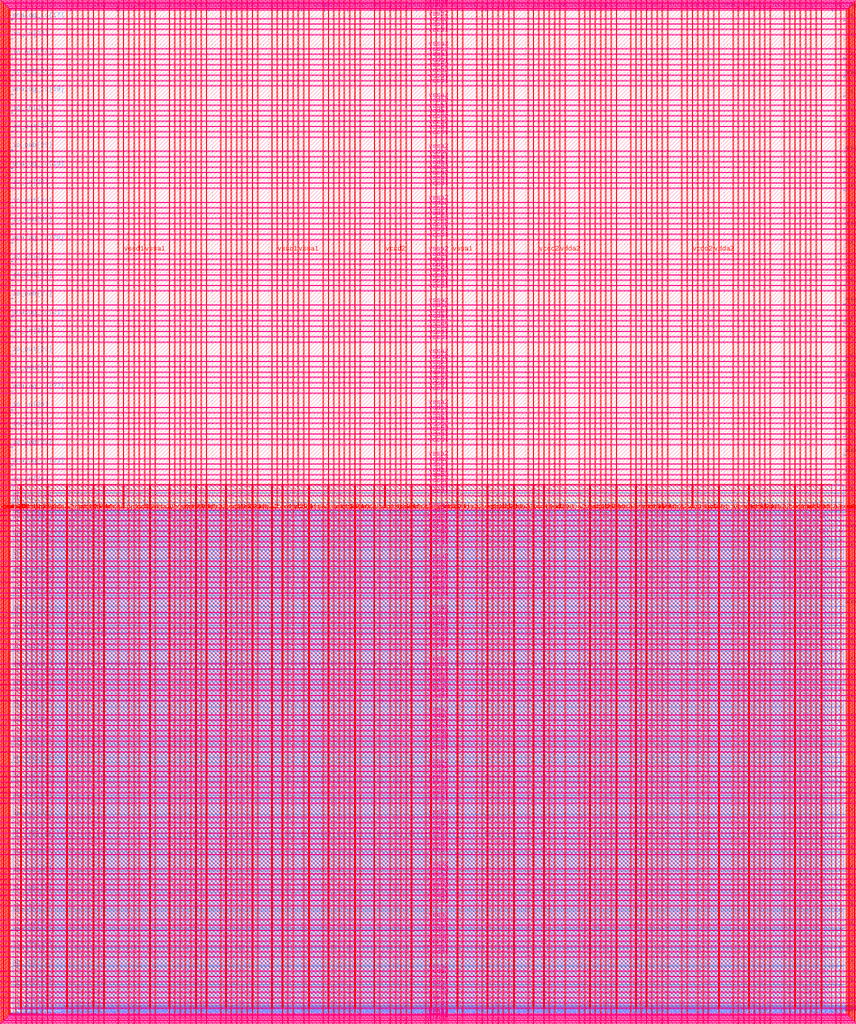
<source format=lef>
VERSION 5.7 ;
  NOWIREEXTENSIONATPIN ON ;
  DIVIDERCHAR "/" ;
  BUSBITCHARS "[]" ;
MACRO user_project_wrapper
  CLASS BLOCK ;
  FOREIGN user_project_wrapper ;
  ORIGIN 0.000 0.000 ;
  SIZE 2920.000 BY 3520.000 ;
  PIN analog_io[0]
    DIRECTION INOUT ;
    USE SIGNAL ;
    PORT
      LAYER met3 ;
        RECT 2917.600 1426.380 2924.800 1427.580 ;
    END
  END analog_io[0]
  PIN analog_io[10]
    DIRECTION INOUT ;
    USE SIGNAL ;
    PORT
      LAYER met2 ;
        RECT 2230.490 3517.600 2231.050 3524.800 ;
    END
  END analog_io[10]
  PIN analog_io[11]
    DIRECTION INOUT ;
    USE SIGNAL ;
    PORT
      LAYER met2 ;
        RECT 1905.730 3517.600 1906.290 3524.800 ;
    END
  END analog_io[11]
  PIN analog_io[12]
    DIRECTION INOUT ;
    USE SIGNAL ;
    PORT
      LAYER met2 ;
        RECT 1581.430 3517.600 1581.990 3524.800 ;
    END
  END analog_io[12]
  PIN analog_io[13]
    DIRECTION INOUT ;
    USE SIGNAL ;
    PORT
      LAYER met2 ;
        RECT 1257.130 3517.600 1257.690 3524.800 ;
    END
  END analog_io[13]
  PIN analog_io[14]
    DIRECTION INOUT ;
    USE SIGNAL ;
    PORT
      LAYER met2 ;
        RECT 932.370 3517.600 932.930 3524.800 ;
    END
  END analog_io[14]
  PIN analog_io[15]
    DIRECTION INOUT ;
    USE SIGNAL ;
    PORT
      LAYER met2 ;
        RECT 608.070 3517.600 608.630 3524.800 ;
    END
  END analog_io[15]
  PIN analog_io[16]
    DIRECTION INOUT ;
    USE SIGNAL ;
    PORT
      LAYER met2 ;
        RECT 283.770 3517.600 284.330 3524.800 ;
    END
  END analog_io[16]
  PIN analog_io[17]
    DIRECTION INOUT ;
    USE SIGNAL ;
    PORT
      LAYER met3 ;
        RECT -4.800 3486.100 2.400 3487.300 ;
    END
  END analog_io[17]
  PIN analog_io[18]
    DIRECTION INOUT ;
    USE SIGNAL ;
    PORT
      LAYER met3 ;
        RECT -4.800 3224.980 2.400 3226.180 ;
    END
  END analog_io[18]
  PIN analog_io[19]
    DIRECTION INOUT ;
    USE SIGNAL ;
    PORT
      LAYER met3 ;
        RECT -4.800 2964.540 2.400 2965.740 ;
    END
  END analog_io[19]
  PIN analog_io[1]
    DIRECTION INOUT ;
    USE SIGNAL ;
    PORT
      LAYER met3 ;
        RECT 2917.600 1692.260 2924.800 1693.460 ;
    END
  END analog_io[1]
  PIN analog_io[20]
    DIRECTION INOUT ;
    USE SIGNAL ;
    PORT
      LAYER met3 ;
        RECT -4.800 2703.420 2.400 2704.620 ;
    END
  END analog_io[20]
  PIN analog_io[21]
    DIRECTION INOUT ;
    USE SIGNAL ;
    PORT
      LAYER met3 ;
        RECT -4.800 2442.980 2.400 2444.180 ;
    END
  END analog_io[21]
  PIN analog_io[22]
    DIRECTION INOUT ;
    USE SIGNAL ;
    PORT
      LAYER met3 ;
        RECT -4.800 2182.540 2.400 2183.740 ;
    END
  END analog_io[22]
  PIN analog_io[23]
    DIRECTION INOUT ;
    USE SIGNAL ;
    PORT
      LAYER met3 ;
        RECT -4.800 1921.420 2.400 1922.620 ;
    END
  END analog_io[23]
  PIN analog_io[24]
    DIRECTION INOUT ;
    USE SIGNAL ;
    PORT
      LAYER met3 ;
        RECT -4.800 1660.980 2.400 1662.180 ;
    END
  END analog_io[24]
  PIN analog_io[25]
    DIRECTION INOUT ;
    USE SIGNAL ;
    PORT
      LAYER met3 ;
        RECT -4.800 1399.860 2.400 1401.060 ;
    END
  END analog_io[25]
  PIN analog_io[26]
    DIRECTION INOUT ;
    USE SIGNAL ;
    PORT
      LAYER met3 ;
        RECT -4.800 1139.420 2.400 1140.620 ;
    END
  END analog_io[26]
  PIN analog_io[27]
    DIRECTION INOUT ;
    USE SIGNAL ;
    PORT
      LAYER met3 ;
        RECT -4.800 878.980 2.400 880.180 ;
    END
  END analog_io[27]
  PIN analog_io[28]
    DIRECTION INOUT ;
    USE SIGNAL ;
    PORT
      LAYER met3 ;
        RECT -4.800 617.860 2.400 619.060 ;
    END
  END analog_io[28]
  PIN analog_io[2]
    DIRECTION INOUT ;
    USE SIGNAL ;
    PORT
      LAYER met3 ;
        RECT 2917.600 1958.140 2924.800 1959.340 ;
    END
  END analog_io[2]
  PIN analog_io[3]
    DIRECTION INOUT ;
    USE SIGNAL ;
    PORT
      LAYER met3 ;
        RECT 2917.600 2223.340 2924.800 2224.540 ;
    END
  END analog_io[3]
  PIN analog_io[4]
    DIRECTION INOUT ;
    USE SIGNAL ;
    PORT
      LAYER met3 ;
        RECT 2917.600 2489.220 2924.800 2490.420 ;
    END
  END analog_io[4]
  PIN analog_io[5]
    DIRECTION INOUT ;
    USE SIGNAL ;
    PORT
      LAYER met3 ;
        RECT 2917.600 2755.100 2924.800 2756.300 ;
    END
  END analog_io[5]
  PIN analog_io[6]
    DIRECTION INOUT ;
    USE SIGNAL ;
    PORT
      LAYER met3 ;
        RECT 2917.600 3020.300 2924.800 3021.500 ;
    END
  END analog_io[6]
  PIN analog_io[7]
    DIRECTION INOUT ;
    USE SIGNAL ;
    PORT
      LAYER met3 ;
        RECT 2917.600 3286.180 2924.800 3287.380 ;
    END
  END analog_io[7]
  PIN analog_io[8]
    DIRECTION INOUT ;
    USE SIGNAL ;
    PORT
      LAYER met2 ;
        RECT 2879.090 3517.600 2879.650 3524.800 ;
    END
  END analog_io[8]
  PIN analog_io[9]
    DIRECTION INOUT ;
    USE SIGNAL ;
    PORT
      LAYER met2 ;
        RECT 2554.790 3517.600 2555.350 3524.800 ;
    END
  END analog_io[9]
  PIN io_in[0]
    DIRECTION INPUT ;
    USE SIGNAL ;
    PORT
      LAYER met3 ;
        RECT 2917.600 32.380 2924.800 33.580 ;
    END
  END io_in[0]
  PIN io_in[10]
    DIRECTION INPUT ;
    USE SIGNAL ;
    PORT
      LAYER met3 ;
        RECT 2917.600 2289.980 2924.800 2291.180 ;
    END
  END io_in[10]
  PIN io_in[11]
    DIRECTION INPUT ;
    USE SIGNAL ;
    PORT
      LAYER met3 ;
        RECT 2917.600 2555.860 2924.800 2557.060 ;
    END
  END io_in[11]
  PIN io_in[12]
    DIRECTION INPUT ;
    USE SIGNAL ;
    PORT
      LAYER met3 ;
        RECT 2917.600 2821.060 2924.800 2822.260 ;
    END
  END io_in[12]
  PIN io_in[13]
    DIRECTION INPUT ;
    USE SIGNAL ;
    PORT
      LAYER met3 ;
        RECT 2917.600 3086.940 2924.800 3088.140 ;
    END
  END io_in[13]
  PIN io_in[14]
    DIRECTION INPUT ;
    USE SIGNAL ;
    PORT
      LAYER met3 ;
        RECT 2917.600 3352.820 2924.800 3354.020 ;
    END
  END io_in[14]
  PIN io_in[15]
    DIRECTION INPUT ;
    USE SIGNAL ;
    PORT
      LAYER met2 ;
        RECT 2798.130 3517.600 2798.690 3524.800 ;
    END
  END io_in[15]
  PIN io_in[16]
    DIRECTION INPUT ;
    USE SIGNAL ;
    PORT
      LAYER met2 ;
        RECT 2473.830 3517.600 2474.390 3524.800 ;
    END
  END io_in[16]
  PIN io_in[17]
    DIRECTION INPUT ;
    USE SIGNAL ;
    PORT
      LAYER met2 ;
        RECT 2149.070 3517.600 2149.630 3524.800 ;
    END
  END io_in[17]
  PIN io_in[18]
    DIRECTION INPUT ;
    USE SIGNAL ;
    PORT
      LAYER met2 ;
        RECT 1824.770 3517.600 1825.330 3524.800 ;
    END
  END io_in[18]
  PIN io_in[19]
    DIRECTION INPUT ;
    USE SIGNAL ;
    PORT
      LAYER met2 ;
        RECT 1500.470 3517.600 1501.030 3524.800 ;
    END
  END io_in[19]
  PIN io_in[1]
    DIRECTION INPUT ;
    USE SIGNAL ;
    PORT
      LAYER met3 ;
        RECT 2917.600 230.940 2924.800 232.140 ;
    END
  END io_in[1]
  PIN io_in[20]
    DIRECTION INPUT ;
    USE SIGNAL ;
    PORT
      LAYER met2 ;
        RECT 1175.710 3517.600 1176.270 3524.800 ;
    END
  END io_in[20]
  PIN io_in[21]
    DIRECTION INPUT ;
    USE SIGNAL ;
    PORT
      LAYER met2 ;
        RECT 851.410 3517.600 851.970 3524.800 ;
    END
  END io_in[21]
  PIN io_in[22]
    DIRECTION INPUT ;
    USE SIGNAL ;
    PORT
      LAYER met2 ;
        RECT 527.110 3517.600 527.670 3524.800 ;
    END
  END io_in[22]
  PIN io_in[23]
    DIRECTION INPUT ;
    USE SIGNAL ;
    PORT
      LAYER met2 ;
        RECT 202.350 3517.600 202.910 3524.800 ;
    END
  END io_in[23]
  PIN io_in[24]
    DIRECTION INPUT ;
    USE SIGNAL ;
    PORT
      LAYER met3 ;
        RECT -4.800 3420.820 2.400 3422.020 ;
    END
  END io_in[24]
  PIN io_in[25]
    DIRECTION INPUT ;
    USE SIGNAL ;
    PORT
      LAYER met3 ;
        RECT -4.800 3159.700 2.400 3160.900 ;
    END
  END io_in[25]
  PIN io_in[26]
    DIRECTION INPUT ;
    USE SIGNAL ;
    PORT
      LAYER met3 ;
        RECT -4.800 2899.260 2.400 2900.460 ;
    END
  END io_in[26]
  PIN io_in[27]
    DIRECTION INPUT ;
    USE SIGNAL ;
    PORT
      LAYER met3 ;
        RECT -4.800 2638.820 2.400 2640.020 ;
    END
  END io_in[27]
  PIN io_in[28]
    DIRECTION INPUT ;
    USE SIGNAL ;
    PORT
      LAYER met3 ;
        RECT -4.800 2377.700 2.400 2378.900 ;
    END
  END io_in[28]
  PIN io_in[29]
    DIRECTION INPUT ;
    USE SIGNAL ;
    PORT
      LAYER met3 ;
        RECT -4.800 2117.260 2.400 2118.460 ;
    END
  END io_in[29]
  PIN io_in[2]
    DIRECTION INPUT ;
    USE SIGNAL ;
    PORT
      LAYER met3 ;
        RECT 2917.600 430.180 2924.800 431.380 ;
    END
  END io_in[2]
  PIN io_in[30]
    DIRECTION INPUT ;
    USE SIGNAL ;
    PORT
      LAYER met3 ;
        RECT -4.800 1856.140 2.400 1857.340 ;
    END
  END io_in[30]
  PIN io_in[31]
    DIRECTION INPUT ;
    USE SIGNAL ;
    PORT
      LAYER met3 ;
        RECT -4.800 1595.700 2.400 1596.900 ;
    END
  END io_in[31]
  PIN io_in[32]
    DIRECTION INPUT ;
    USE SIGNAL ;
    PORT
      LAYER met3 ;
        RECT -4.800 1335.260 2.400 1336.460 ;
    END
  END io_in[32]
  PIN io_in[33]
    DIRECTION INPUT ;
    USE SIGNAL ;
    PORT
      LAYER met3 ;
        RECT -4.800 1074.140 2.400 1075.340 ;
    END
  END io_in[33]
  PIN io_in[34]
    DIRECTION INPUT ;
    USE SIGNAL ;
    PORT
      LAYER met3 ;
        RECT -4.800 813.700 2.400 814.900 ;
    END
  END io_in[34]
  PIN io_in[35]
    DIRECTION INPUT ;
    USE SIGNAL ;
    PORT
      LAYER met3 ;
        RECT -4.800 552.580 2.400 553.780 ;
    END
  END io_in[35]
  PIN io_in[36]
    DIRECTION INPUT ;
    USE SIGNAL ;
    PORT
      LAYER met3 ;
        RECT -4.800 357.420 2.400 358.620 ;
    END
  END io_in[36]
  PIN io_in[37]
    DIRECTION INPUT ;
    USE SIGNAL ;
    PORT
      LAYER met3 ;
        RECT -4.800 161.580 2.400 162.780 ;
    END
  END io_in[37]
  PIN io_in[3]
    DIRECTION INPUT ;
    USE SIGNAL ;
    PORT
      LAYER met3 ;
        RECT 2917.600 629.420 2924.800 630.620 ;
    END
  END io_in[3]
  PIN io_in[4]
    DIRECTION INPUT ;
    USE SIGNAL ;
    PORT
      LAYER met3 ;
        RECT 2917.600 828.660 2924.800 829.860 ;
    END
  END io_in[4]
  PIN io_in[5]
    DIRECTION INPUT ;
    USE SIGNAL ;
    PORT
      LAYER met3 ;
        RECT 2917.600 1027.900 2924.800 1029.100 ;
    END
  END io_in[5]
  PIN io_in[6]
    DIRECTION INPUT ;
    USE SIGNAL ;
    PORT
      LAYER met3 ;
        RECT 2917.600 1227.140 2924.800 1228.340 ;
    END
  END io_in[6]
  PIN io_in[7]
    DIRECTION INPUT ;
    USE SIGNAL ;
    PORT
      LAYER met3 ;
        RECT 2917.600 1493.020 2924.800 1494.220 ;
    END
  END io_in[7]
  PIN io_in[8]
    DIRECTION INPUT ;
    USE SIGNAL ;
    PORT
      LAYER met3 ;
        RECT 2917.600 1758.900 2924.800 1760.100 ;
    END
  END io_in[8]
  PIN io_in[9]
    DIRECTION INPUT ;
    USE SIGNAL ;
    PORT
      LAYER met3 ;
        RECT 2917.600 2024.100 2924.800 2025.300 ;
    END
  END io_in[9]
  PIN io_oeb[0]
    DIRECTION OUTPUT TRISTATE ;
    USE SIGNAL ;
    PORT
      LAYER met3 ;
        RECT 2917.600 164.980 2924.800 166.180 ;
    END
  END io_oeb[0]
  PIN io_oeb[10]
    DIRECTION OUTPUT TRISTATE ;
    USE SIGNAL ;
    PORT
      LAYER met3 ;
        RECT 2917.600 2422.580 2924.800 2423.780 ;
    END
  END io_oeb[10]
  PIN io_oeb[11]
    DIRECTION OUTPUT TRISTATE ;
    USE SIGNAL ;
    PORT
      LAYER met3 ;
        RECT 2917.600 2688.460 2924.800 2689.660 ;
    END
  END io_oeb[11]
  PIN io_oeb[12]
    DIRECTION OUTPUT TRISTATE ;
    USE SIGNAL ;
    PORT
      LAYER met3 ;
        RECT 2917.600 2954.340 2924.800 2955.540 ;
    END
  END io_oeb[12]
  PIN io_oeb[13]
    DIRECTION OUTPUT TRISTATE ;
    USE SIGNAL ;
    PORT
      LAYER met3 ;
        RECT 2917.600 3219.540 2924.800 3220.740 ;
    END
  END io_oeb[13]
  PIN io_oeb[14]
    DIRECTION OUTPUT TRISTATE ;
    USE SIGNAL ;
    PORT
      LAYER met3 ;
        RECT 2917.600 3485.420 2924.800 3486.620 ;
    END
  END io_oeb[14]
  PIN io_oeb[15]
    DIRECTION OUTPUT TRISTATE ;
    USE SIGNAL ;
    PORT
      LAYER met2 ;
        RECT 2635.750 3517.600 2636.310 3524.800 ;
    END
  END io_oeb[15]
  PIN io_oeb[16]
    DIRECTION OUTPUT TRISTATE ;
    USE SIGNAL ;
    PORT
      LAYER met2 ;
        RECT 2311.450 3517.600 2312.010 3524.800 ;
    END
  END io_oeb[16]
  PIN io_oeb[17]
    DIRECTION OUTPUT TRISTATE ;
    USE SIGNAL ;
    PORT
      LAYER met2 ;
        RECT 1987.150 3517.600 1987.710 3524.800 ;
    END
  END io_oeb[17]
  PIN io_oeb[18]
    DIRECTION OUTPUT TRISTATE ;
    USE SIGNAL ;
    PORT
      LAYER met2 ;
        RECT 1662.390 3517.600 1662.950 3524.800 ;
    END
  END io_oeb[18]
  PIN io_oeb[19]
    DIRECTION OUTPUT TRISTATE ;
    USE SIGNAL ;
    PORT
      LAYER met2 ;
        RECT 1338.090 3517.600 1338.650 3524.800 ;
    END
  END io_oeb[19]
  PIN io_oeb[1]
    DIRECTION OUTPUT TRISTATE ;
    USE SIGNAL ;
    PORT
      LAYER met3 ;
        RECT 2917.600 364.220 2924.800 365.420 ;
    END
  END io_oeb[1]
  PIN io_oeb[20]
    DIRECTION OUTPUT TRISTATE ;
    USE SIGNAL ;
    PORT
      LAYER met2 ;
        RECT 1013.790 3517.600 1014.350 3524.800 ;
    END
  END io_oeb[20]
  PIN io_oeb[21]
    DIRECTION OUTPUT TRISTATE ;
    USE SIGNAL ;
    PORT
      LAYER met2 ;
        RECT 689.030 3517.600 689.590 3524.800 ;
    END
  END io_oeb[21]
  PIN io_oeb[22]
    DIRECTION OUTPUT TRISTATE ;
    USE SIGNAL ;
    PORT
      LAYER met2 ;
        RECT 364.730 3517.600 365.290 3524.800 ;
    END
  END io_oeb[22]
  PIN io_oeb[23]
    DIRECTION OUTPUT TRISTATE ;
    USE SIGNAL ;
    PORT
      LAYER met2 ;
        RECT 40.430 3517.600 40.990 3524.800 ;
    END
  END io_oeb[23]
  PIN io_oeb[24]
    DIRECTION OUTPUT TRISTATE ;
    USE SIGNAL ;
    PORT
      LAYER met3 ;
        RECT -4.800 3290.260 2.400 3291.460 ;
    END
  END io_oeb[24]
  PIN io_oeb[25]
    DIRECTION OUTPUT TRISTATE ;
    USE SIGNAL ;
    PORT
      LAYER met3 ;
        RECT -4.800 3029.820 2.400 3031.020 ;
    END
  END io_oeb[25]
  PIN io_oeb[26]
    DIRECTION OUTPUT TRISTATE ;
    USE SIGNAL ;
    PORT
      LAYER met3 ;
        RECT -4.800 2768.700 2.400 2769.900 ;
    END
  END io_oeb[26]
  PIN io_oeb[27]
    DIRECTION OUTPUT TRISTATE ;
    USE SIGNAL ;
    PORT
      LAYER met3 ;
        RECT -4.800 2508.260 2.400 2509.460 ;
    END
  END io_oeb[27]
  PIN io_oeb[28]
    DIRECTION OUTPUT TRISTATE ;
    USE SIGNAL ;
    PORT
      LAYER met3 ;
        RECT -4.800 2247.140 2.400 2248.340 ;
    END
  END io_oeb[28]
  PIN io_oeb[29]
    DIRECTION OUTPUT TRISTATE ;
    USE SIGNAL ;
    PORT
      LAYER met3 ;
        RECT -4.800 1986.700 2.400 1987.900 ;
    END
  END io_oeb[29]
  PIN io_oeb[2]
    DIRECTION OUTPUT TRISTATE ;
    USE SIGNAL ;
    PORT
      LAYER met3 ;
        RECT 2917.600 563.460 2924.800 564.660 ;
    END
  END io_oeb[2]
  PIN io_oeb[30]
    DIRECTION OUTPUT TRISTATE ;
    USE SIGNAL ;
    PORT
      LAYER met3 ;
        RECT -4.800 1726.260 2.400 1727.460 ;
    END
  END io_oeb[30]
  PIN io_oeb[31]
    DIRECTION OUTPUT TRISTATE ;
    USE SIGNAL ;
    PORT
      LAYER met3 ;
        RECT -4.800 1465.140 2.400 1466.340 ;
    END
  END io_oeb[31]
  PIN io_oeb[32]
    DIRECTION OUTPUT TRISTATE ;
    USE SIGNAL ;
    PORT
      LAYER met3 ;
        RECT -4.800 1204.700 2.400 1205.900 ;
    END
  END io_oeb[32]
  PIN io_oeb[33]
    DIRECTION OUTPUT TRISTATE ;
    USE SIGNAL ;
    PORT
      LAYER met3 ;
        RECT -4.800 943.580 2.400 944.780 ;
    END
  END io_oeb[33]
  PIN io_oeb[34]
    DIRECTION OUTPUT TRISTATE ;
    USE SIGNAL ;
    PORT
      LAYER met3 ;
        RECT -4.800 683.140 2.400 684.340 ;
    END
  END io_oeb[34]
  PIN io_oeb[35]
    DIRECTION OUTPUT TRISTATE ;
    USE SIGNAL ;
    PORT
      LAYER met3 ;
        RECT -4.800 422.700 2.400 423.900 ;
    END
  END io_oeb[35]
  PIN io_oeb[36]
    DIRECTION OUTPUT TRISTATE ;
    USE SIGNAL ;
    PORT
      LAYER met3 ;
        RECT -4.800 226.860 2.400 228.060 ;
    END
  END io_oeb[36]
  PIN io_oeb[37]
    DIRECTION OUTPUT TRISTATE ;
    USE SIGNAL ;
    PORT
      LAYER met3 ;
        RECT -4.800 31.700 2.400 32.900 ;
    END
  END io_oeb[37]
  PIN io_oeb[3]
    DIRECTION OUTPUT TRISTATE ;
    USE SIGNAL ;
    PORT
      LAYER met3 ;
        RECT 2917.600 762.700 2924.800 763.900 ;
    END
  END io_oeb[3]
  PIN io_oeb[4]
    DIRECTION OUTPUT TRISTATE ;
    USE SIGNAL ;
    PORT
      LAYER met3 ;
        RECT 2917.600 961.940 2924.800 963.140 ;
    END
  END io_oeb[4]
  PIN io_oeb[5]
    DIRECTION OUTPUT TRISTATE ;
    USE SIGNAL ;
    PORT
      LAYER met3 ;
        RECT 2917.600 1161.180 2924.800 1162.380 ;
    END
  END io_oeb[5]
  PIN io_oeb[6]
    DIRECTION OUTPUT TRISTATE ;
    USE SIGNAL ;
    PORT
      LAYER met3 ;
        RECT 2917.600 1360.420 2924.800 1361.620 ;
    END
  END io_oeb[6]
  PIN io_oeb[7]
    DIRECTION OUTPUT TRISTATE ;
    USE SIGNAL ;
    PORT
      LAYER met3 ;
        RECT 2917.600 1625.620 2924.800 1626.820 ;
    END
  END io_oeb[7]
  PIN io_oeb[8]
    DIRECTION OUTPUT TRISTATE ;
    USE SIGNAL ;
    PORT
      LAYER met3 ;
        RECT 2917.600 1891.500 2924.800 1892.700 ;
    END
  END io_oeb[8]
  PIN io_oeb[9]
    DIRECTION OUTPUT TRISTATE ;
    USE SIGNAL ;
    PORT
      LAYER met3 ;
        RECT 2917.600 2157.380 2924.800 2158.580 ;
    END
  END io_oeb[9]
  PIN io_out[0]
    DIRECTION OUTPUT TRISTATE ;
    USE SIGNAL ;
    PORT
      LAYER met3 ;
        RECT 2917.600 98.340 2924.800 99.540 ;
    END
  END io_out[0]
  PIN io_out[10]
    DIRECTION OUTPUT TRISTATE ;
    USE SIGNAL ;
    PORT
      LAYER met3 ;
        RECT 2917.600 2356.620 2924.800 2357.820 ;
    END
  END io_out[10]
  PIN io_out[11]
    DIRECTION OUTPUT TRISTATE ;
    USE SIGNAL ;
    PORT
      LAYER met3 ;
        RECT 2917.600 2621.820 2924.800 2623.020 ;
    END
  END io_out[11]
  PIN io_out[12]
    DIRECTION OUTPUT TRISTATE ;
    USE SIGNAL ;
    PORT
      LAYER met3 ;
        RECT 2917.600 2887.700 2924.800 2888.900 ;
    END
  END io_out[12]
  PIN io_out[13]
    DIRECTION OUTPUT TRISTATE ;
    USE SIGNAL ;
    PORT
      LAYER met3 ;
        RECT 2917.600 3153.580 2924.800 3154.780 ;
    END
  END io_out[13]
  PIN io_out[14]
    DIRECTION OUTPUT TRISTATE ;
    USE SIGNAL ;
    PORT
      LAYER met3 ;
        RECT 2917.600 3418.780 2924.800 3419.980 ;
    END
  END io_out[14]
  PIN io_out[15]
    DIRECTION OUTPUT TRISTATE ;
    USE SIGNAL ;
    PORT
      LAYER met2 ;
        RECT 2717.170 3517.600 2717.730 3524.800 ;
    END
  END io_out[15]
  PIN io_out[16]
    DIRECTION OUTPUT TRISTATE ;
    USE SIGNAL ;
    PORT
      LAYER met2 ;
        RECT 2392.410 3517.600 2392.970 3524.800 ;
    END
  END io_out[16]
  PIN io_out[17]
    DIRECTION OUTPUT TRISTATE ;
    USE SIGNAL ;
    PORT
      LAYER met2 ;
        RECT 2068.110 3517.600 2068.670 3524.800 ;
    END
  END io_out[17]
  PIN io_out[18]
    DIRECTION OUTPUT TRISTATE ;
    USE SIGNAL ;
    PORT
      LAYER met2 ;
        RECT 1743.810 3517.600 1744.370 3524.800 ;
    END
  END io_out[18]
  PIN io_out[19]
    DIRECTION OUTPUT TRISTATE ;
    USE SIGNAL ;
    PORT
      LAYER met2 ;
        RECT 1419.050 3517.600 1419.610 3524.800 ;
    END
  END io_out[19]
  PIN io_out[1]
    DIRECTION OUTPUT TRISTATE ;
    USE SIGNAL ;
    PORT
      LAYER met3 ;
        RECT 2917.600 297.580 2924.800 298.780 ;
    END
  END io_out[1]
  PIN io_out[20]
    DIRECTION OUTPUT TRISTATE ;
    USE SIGNAL ;
    PORT
      LAYER met2 ;
        RECT 1094.750 3517.600 1095.310 3524.800 ;
    END
  END io_out[20]
  PIN io_out[21]
    DIRECTION OUTPUT TRISTATE ;
    USE SIGNAL ;
    PORT
      LAYER met2 ;
        RECT 770.450 3517.600 771.010 3524.800 ;
    END
  END io_out[21]
  PIN io_out[22]
    DIRECTION OUTPUT TRISTATE ;
    USE SIGNAL ;
    PORT
      LAYER met2 ;
        RECT 445.690 3517.600 446.250 3524.800 ;
    END
  END io_out[22]
  PIN io_out[23]
    DIRECTION OUTPUT TRISTATE ;
    USE SIGNAL ;
    PORT
      LAYER met2 ;
        RECT 121.390 3517.600 121.950 3524.800 ;
    END
  END io_out[23]
  PIN io_out[24]
    DIRECTION OUTPUT TRISTATE ;
    USE SIGNAL ;
    PORT
      LAYER met3 ;
        RECT -4.800 3355.540 2.400 3356.740 ;
    END
  END io_out[24]
  PIN io_out[25]
    DIRECTION OUTPUT TRISTATE ;
    USE SIGNAL ;
    PORT
      LAYER met3 ;
        RECT -4.800 3095.100 2.400 3096.300 ;
    END
  END io_out[25]
  PIN io_out[26]
    DIRECTION OUTPUT TRISTATE ;
    USE SIGNAL ;
    PORT
      LAYER met3 ;
        RECT -4.800 2833.980 2.400 2835.180 ;
    END
  END io_out[26]
  PIN io_out[27]
    DIRECTION OUTPUT TRISTATE ;
    USE SIGNAL ;
    PORT
      LAYER met3 ;
        RECT -4.800 2573.540 2.400 2574.740 ;
    END
  END io_out[27]
  PIN io_out[28]
    DIRECTION OUTPUT TRISTATE ;
    USE SIGNAL ;
    PORT
      LAYER met3 ;
        RECT -4.800 2312.420 2.400 2313.620 ;
    END
  END io_out[28]
  PIN io_out[29]
    DIRECTION OUTPUT TRISTATE ;
    USE SIGNAL ;
    PORT
      LAYER met3 ;
        RECT -4.800 2051.980 2.400 2053.180 ;
    END
  END io_out[29]
  PIN io_out[2]
    DIRECTION OUTPUT TRISTATE ;
    USE SIGNAL ;
    PORT
      LAYER met3 ;
        RECT 2917.600 496.820 2924.800 498.020 ;
    END
  END io_out[2]
  PIN io_out[30]
    DIRECTION OUTPUT TRISTATE ;
    USE SIGNAL ;
    PORT
      LAYER met3 ;
        RECT -4.800 1791.540 2.400 1792.740 ;
    END
  END io_out[30]
  PIN io_out[31]
    DIRECTION OUTPUT TRISTATE ;
    USE SIGNAL ;
    PORT
      LAYER met3 ;
        RECT -4.800 1530.420 2.400 1531.620 ;
    END
  END io_out[31]
  PIN io_out[32]
    DIRECTION OUTPUT TRISTATE ;
    USE SIGNAL ;
    PORT
      LAYER met3 ;
        RECT -4.800 1269.980 2.400 1271.180 ;
    END
  END io_out[32]
  PIN io_out[33]
    DIRECTION OUTPUT TRISTATE ;
    USE SIGNAL ;
    PORT
      LAYER met3 ;
        RECT -4.800 1008.860 2.400 1010.060 ;
    END
  END io_out[33]
  PIN io_out[34]
    DIRECTION OUTPUT TRISTATE ;
    USE SIGNAL ;
    PORT
      LAYER met3 ;
        RECT -4.800 748.420 2.400 749.620 ;
    END
  END io_out[34]
  PIN io_out[35]
    DIRECTION OUTPUT TRISTATE ;
    USE SIGNAL ;
    PORT
      LAYER met3 ;
        RECT -4.800 487.300 2.400 488.500 ;
    END
  END io_out[35]
  PIN io_out[36]
    DIRECTION OUTPUT TRISTATE ;
    USE SIGNAL ;
    PORT
      LAYER met3 ;
        RECT -4.800 292.140 2.400 293.340 ;
    END
  END io_out[36]
  PIN io_out[37]
    DIRECTION OUTPUT TRISTATE ;
    USE SIGNAL ;
    PORT
      LAYER met3 ;
        RECT -4.800 96.300 2.400 97.500 ;
    END
  END io_out[37]
  PIN io_out[3]
    DIRECTION OUTPUT TRISTATE ;
    USE SIGNAL ;
    PORT
      LAYER met3 ;
        RECT 2917.600 696.060 2924.800 697.260 ;
    END
  END io_out[3]
  PIN io_out[4]
    DIRECTION OUTPUT TRISTATE ;
    USE SIGNAL ;
    PORT
      LAYER met3 ;
        RECT 2917.600 895.300 2924.800 896.500 ;
    END
  END io_out[4]
  PIN io_out[5]
    DIRECTION OUTPUT TRISTATE ;
    USE SIGNAL ;
    PORT
      LAYER met3 ;
        RECT 2917.600 1094.540 2924.800 1095.740 ;
    END
  END io_out[5]
  PIN io_out[6]
    DIRECTION OUTPUT TRISTATE ;
    USE SIGNAL ;
    PORT
      LAYER met3 ;
        RECT 2917.600 1293.780 2924.800 1294.980 ;
    END
  END io_out[6]
  PIN io_out[7]
    DIRECTION OUTPUT TRISTATE ;
    USE SIGNAL ;
    PORT
      LAYER met3 ;
        RECT 2917.600 1559.660 2924.800 1560.860 ;
    END
  END io_out[7]
  PIN io_out[8]
    DIRECTION OUTPUT TRISTATE ;
    USE SIGNAL ;
    PORT
      LAYER met3 ;
        RECT 2917.600 1824.860 2924.800 1826.060 ;
    END
  END io_out[8]
  PIN io_out[9]
    DIRECTION OUTPUT TRISTATE ;
    USE SIGNAL ;
    PORT
      LAYER met3 ;
        RECT 2917.600 2090.740 2924.800 2091.940 ;
    END
  END io_out[9]
  PIN la_data_in[0]
    DIRECTION INPUT ;
    USE SIGNAL ;
    PORT
      LAYER met2 ;
        RECT 629.230 -4.800 629.790 2.400 ;
    END
  END la_data_in[0]
  PIN la_data_in[100]
    DIRECTION INPUT ;
    USE SIGNAL ;
    PORT
      LAYER met2 ;
        RECT 2402.530 -4.800 2403.090 2.400 ;
    END
  END la_data_in[100]
  PIN la_data_in[101]
    DIRECTION INPUT ;
    USE SIGNAL ;
    PORT
      LAYER met2 ;
        RECT 2420.010 -4.800 2420.570 2.400 ;
    END
  END la_data_in[101]
  PIN la_data_in[102]
    DIRECTION INPUT ;
    USE SIGNAL ;
    PORT
      LAYER met2 ;
        RECT 2437.950 -4.800 2438.510 2.400 ;
    END
  END la_data_in[102]
  PIN la_data_in[103]
    DIRECTION INPUT ;
    USE SIGNAL ;
    PORT
      LAYER met2 ;
        RECT 2455.430 -4.800 2455.990 2.400 ;
    END
  END la_data_in[103]
  PIN la_data_in[104]
    DIRECTION INPUT ;
    USE SIGNAL ;
    PORT
      LAYER met2 ;
        RECT 2473.370 -4.800 2473.930 2.400 ;
    END
  END la_data_in[104]
  PIN la_data_in[105]
    DIRECTION INPUT ;
    USE SIGNAL ;
    PORT
      LAYER met2 ;
        RECT 2490.850 -4.800 2491.410 2.400 ;
    END
  END la_data_in[105]
  PIN la_data_in[106]
    DIRECTION INPUT ;
    USE SIGNAL ;
    PORT
      LAYER met2 ;
        RECT 2508.790 -4.800 2509.350 2.400 ;
    END
  END la_data_in[106]
  PIN la_data_in[107]
    DIRECTION INPUT ;
    USE SIGNAL ;
    PORT
      LAYER met2 ;
        RECT 2526.730 -4.800 2527.290 2.400 ;
    END
  END la_data_in[107]
  PIN la_data_in[108]
    DIRECTION INPUT ;
    USE SIGNAL ;
    PORT
      LAYER met2 ;
        RECT 2544.210 -4.800 2544.770 2.400 ;
    END
  END la_data_in[108]
  PIN la_data_in[109]
    DIRECTION INPUT ;
    USE SIGNAL ;
    PORT
      LAYER met2 ;
        RECT 2562.150 -4.800 2562.710 2.400 ;
    END
  END la_data_in[109]
  PIN la_data_in[10]
    DIRECTION INPUT ;
    USE SIGNAL ;
    PORT
      LAYER met2 ;
        RECT 806.330 -4.800 806.890 2.400 ;
    END
  END la_data_in[10]
  PIN la_data_in[110]
    DIRECTION INPUT ;
    USE SIGNAL ;
    PORT
      LAYER met2 ;
        RECT 2579.630 -4.800 2580.190 2.400 ;
    END
  END la_data_in[110]
  PIN la_data_in[111]
    DIRECTION INPUT ;
    USE SIGNAL ;
    PORT
      LAYER met2 ;
        RECT 2597.570 -4.800 2598.130 2.400 ;
    END
  END la_data_in[111]
  PIN la_data_in[112]
    DIRECTION INPUT ;
    USE SIGNAL ;
    PORT
      LAYER met2 ;
        RECT 2615.050 -4.800 2615.610 2.400 ;
    END
  END la_data_in[112]
  PIN la_data_in[113]
    DIRECTION INPUT ;
    USE SIGNAL ;
    PORT
      LAYER met2 ;
        RECT 2632.990 -4.800 2633.550 2.400 ;
    END
  END la_data_in[113]
  PIN la_data_in[114]
    DIRECTION INPUT ;
    USE SIGNAL ;
    PORT
      LAYER met2 ;
        RECT 2650.470 -4.800 2651.030 2.400 ;
    END
  END la_data_in[114]
  PIN la_data_in[115]
    DIRECTION INPUT ;
    USE SIGNAL ;
    PORT
      LAYER met2 ;
        RECT 2668.410 -4.800 2668.970 2.400 ;
    END
  END la_data_in[115]
  PIN la_data_in[116]
    DIRECTION INPUT ;
    USE SIGNAL ;
    PORT
      LAYER met2 ;
        RECT 2685.890 -4.800 2686.450 2.400 ;
    END
  END la_data_in[116]
  PIN la_data_in[117]
    DIRECTION INPUT ;
    USE SIGNAL ;
    PORT
      LAYER met2 ;
        RECT 2703.830 -4.800 2704.390 2.400 ;
    END
  END la_data_in[117]
  PIN la_data_in[118]
    DIRECTION INPUT ;
    USE SIGNAL ;
    PORT
      LAYER met2 ;
        RECT 2721.770 -4.800 2722.330 2.400 ;
    END
  END la_data_in[118]
  PIN la_data_in[119]
    DIRECTION INPUT ;
    USE SIGNAL ;
    PORT
      LAYER met2 ;
        RECT 2739.250 -4.800 2739.810 2.400 ;
    END
  END la_data_in[119]
  PIN la_data_in[11]
    DIRECTION INPUT ;
    USE SIGNAL ;
    PORT
      LAYER met2 ;
        RECT 824.270 -4.800 824.830 2.400 ;
    END
  END la_data_in[11]
  PIN la_data_in[120]
    DIRECTION INPUT ;
    USE SIGNAL ;
    PORT
      LAYER met2 ;
        RECT 2757.190 -4.800 2757.750 2.400 ;
    END
  END la_data_in[120]
  PIN la_data_in[121]
    DIRECTION INPUT ;
    USE SIGNAL ;
    PORT
      LAYER met2 ;
        RECT 2774.670 -4.800 2775.230 2.400 ;
    END
  END la_data_in[121]
  PIN la_data_in[122]
    DIRECTION INPUT ;
    USE SIGNAL ;
    PORT
      LAYER met2 ;
        RECT 2792.610 -4.800 2793.170 2.400 ;
    END
  END la_data_in[122]
  PIN la_data_in[123]
    DIRECTION INPUT ;
    USE SIGNAL ;
    PORT
      LAYER met2 ;
        RECT 2810.090 -4.800 2810.650 2.400 ;
    END
  END la_data_in[123]
  PIN la_data_in[124]
    DIRECTION INPUT ;
    USE SIGNAL ;
    PORT
      LAYER met2 ;
        RECT 2828.030 -4.800 2828.590 2.400 ;
    END
  END la_data_in[124]
  PIN la_data_in[125]
    DIRECTION INPUT ;
    USE SIGNAL ;
    PORT
      LAYER met2 ;
        RECT 2845.510 -4.800 2846.070 2.400 ;
    END
  END la_data_in[125]
  PIN la_data_in[126]
    DIRECTION INPUT ;
    USE SIGNAL ;
    PORT
      LAYER met2 ;
        RECT 2863.450 -4.800 2864.010 2.400 ;
    END
  END la_data_in[126]
  PIN la_data_in[127]
    DIRECTION INPUT ;
    USE SIGNAL ;
    PORT
      LAYER met2 ;
        RECT 2881.390 -4.800 2881.950 2.400 ;
    END
  END la_data_in[127]
  PIN la_data_in[12]
    DIRECTION INPUT ;
    USE SIGNAL ;
    PORT
      LAYER met2 ;
        RECT 841.750 -4.800 842.310 2.400 ;
    END
  END la_data_in[12]
  PIN la_data_in[13]
    DIRECTION INPUT ;
    USE SIGNAL ;
    PORT
      LAYER met2 ;
        RECT 859.690 -4.800 860.250 2.400 ;
    END
  END la_data_in[13]
  PIN la_data_in[14]
    DIRECTION INPUT ;
    USE SIGNAL ;
    PORT
      LAYER met2 ;
        RECT 877.170 -4.800 877.730 2.400 ;
    END
  END la_data_in[14]
  PIN la_data_in[15]
    DIRECTION INPUT ;
    USE SIGNAL ;
    PORT
      LAYER met2 ;
        RECT 895.110 -4.800 895.670 2.400 ;
    END
  END la_data_in[15]
  PIN la_data_in[16]
    DIRECTION INPUT ;
    USE SIGNAL ;
    PORT
      LAYER met2 ;
        RECT 912.590 -4.800 913.150 2.400 ;
    END
  END la_data_in[16]
  PIN la_data_in[17]
    DIRECTION INPUT ;
    USE SIGNAL ;
    PORT
      LAYER met2 ;
        RECT 930.530 -4.800 931.090 2.400 ;
    END
  END la_data_in[17]
  PIN la_data_in[18]
    DIRECTION INPUT ;
    USE SIGNAL ;
    PORT
      LAYER met2 ;
        RECT 948.470 -4.800 949.030 2.400 ;
    END
  END la_data_in[18]
  PIN la_data_in[19]
    DIRECTION INPUT ;
    USE SIGNAL ;
    PORT
      LAYER met2 ;
        RECT 965.950 -4.800 966.510 2.400 ;
    END
  END la_data_in[19]
  PIN la_data_in[1]
    DIRECTION INPUT ;
    USE SIGNAL ;
    PORT
      LAYER met2 ;
        RECT 646.710 -4.800 647.270 2.400 ;
    END
  END la_data_in[1]
  PIN la_data_in[20]
    DIRECTION INPUT ;
    USE SIGNAL ;
    PORT
      LAYER met2 ;
        RECT 983.890 -4.800 984.450 2.400 ;
    END
  END la_data_in[20]
  PIN la_data_in[21]
    DIRECTION INPUT ;
    USE SIGNAL ;
    PORT
      LAYER met2 ;
        RECT 1001.370 -4.800 1001.930 2.400 ;
    END
  END la_data_in[21]
  PIN la_data_in[22]
    DIRECTION INPUT ;
    USE SIGNAL ;
    PORT
      LAYER met2 ;
        RECT 1019.310 -4.800 1019.870 2.400 ;
    END
  END la_data_in[22]
  PIN la_data_in[23]
    DIRECTION INPUT ;
    USE SIGNAL ;
    PORT
      LAYER met2 ;
        RECT 1036.790 -4.800 1037.350 2.400 ;
    END
  END la_data_in[23]
  PIN la_data_in[24]
    DIRECTION INPUT ;
    USE SIGNAL ;
    PORT
      LAYER met2 ;
        RECT 1054.730 -4.800 1055.290 2.400 ;
    END
  END la_data_in[24]
  PIN la_data_in[25]
    DIRECTION INPUT ;
    USE SIGNAL ;
    PORT
      LAYER met2 ;
        RECT 1072.210 -4.800 1072.770 2.400 ;
    END
  END la_data_in[25]
  PIN la_data_in[26]
    DIRECTION INPUT ;
    USE SIGNAL ;
    PORT
      LAYER met2 ;
        RECT 1090.150 -4.800 1090.710 2.400 ;
    END
  END la_data_in[26]
  PIN la_data_in[27]
    DIRECTION INPUT ;
    USE SIGNAL ;
    PORT
      LAYER met2 ;
        RECT 1107.630 -4.800 1108.190 2.400 ;
    END
  END la_data_in[27]
  PIN la_data_in[28]
    DIRECTION INPUT ;
    USE SIGNAL ;
    PORT
      LAYER met2 ;
        RECT 1125.570 -4.800 1126.130 2.400 ;
    END
  END la_data_in[28]
  PIN la_data_in[29]
    DIRECTION INPUT ;
    USE SIGNAL ;
    PORT
      LAYER met2 ;
        RECT 1143.510 -4.800 1144.070 2.400 ;
    END
  END la_data_in[29]
  PIN la_data_in[2]
    DIRECTION INPUT ;
    USE SIGNAL ;
    PORT
      LAYER met2 ;
        RECT 664.650 -4.800 665.210 2.400 ;
    END
  END la_data_in[2]
  PIN la_data_in[30]
    DIRECTION INPUT ;
    USE SIGNAL ;
    PORT
      LAYER met2 ;
        RECT 1160.990 -4.800 1161.550 2.400 ;
    END
  END la_data_in[30]
  PIN la_data_in[31]
    DIRECTION INPUT ;
    USE SIGNAL ;
    PORT
      LAYER met2 ;
        RECT 1178.930 -4.800 1179.490 2.400 ;
    END
  END la_data_in[31]
  PIN la_data_in[32]
    DIRECTION INPUT ;
    USE SIGNAL ;
    PORT
      LAYER met2 ;
        RECT 1196.410 -4.800 1196.970 2.400 ;
    END
  END la_data_in[32]
  PIN la_data_in[33]
    DIRECTION INPUT ;
    USE SIGNAL ;
    PORT
      LAYER met2 ;
        RECT 1214.350 -4.800 1214.910 2.400 ;
    END
  END la_data_in[33]
  PIN la_data_in[34]
    DIRECTION INPUT ;
    USE SIGNAL ;
    PORT
      LAYER met2 ;
        RECT 1231.830 -4.800 1232.390 2.400 ;
    END
  END la_data_in[34]
  PIN la_data_in[35]
    DIRECTION INPUT ;
    USE SIGNAL ;
    PORT
      LAYER met2 ;
        RECT 1249.770 -4.800 1250.330 2.400 ;
    END
  END la_data_in[35]
  PIN la_data_in[36]
    DIRECTION INPUT ;
    USE SIGNAL ;
    PORT
      LAYER met2 ;
        RECT 1267.250 -4.800 1267.810 2.400 ;
    END
  END la_data_in[36]
  PIN la_data_in[37]
    DIRECTION INPUT ;
    USE SIGNAL ;
    PORT
      LAYER met2 ;
        RECT 1285.190 -4.800 1285.750 2.400 ;
    END
  END la_data_in[37]
  PIN la_data_in[38]
    DIRECTION INPUT ;
    USE SIGNAL ;
    PORT
      LAYER met2 ;
        RECT 1303.130 -4.800 1303.690 2.400 ;
    END
  END la_data_in[38]
  PIN la_data_in[39]
    DIRECTION INPUT ;
    USE SIGNAL ;
    PORT
      LAYER met2 ;
        RECT 1320.610 -4.800 1321.170 2.400 ;
    END
  END la_data_in[39]
  PIN la_data_in[3]
    DIRECTION INPUT ;
    USE SIGNAL ;
    PORT
      LAYER met2 ;
        RECT 682.130 -4.800 682.690 2.400 ;
    END
  END la_data_in[3]
  PIN la_data_in[40]
    DIRECTION INPUT ;
    USE SIGNAL ;
    PORT
      LAYER met2 ;
        RECT 1338.550 -4.800 1339.110 2.400 ;
    END
  END la_data_in[40]
  PIN la_data_in[41]
    DIRECTION INPUT ;
    USE SIGNAL ;
    PORT
      LAYER met2 ;
        RECT 1356.030 -4.800 1356.590 2.400 ;
    END
  END la_data_in[41]
  PIN la_data_in[42]
    DIRECTION INPUT ;
    USE SIGNAL ;
    PORT
      LAYER met2 ;
        RECT 1373.970 -4.800 1374.530 2.400 ;
    END
  END la_data_in[42]
  PIN la_data_in[43]
    DIRECTION INPUT ;
    USE SIGNAL ;
    PORT
      LAYER met2 ;
        RECT 1391.450 -4.800 1392.010 2.400 ;
    END
  END la_data_in[43]
  PIN la_data_in[44]
    DIRECTION INPUT ;
    USE SIGNAL ;
    PORT
      LAYER met2 ;
        RECT 1409.390 -4.800 1409.950 2.400 ;
    END
  END la_data_in[44]
  PIN la_data_in[45]
    DIRECTION INPUT ;
    USE SIGNAL ;
    PORT
      LAYER met2 ;
        RECT 1426.870 -4.800 1427.430 2.400 ;
    END
  END la_data_in[45]
  PIN la_data_in[46]
    DIRECTION INPUT ;
    USE SIGNAL ;
    PORT
      LAYER met2 ;
        RECT 1444.810 -4.800 1445.370 2.400 ;
    END
  END la_data_in[46]
  PIN la_data_in[47]
    DIRECTION INPUT ;
    USE SIGNAL ;
    PORT
      LAYER met2 ;
        RECT 1462.750 -4.800 1463.310 2.400 ;
    END
  END la_data_in[47]
  PIN la_data_in[48]
    DIRECTION INPUT ;
    USE SIGNAL ;
    PORT
      LAYER met2 ;
        RECT 1480.230 -4.800 1480.790 2.400 ;
    END
  END la_data_in[48]
  PIN la_data_in[49]
    DIRECTION INPUT ;
    USE SIGNAL ;
    PORT
      LAYER met2 ;
        RECT 1498.170 -4.800 1498.730 2.400 ;
    END
  END la_data_in[49]
  PIN la_data_in[4]
    DIRECTION INPUT ;
    USE SIGNAL ;
    PORT
      LAYER met2 ;
        RECT 700.070 -4.800 700.630 2.400 ;
    END
  END la_data_in[4]
  PIN la_data_in[50]
    DIRECTION INPUT ;
    USE SIGNAL ;
    PORT
      LAYER met2 ;
        RECT 1515.650 -4.800 1516.210 2.400 ;
    END
  END la_data_in[50]
  PIN la_data_in[51]
    DIRECTION INPUT ;
    USE SIGNAL ;
    PORT
      LAYER met2 ;
        RECT 1533.590 -4.800 1534.150 2.400 ;
    END
  END la_data_in[51]
  PIN la_data_in[52]
    DIRECTION INPUT ;
    USE SIGNAL ;
    PORT
      LAYER met2 ;
        RECT 1551.070 -4.800 1551.630 2.400 ;
    END
  END la_data_in[52]
  PIN la_data_in[53]
    DIRECTION INPUT ;
    USE SIGNAL ;
    PORT
      LAYER met2 ;
        RECT 1569.010 -4.800 1569.570 2.400 ;
    END
  END la_data_in[53]
  PIN la_data_in[54]
    DIRECTION INPUT ;
    USE SIGNAL ;
    PORT
      LAYER met2 ;
        RECT 1586.490 -4.800 1587.050 2.400 ;
    END
  END la_data_in[54]
  PIN la_data_in[55]
    DIRECTION INPUT ;
    USE SIGNAL ;
    PORT
      LAYER met2 ;
        RECT 1604.430 -4.800 1604.990 2.400 ;
    END
  END la_data_in[55]
  PIN la_data_in[56]
    DIRECTION INPUT ;
    USE SIGNAL ;
    PORT
      LAYER met2 ;
        RECT 1621.910 -4.800 1622.470 2.400 ;
    END
  END la_data_in[56]
  PIN la_data_in[57]
    DIRECTION INPUT ;
    USE SIGNAL ;
    PORT
      LAYER met2 ;
        RECT 1639.850 -4.800 1640.410 2.400 ;
    END
  END la_data_in[57]
  PIN la_data_in[58]
    DIRECTION INPUT ;
    USE SIGNAL ;
    PORT
      LAYER met2 ;
        RECT 1657.790 -4.800 1658.350 2.400 ;
    END
  END la_data_in[58]
  PIN la_data_in[59]
    DIRECTION INPUT ;
    USE SIGNAL ;
    PORT
      LAYER met2 ;
        RECT 1675.270 -4.800 1675.830 2.400 ;
    END
  END la_data_in[59]
  PIN la_data_in[5]
    DIRECTION INPUT ;
    USE SIGNAL ;
    PORT
      LAYER met2 ;
        RECT 717.550 -4.800 718.110 2.400 ;
    END
  END la_data_in[5]
  PIN la_data_in[60]
    DIRECTION INPUT ;
    USE SIGNAL ;
    PORT
      LAYER met2 ;
        RECT 1693.210 -4.800 1693.770 2.400 ;
    END
  END la_data_in[60]
  PIN la_data_in[61]
    DIRECTION INPUT ;
    USE SIGNAL ;
    PORT
      LAYER met2 ;
        RECT 1710.690 -4.800 1711.250 2.400 ;
    END
  END la_data_in[61]
  PIN la_data_in[62]
    DIRECTION INPUT ;
    USE SIGNAL ;
    PORT
      LAYER met2 ;
        RECT 1728.630 -4.800 1729.190 2.400 ;
    END
  END la_data_in[62]
  PIN la_data_in[63]
    DIRECTION INPUT ;
    USE SIGNAL ;
    PORT
      LAYER met2 ;
        RECT 1746.110 -4.800 1746.670 2.400 ;
    END
  END la_data_in[63]
  PIN la_data_in[64]
    DIRECTION INPUT ;
    USE SIGNAL ;
    PORT
      LAYER met2 ;
        RECT 1764.050 -4.800 1764.610 2.400 ;
    END
  END la_data_in[64]
  PIN la_data_in[65]
    DIRECTION INPUT ;
    USE SIGNAL ;
    PORT
      LAYER met2 ;
        RECT 1781.530 -4.800 1782.090 2.400 ;
    END
  END la_data_in[65]
  PIN la_data_in[66]
    DIRECTION INPUT ;
    USE SIGNAL ;
    PORT
      LAYER met2 ;
        RECT 1799.470 -4.800 1800.030 2.400 ;
    END
  END la_data_in[66]
  PIN la_data_in[67]
    DIRECTION INPUT ;
    USE SIGNAL ;
    PORT
      LAYER met2 ;
        RECT 1817.410 -4.800 1817.970 2.400 ;
    END
  END la_data_in[67]
  PIN la_data_in[68]
    DIRECTION INPUT ;
    USE SIGNAL ;
    PORT
      LAYER met2 ;
        RECT 1834.890 -4.800 1835.450 2.400 ;
    END
  END la_data_in[68]
  PIN la_data_in[69]
    DIRECTION INPUT ;
    USE SIGNAL ;
    PORT
      LAYER met2 ;
        RECT 1852.830 -4.800 1853.390 2.400 ;
    END
  END la_data_in[69]
  PIN la_data_in[6]
    DIRECTION INPUT ;
    USE SIGNAL ;
    PORT
      LAYER met2 ;
        RECT 735.490 -4.800 736.050 2.400 ;
    END
  END la_data_in[6]
  PIN la_data_in[70]
    DIRECTION INPUT ;
    USE SIGNAL ;
    PORT
      LAYER met2 ;
        RECT 1870.310 -4.800 1870.870 2.400 ;
    END
  END la_data_in[70]
  PIN la_data_in[71]
    DIRECTION INPUT ;
    USE SIGNAL ;
    PORT
      LAYER met2 ;
        RECT 1888.250 -4.800 1888.810 2.400 ;
    END
  END la_data_in[71]
  PIN la_data_in[72]
    DIRECTION INPUT ;
    USE SIGNAL ;
    PORT
      LAYER met2 ;
        RECT 1905.730 -4.800 1906.290 2.400 ;
    END
  END la_data_in[72]
  PIN la_data_in[73]
    DIRECTION INPUT ;
    USE SIGNAL ;
    PORT
      LAYER met2 ;
        RECT 1923.670 -4.800 1924.230 2.400 ;
    END
  END la_data_in[73]
  PIN la_data_in[74]
    DIRECTION INPUT ;
    USE SIGNAL ;
    PORT
      LAYER met2 ;
        RECT 1941.150 -4.800 1941.710 2.400 ;
    END
  END la_data_in[74]
  PIN la_data_in[75]
    DIRECTION INPUT ;
    USE SIGNAL ;
    PORT
      LAYER met2 ;
        RECT 1959.090 -4.800 1959.650 2.400 ;
    END
  END la_data_in[75]
  PIN la_data_in[76]
    DIRECTION INPUT ;
    USE SIGNAL ;
    PORT
      LAYER met2 ;
        RECT 1976.570 -4.800 1977.130 2.400 ;
    END
  END la_data_in[76]
  PIN la_data_in[77]
    DIRECTION INPUT ;
    USE SIGNAL ;
    PORT
      LAYER met2 ;
        RECT 1994.510 -4.800 1995.070 2.400 ;
    END
  END la_data_in[77]
  PIN la_data_in[78]
    DIRECTION INPUT ;
    USE SIGNAL ;
    PORT
      LAYER met2 ;
        RECT 2012.450 -4.800 2013.010 2.400 ;
    END
  END la_data_in[78]
  PIN la_data_in[79]
    DIRECTION INPUT ;
    USE SIGNAL ;
    PORT
      LAYER met2 ;
        RECT 2029.930 -4.800 2030.490 2.400 ;
    END
  END la_data_in[79]
  PIN la_data_in[7]
    DIRECTION INPUT ;
    USE SIGNAL ;
    PORT
      LAYER met2 ;
        RECT 752.970 -4.800 753.530 2.400 ;
    END
  END la_data_in[7]
  PIN la_data_in[80]
    DIRECTION INPUT ;
    USE SIGNAL ;
    PORT
      LAYER met2 ;
        RECT 2047.870 -4.800 2048.430 2.400 ;
    END
  END la_data_in[80]
  PIN la_data_in[81]
    DIRECTION INPUT ;
    USE SIGNAL ;
    PORT
      LAYER met2 ;
        RECT 2065.350 -4.800 2065.910 2.400 ;
    END
  END la_data_in[81]
  PIN la_data_in[82]
    DIRECTION INPUT ;
    USE SIGNAL ;
    PORT
      LAYER met2 ;
        RECT 2083.290 -4.800 2083.850 2.400 ;
    END
  END la_data_in[82]
  PIN la_data_in[83]
    DIRECTION INPUT ;
    USE SIGNAL ;
    PORT
      LAYER met2 ;
        RECT 2100.770 -4.800 2101.330 2.400 ;
    END
  END la_data_in[83]
  PIN la_data_in[84]
    DIRECTION INPUT ;
    USE SIGNAL ;
    PORT
      LAYER met2 ;
        RECT 2118.710 -4.800 2119.270 2.400 ;
    END
  END la_data_in[84]
  PIN la_data_in[85]
    DIRECTION INPUT ;
    USE SIGNAL ;
    PORT
      LAYER met2 ;
        RECT 2136.190 -4.800 2136.750 2.400 ;
    END
  END la_data_in[85]
  PIN la_data_in[86]
    DIRECTION INPUT ;
    USE SIGNAL ;
    PORT
      LAYER met2 ;
        RECT 2154.130 -4.800 2154.690 2.400 ;
    END
  END la_data_in[86]
  PIN la_data_in[87]
    DIRECTION INPUT ;
    USE SIGNAL ;
    PORT
      LAYER met2 ;
        RECT 2172.070 -4.800 2172.630 2.400 ;
    END
  END la_data_in[87]
  PIN la_data_in[88]
    DIRECTION INPUT ;
    USE SIGNAL ;
    PORT
      LAYER met2 ;
        RECT 2189.550 -4.800 2190.110 2.400 ;
    END
  END la_data_in[88]
  PIN la_data_in[89]
    DIRECTION INPUT ;
    USE SIGNAL ;
    PORT
      LAYER met2 ;
        RECT 2207.490 -4.800 2208.050 2.400 ;
    END
  END la_data_in[89]
  PIN la_data_in[8]
    DIRECTION INPUT ;
    USE SIGNAL ;
    PORT
      LAYER met2 ;
        RECT 770.910 -4.800 771.470 2.400 ;
    END
  END la_data_in[8]
  PIN la_data_in[90]
    DIRECTION INPUT ;
    USE SIGNAL ;
    PORT
      LAYER met2 ;
        RECT 2224.970 -4.800 2225.530 2.400 ;
    END
  END la_data_in[90]
  PIN la_data_in[91]
    DIRECTION INPUT ;
    USE SIGNAL ;
    PORT
      LAYER met2 ;
        RECT 2242.910 -4.800 2243.470 2.400 ;
    END
  END la_data_in[91]
  PIN la_data_in[92]
    DIRECTION INPUT ;
    USE SIGNAL ;
    PORT
      LAYER met2 ;
        RECT 2260.390 -4.800 2260.950 2.400 ;
    END
  END la_data_in[92]
  PIN la_data_in[93]
    DIRECTION INPUT ;
    USE SIGNAL ;
    PORT
      LAYER met2 ;
        RECT 2278.330 -4.800 2278.890 2.400 ;
    END
  END la_data_in[93]
  PIN la_data_in[94]
    DIRECTION INPUT ;
    USE SIGNAL ;
    PORT
      LAYER met2 ;
        RECT 2295.810 -4.800 2296.370 2.400 ;
    END
  END la_data_in[94]
  PIN la_data_in[95]
    DIRECTION INPUT ;
    USE SIGNAL ;
    PORT
      LAYER met2 ;
        RECT 2313.750 -4.800 2314.310 2.400 ;
    END
  END la_data_in[95]
  PIN la_data_in[96]
    DIRECTION INPUT ;
    USE SIGNAL ;
    PORT
      LAYER met2 ;
        RECT 2331.230 -4.800 2331.790 2.400 ;
    END
  END la_data_in[96]
  PIN la_data_in[97]
    DIRECTION INPUT ;
    USE SIGNAL ;
    PORT
      LAYER met2 ;
        RECT 2349.170 -4.800 2349.730 2.400 ;
    END
  END la_data_in[97]
  PIN la_data_in[98]
    DIRECTION INPUT ;
    USE SIGNAL ;
    PORT
      LAYER met2 ;
        RECT 2367.110 -4.800 2367.670 2.400 ;
    END
  END la_data_in[98]
  PIN la_data_in[99]
    DIRECTION INPUT ;
    USE SIGNAL ;
    PORT
      LAYER met2 ;
        RECT 2384.590 -4.800 2385.150 2.400 ;
    END
  END la_data_in[99]
  PIN la_data_in[9]
    DIRECTION INPUT ;
    USE SIGNAL ;
    PORT
      LAYER met2 ;
        RECT 788.850 -4.800 789.410 2.400 ;
    END
  END la_data_in[9]
  PIN la_data_out[0]
    DIRECTION OUTPUT TRISTATE ;
    USE SIGNAL ;
    PORT
      LAYER met2 ;
        RECT 634.750 -4.800 635.310 2.400 ;
    END
  END la_data_out[0]
  PIN la_data_out[100]
    DIRECTION OUTPUT TRISTATE ;
    USE SIGNAL ;
    PORT
      LAYER met2 ;
        RECT 2408.510 -4.800 2409.070 2.400 ;
    END
  END la_data_out[100]
  PIN la_data_out[101]
    DIRECTION OUTPUT TRISTATE ;
    USE SIGNAL ;
    PORT
      LAYER met2 ;
        RECT 2425.990 -4.800 2426.550 2.400 ;
    END
  END la_data_out[101]
  PIN la_data_out[102]
    DIRECTION OUTPUT TRISTATE ;
    USE SIGNAL ;
    PORT
      LAYER met2 ;
        RECT 2443.930 -4.800 2444.490 2.400 ;
    END
  END la_data_out[102]
  PIN la_data_out[103]
    DIRECTION OUTPUT TRISTATE ;
    USE SIGNAL ;
    PORT
      LAYER met2 ;
        RECT 2461.410 -4.800 2461.970 2.400 ;
    END
  END la_data_out[103]
  PIN la_data_out[104]
    DIRECTION OUTPUT TRISTATE ;
    USE SIGNAL ;
    PORT
      LAYER met2 ;
        RECT 2479.350 -4.800 2479.910 2.400 ;
    END
  END la_data_out[104]
  PIN la_data_out[105]
    DIRECTION OUTPUT TRISTATE ;
    USE SIGNAL ;
    PORT
      LAYER met2 ;
        RECT 2496.830 -4.800 2497.390 2.400 ;
    END
  END la_data_out[105]
  PIN la_data_out[106]
    DIRECTION OUTPUT TRISTATE ;
    USE SIGNAL ;
    PORT
      LAYER met2 ;
        RECT 2514.770 -4.800 2515.330 2.400 ;
    END
  END la_data_out[106]
  PIN la_data_out[107]
    DIRECTION OUTPUT TRISTATE ;
    USE SIGNAL ;
    PORT
      LAYER met2 ;
        RECT 2532.250 -4.800 2532.810 2.400 ;
    END
  END la_data_out[107]
  PIN la_data_out[108]
    DIRECTION OUTPUT TRISTATE ;
    USE SIGNAL ;
    PORT
      LAYER met2 ;
        RECT 2550.190 -4.800 2550.750 2.400 ;
    END
  END la_data_out[108]
  PIN la_data_out[109]
    DIRECTION OUTPUT TRISTATE ;
    USE SIGNAL ;
    PORT
      LAYER met2 ;
        RECT 2567.670 -4.800 2568.230 2.400 ;
    END
  END la_data_out[109]
  PIN la_data_out[10]
    DIRECTION OUTPUT TRISTATE ;
    USE SIGNAL ;
    PORT
      LAYER met2 ;
        RECT 812.310 -4.800 812.870 2.400 ;
    END
  END la_data_out[10]
  PIN la_data_out[110]
    DIRECTION OUTPUT TRISTATE ;
    USE SIGNAL ;
    PORT
      LAYER met2 ;
        RECT 2585.610 -4.800 2586.170 2.400 ;
    END
  END la_data_out[110]
  PIN la_data_out[111]
    DIRECTION OUTPUT TRISTATE ;
    USE SIGNAL ;
    PORT
      LAYER met2 ;
        RECT 2603.550 -4.800 2604.110 2.400 ;
    END
  END la_data_out[111]
  PIN la_data_out[112]
    DIRECTION OUTPUT TRISTATE ;
    USE SIGNAL ;
    PORT
      LAYER met2 ;
        RECT 2621.030 -4.800 2621.590 2.400 ;
    END
  END la_data_out[112]
  PIN la_data_out[113]
    DIRECTION OUTPUT TRISTATE ;
    USE SIGNAL ;
    PORT
      LAYER met2 ;
        RECT 2638.970 -4.800 2639.530 2.400 ;
    END
  END la_data_out[113]
  PIN la_data_out[114]
    DIRECTION OUTPUT TRISTATE ;
    USE SIGNAL ;
    PORT
      LAYER met2 ;
        RECT 2656.450 -4.800 2657.010 2.400 ;
    END
  END la_data_out[114]
  PIN la_data_out[115]
    DIRECTION OUTPUT TRISTATE ;
    USE SIGNAL ;
    PORT
      LAYER met2 ;
        RECT 2674.390 -4.800 2674.950 2.400 ;
    END
  END la_data_out[115]
  PIN la_data_out[116]
    DIRECTION OUTPUT TRISTATE ;
    USE SIGNAL ;
    PORT
      LAYER met2 ;
        RECT 2691.870 -4.800 2692.430 2.400 ;
    END
  END la_data_out[116]
  PIN la_data_out[117]
    DIRECTION OUTPUT TRISTATE ;
    USE SIGNAL ;
    PORT
      LAYER met2 ;
        RECT 2709.810 -4.800 2710.370 2.400 ;
    END
  END la_data_out[117]
  PIN la_data_out[118]
    DIRECTION OUTPUT TRISTATE ;
    USE SIGNAL ;
    PORT
      LAYER met2 ;
        RECT 2727.290 -4.800 2727.850 2.400 ;
    END
  END la_data_out[118]
  PIN la_data_out[119]
    DIRECTION OUTPUT TRISTATE ;
    USE SIGNAL ;
    PORT
      LAYER met2 ;
        RECT 2745.230 -4.800 2745.790 2.400 ;
    END
  END la_data_out[119]
  PIN la_data_out[11]
    DIRECTION OUTPUT TRISTATE ;
    USE SIGNAL ;
    PORT
      LAYER met2 ;
        RECT 830.250 -4.800 830.810 2.400 ;
    END
  END la_data_out[11]
  PIN la_data_out[120]
    DIRECTION OUTPUT TRISTATE ;
    USE SIGNAL ;
    PORT
      LAYER met2 ;
        RECT 2763.170 -4.800 2763.730 2.400 ;
    END
  END la_data_out[120]
  PIN la_data_out[121]
    DIRECTION OUTPUT TRISTATE ;
    USE SIGNAL ;
    PORT
      LAYER met2 ;
        RECT 2780.650 -4.800 2781.210 2.400 ;
    END
  END la_data_out[121]
  PIN la_data_out[122]
    DIRECTION OUTPUT TRISTATE ;
    USE SIGNAL ;
    PORT
      LAYER met2 ;
        RECT 2798.590 -4.800 2799.150 2.400 ;
    END
  END la_data_out[122]
  PIN la_data_out[123]
    DIRECTION OUTPUT TRISTATE ;
    USE SIGNAL ;
    PORT
      LAYER met2 ;
        RECT 2816.070 -4.800 2816.630 2.400 ;
    END
  END la_data_out[123]
  PIN la_data_out[124]
    DIRECTION OUTPUT TRISTATE ;
    USE SIGNAL ;
    PORT
      LAYER met2 ;
        RECT 2834.010 -4.800 2834.570 2.400 ;
    END
  END la_data_out[124]
  PIN la_data_out[125]
    DIRECTION OUTPUT TRISTATE ;
    USE SIGNAL ;
    PORT
      LAYER met2 ;
        RECT 2851.490 -4.800 2852.050 2.400 ;
    END
  END la_data_out[125]
  PIN la_data_out[126]
    DIRECTION OUTPUT TRISTATE ;
    USE SIGNAL ;
    PORT
      LAYER met2 ;
        RECT 2869.430 -4.800 2869.990 2.400 ;
    END
  END la_data_out[126]
  PIN la_data_out[127]
    DIRECTION OUTPUT TRISTATE ;
    USE SIGNAL ;
    PORT
      LAYER met2 ;
        RECT 2886.910 -4.800 2887.470 2.400 ;
    END
  END la_data_out[127]
  PIN la_data_out[12]
    DIRECTION OUTPUT TRISTATE ;
    USE SIGNAL ;
    PORT
      LAYER met2 ;
        RECT 847.730 -4.800 848.290 2.400 ;
    END
  END la_data_out[12]
  PIN la_data_out[13]
    DIRECTION OUTPUT TRISTATE ;
    USE SIGNAL ;
    PORT
      LAYER met2 ;
        RECT 865.670 -4.800 866.230 2.400 ;
    END
  END la_data_out[13]
  PIN la_data_out[14]
    DIRECTION OUTPUT TRISTATE ;
    USE SIGNAL ;
    PORT
      LAYER met2 ;
        RECT 883.150 -4.800 883.710 2.400 ;
    END
  END la_data_out[14]
  PIN la_data_out[15]
    DIRECTION OUTPUT TRISTATE ;
    USE SIGNAL ;
    PORT
      LAYER met2 ;
        RECT 901.090 -4.800 901.650 2.400 ;
    END
  END la_data_out[15]
  PIN la_data_out[16]
    DIRECTION OUTPUT TRISTATE ;
    USE SIGNAL ;
    PORT
      LAYER met2 ;
        RECT 918.570 -4.800 919.130 2.400 ;
    END
  END la_data_out[16]
  PIN la_data_out[17]
    DIRECTION OUTPUT TRISTATE ;
    USE SIGNAL ;
    PORT
      LAYER met2 ;
        RECT 936.510 -4.800 937.070 2.400 ;
    END
  END la_data_out[17]
  PIN la_data_out[18]
    DIRECTION OUTPUT TRISTATE ;
    USE SIGNAL ;
    PORT
      LAYER met2 ;
        RECT 953.990 -4.800 954.550 2.400 ;
    END
  END la_data_out[18]
  PIN la_data_out[19]
    DIRECTION OUTPUT TRISTATE ;
    USE SIGNAL ;
    PORT
      LAYER met2 ;
        RECT 971.930 -4.800 972.490 2.400 ;
    END
  END la_data_out[19]
  PIN la_data_out[1]
    DIRECTION OUTPUT TRISTATE ;
    USE SIGNAL ;
    PORT
      LAYER met2 ;
        RECT 652.690 -4.800 653.250 2.400 ;
    END
  END la_data_out[1]
  PIN la_data_out[20]
    DIRECTION OUTPUT TRISTATE ;
    USE SIGNAL ;
    PORT
      LAYER met2 ;
        RECT 989.410 -4.800 989.970 2.400 ;
    END
  END la_data_out[20]
  PIN la_data_out[21]
    DIRECTION OUTPUT TRISTATE ;
    USE SIGNAL ;
    PORT
      LAYER met2 ;
        RECT 1007.350 -4.800 1007.910 2.400 ;
    END
  END la_data_out[21]
  PIN la_data_out[22]
    DIRECTION OUTPUT TRISTATE ;
    USE SIGNAL ;
    PORT
      LAYER met2 ;
        RECT 1025.290 -4.800 1025.850 2.400 ;
    END
  END la_data_out[22]
  PIN la_data_out[23]
    DIRECTION OUTPUT TRISTATE ;
    USE SIGNAL ;
    PORT
      LAYER met2 ;
        RECT 1042.770 -4.800 1043.330 2.400 ;
    END
  END la_data_out[23]
  PIN la_data_out[24]
    DIRECTION OUTPUT TRISTATE ;
    USE SIGNAL ;
    PORT
      LAYER met2 ;
        RECT 1060.710 -4.800 1061.270 2.400 ;
    END
  END la_data_out[24]
  PIN la_data_out[25]
    DIRECTION OUTPUT TRISTATE ;
    USE SIGNAL ;
    PORT
      LAYER met2 ;
        RECT 1078.190 -4.800 1078.750 2.400 ;
    END
  END la_data_out[25]
  PIN la_data_out[26]
    DIRECTION OUTPUT TRISTATE ;
    USE SIGNAL ;
    PORT
      LAYER met2 ;
        RECT 1096.130 -4.800 1096.690 2.400 ;
    END
  END la_data_out[26]
  PIN la_data_out[27]
    DIRECTION OUTPUT TRISTATE ;
    USE SIGNAL ;
    PORT
      LAYER met2 ;
        RECT 1113.610 -4.800 1114.170 2.400 ;
    END
  END la_data_out[27]
  PIN la_data_out[28]
    DIRECTION OUTPUT TRISTATE ;
    USE SIGNAL ;
    PORT
      LAYER met2 ;
        RECT 1131.550 -4.800 1132.110 2.400 ;
    END
  END la_data_out[28]
  PIN la_data_out[29]
    DIRECTION OUTPUT TRISTATE ;
    USE SIGNAL ;
    PORT
      LAYER met2 ;
        RECT 1149.030 -4.800 1149.590 2.400 ;
    END
  END la_data_out[29]
  PIN la_data_out[2]
    DIRECTION OUTPUT TRISTATE ;
    USE SIGNAL ;
    PORT
      LAYER met2 ;
        RECT 670.630 -4.800 671.190 2.400 ;
    END
  END la_data_out[2]
  PIN la_data_out[30]
    DIRECTION OUTPUT TRISTATE ;
    USE SIGNAL ;
    PORT
      LAYER met2 ;
        RECT 1166.970 -4.800 1167.530 2.400 ;
    END
  END la_data_out[30]
  PIN la_data_out[31]
    DIRECTION OUTPUT TRISTATE ;
    USE SIGNAL ;
    PORT
      LAYER met2 ;
        RECT 1184.910 -4.800 1185.470 2.400 ;
    END
  END la_data_out[31]
  PIN la_data_out[32]
    DIRECTION OUTPUT TRISTATE ;
    USE SIGNAL ;
    PORT
      LAYER met2 ;
        RECT 1202.390 -4.800 1202.950 2.400 ;
    END
  END la_data_out[32]
  PIN la_data_out[33]
    DIRECTION OUTPUT TRISTATE ;
    USE SIGNAL ;
    PORT
      LAYER met2 ;
        RECT 1220.330 -4.800 1220.890 2.400 ;
    END
  END la_data_out[33]
  PIN la_data_out[34]
    DIRECTION OUTPUT TRISTATE ;
    USE SIGNAL ;
    PORT
      LAYER met2 ;
        RECT 1237.810 -4.800 1238.370 2.400 ;
    END
  END la_data_out[34]
  PIN la_data_out[35]
    DIRECTION OUTPUT TRISTATE ;
    USE SIGNAL ;
    PORT
      LAYER met2 ;
        RECT 1255.750 -4.800 1256.310 2.400 ;
    END
  END la_data_out[35]
  PIN la_data_out[36]
    DIRECTION OUTPUT TRISTATE ;
    USE SIGNAL ;
    PORT
      LAYER met2 ;
        RECT 1273.230 -4.800 1273.790 2.400 ;
    END
  END la_data_out[36]
  PIN la_data_out[37]
    DIRECTION OUTPUT TRISTATE ;
    USE SIGNAL ;
    PORT
      LAYER met2 ;
        RECT 1291.170 -4.800 1291.730 2.400 ;
    END
  END la_data_out[37]
  PIN la_data_out[38]
    DIRECTION OUTPUT TRISTATE ;
    USE SIGNAL ;
    PORT
      LAYER met2 ;
        RECT 1308.650 -4.800 1309.210 2.400 ;
    END
  END la_data_out[38]
  PIN la_data_out[39]
    DIRECTION OUTPUT TRISTATE ;
    USE SIGNAL ;
    PORT
      LAYER met2 ;
        RECT 1326.590 -4.800 1327.150 2.400 ;
    END
  END la_data_out[39]
  PIN la_data_out[3]
    DIRECTION OUTPUT TRISTATE ;
    USE SIGNAL ;
    PORT
      LAYER met2 ;
        RECT 688.110 -4.800 688.670 2.400 ;
    END
  END la_data_out[3]
  PIN la_data_out[40]
    DIRECTION OUTPUT TRISTATE ;
    USE SIGNAL ;
    PORT
      LAYER met2 ;
        RECT 1344.070 -4.800 1344.630 2.400 ;
    END
  END la_data_out[40]
  PIN la_data_out[41]
    DIRECTION OUTPUT TRISTATE ;
    USE SIGNAL ;
    PORT
      LAYER met2 ;
        RECT 1362.010 -4.800 1362.570 2.400 ;
    END
  END la_data_out[41]
  PIN la_data_out[42]
    DIRECTION OUTPUT TRISTATE ;
    USE SIGNAL ;
    PORT
      LAYER met2 ;
        RECT 1379.950 -4.800 1380.510 2.400 ;
    END
  END la_data_out[42]
  PIN la_data_out[43]
    DIRECTION OUTPUT TRISTATE ;
    USE SIGNAL ;
    PORT
      LAYER met2 ;
        RECT 1397.430 -4.800 1397.990 2.400 ;
    END
  END la_data_out[43]
  PIN la_data_out[44]
    DIRECTION OUTPUT TRISTATE ;
    USE SIGNAL ;
    PORT
      LAYER met2 ;
        RECT 1415.370 -4.800 1415.930 2.400 ;
    END
  END la_data_out[44]
  PIN la_data_out[45]
    DIRECTION OUTPUT TRISTATE ;
    USE SIGNAL ;
    PORT
      LAYER met2 ;
        RECT 1432.850 -4.800 1433.410 2.400 ;
    END
  END la_data_out[45]
  PIN la_data_out[46]
    DIRECTION OUTPUT TRISTATE ;
    USE SIGNAL ;
    PORT
      LAYER met2 ;
        RECT 1450.790 -4.800 1451.350 2.400 ;
    END
  END la_data_out[46]
  PIN la_data_out[47]
    DIRECTION OUTPUT TRISTATE ;
    USE SIGNAL ;
    PORT
      LAYER met2 ;
        RECT 1468.270 -4.800 1468.830 2.400 ;
    END
  END la_data_out[47]
  PIN la_data_out[48]
    DIRECTION OUTPUT TRISTATE ;
    USE SIGNAL ;
    PORT
      LAYER met2 ;
        RECT 1486.210 -4.800 1486.770 2.400 ;
    END
  END la_data_out[48]
  PIN la_data_out[49]
    DIRECTION OUTPUT TRISTATE ;
    USE SIGNAL ;
    PORT
      LAYER met2 ;
        RECT 1503.690 -4.800 1504.250 2.400 ;
    END
  END la_data_out[49]
  PIN la_data_out[4]
    DIRECTION OUTPUT TRISTATE ;
    USE SIGNAL ;
    PORT
      LAYER met2 ;
        RECT 706.050 -4.800 706.610 2.400 ;
    END
  END la_data_out[4]
  PIN la_data_out[50]
    DIRECTION OUTPUT TRISTATE ;
    USE SIGNAL ;
    PORT
      LAYER met2 ;
        RECT 1521.630 -4.800 1522.190 2.400 ;
    END
  END la_data_out[50]
  PIN la_data_out[51]
    DIRECTION OUTPUT TRISTATE ;
    USE SIGNAL ;
    PORT
      LAYER met2 ;
        RECT 1539.570 -4.800 1540.130 2.400 ;
    END
  END la_data_out[51]
  PIN la_data_out[52]
    DIRECTION OUTPUT TRISTATE ;
    USE SIGNAL ;
    PORT
      LAYER met2 ;
        RECT 1557.050 -4.800 1557.610 2.400 ;
    END
  END la_data_out[52]
  PIN la_data_out[53]
    DIRECTION OUTPUT TRISTATE ;
    USE SIGNAL ;
    PORT
      LAYER met2 ;
        RECT 1574.990 -4.800 1575.550 2.400 ;
    END
  END la_data_out[53]
  PIN la_data_out[54]
    DIRECTION OUTPUT TRISTATE ;
    USE SIGNAL ;
    PORT
      LAYER met2 ;
        RECT 1592.470 -4.800 1593.030 2.400 ;
    END
  END la_data_out[54]
  PIN la_data_out[55]
    DIRECTION OUTPUT TRISTATE ;
    USE SIGNAL ;
    PORT
      LAYER met2 ;
        RECT 1610.410 -4.800 1610.970 2.400 ;
    END
  END la_data_out[55]
  PIN la_data_out[56]
    DIRECTION OUTPUT TRISTATE ;
    USE SIGNAL ;
    PORT
      LAYER met2 ;
        RECT 1627.890 -4.800 1628.450 2.400 ;
    END
  END la_data_out[56]
  PIN la_data_out[57]
    DIRECTION OUTPUT TRISTATE ;
    USE SIGNAL ;
    PORT
      LAYER met2 ;
        RECT 1645.830 -4.800 1646.390 2.400 ;
    END
  END la_data_out[57]
  PIN la_data_out[58]
    DIRECTION OUTPUT TRISTATE ;
    USE SIGNAL ;
    PORT
      LAYER met2 ;
        RECT 1663.310 -4.800 1663.870 2.400 ;
    END
  END la_data_out[58]
  PIN la_data_out[59]
    DIRECTION OUTPUT TRISTATE ;
    USE SIGNAL ;
    PORT
      LAYER met2 ;
        RECT 1681.250 -4.800 1681.810 2.400 ;
    END
  END la_data_out[59]
  PIN la_data_out[5]
    DIRECTION OUTPUT TRISTATE ;
    USE SIGNAL ;
    PORT
      LAYER met2 ;
        RECT 723.530 -4.800 724.090 2.400 ;
    END
  END la_data_out[5]
  PIN la_data_out[60]
    DIRECTION OUTPUT TRISTATE ;
    USE SIGNAL ;
    PORT
      LAYER met2 ;
        RECT 1699.190 -4.800 1699.750 2.400 ;
    END
  END la_data_out[60]
  PIN la_data_out[61]
    DIRECTION OUTPUT TRISTATE ;
    USE SIGNAL ;
    PORT
      LAYER met2 ;
        RECT 1716.670 -4.800 1717.230 2.400 ;
    END
  END la_data_out[61]
  PIN la_data_out[62]
    DIRECTION OUTPUT TRISTATE ;
    USE SIGNAL ;
    PORT
      LAYER met2 ;
        RECT 1734.610 -4.800 1735.170 2.400 ;
    END
  END la_data_out[62]
  PIN la_data_out[63]
    DIRECTION OUTPUT TRISTATE ;
    USE SIGNAL ;
    PORT
      LAYER met2 ;
        RECT 1752.090 -4.800 1752.650 2.400 ;
    END
  END la_data_out[63]
  PIN la_data_out[64]
    DIRECTION OUTPUT TRISTATE ;
    USE SIGNAL ;
    PORT
      LAYER met2 ;
        RECT 1770.030 -4.800 1770.590 2.400 ;
    END
  END la_data_out[64]
  PIN la_data_out[65]
    DIRECTION OUTPUT TRISTATE ;
    USE SIGNAL ;
    PORT
      LAYER met2 ;
        RECT 1787.510 -4.800 1788.070 2.400 ;
    END
  END la_data_out[65]
  PIN la_data_out[66]
    DIRECTION OUTPUT TRISTATE ;
    USE SIGNAL ;
    PORT
      LAYER met2 ;
        RECT 1805.450 -4.800 1806.010 2.400 ;
    END
  END la_data_out[66]
  PIN la_data_out[67]
    DIRECTION OUTPUT TRISTATE ;
    USE SIGNAL ;
    PORT
      LAYER met2 ;
        RECT 1822.930 -4.800 1823.490 2.400 ;
    END
  END la_data_out[67]
  PIN la_data_out[68]
    DIRECTION OUTPUT TRISTATE ;
    USE SIGNAL ;
    PORT
      LAYER met2 ;
        RECT 1840.870 -4.800 1841.430 2.400 ;
    END
  END la_data_out[68]
  PIN la_data_out[69]
    DIRECTION OUTPUT TRISTATE ;
    USE SIGNAL ;
    PORT
      LAYER met2 ;
        RECT 1858.350 -4.800 1858.910 2.400 ;
    END
  END la_data_out[69]
  PIN la_data_out[6]
    DIRECTION OUTPUT TRISTATE ;
    USE SIGNAL ;
    PORT
      LAYER met2 ;
        RECT 741.470 -4.800 742.030 2.400 ;
    END
  END la_data_out[6]
  PIN la_data_out[70]
    DIRECTION OUTPUT TRISTATE ;
    USE SIGNAL ;
    PORT
      LAYER met2 ;
        RECT 1876.290 -4.800 1876.850 2.400 ;
    END
  END la_data_out[70]
  PIN la_data_out[71]
    DIRECTION OUTPUT TRISTATE ;
    USE SIGNAL ;
    PORT
      LAYER met2 ;
        RECT 1894.230 -4.800 1894.790 2.400 ;
    END
  END la_data_out[71]
  PIN la_data_out[72]
    DIRECTION OUTPUT TRISTATE ;
    USE SIGNAL ;
    PORT
      LAYER met2 ;
        RECT 1911.710 -4.800 1912.270 2.400 ;
    END
  END la_data_out[72]
  PIN la_data_out[73]
    DIRECTION OUTPUT TRISTATE ;
    USE SIGNAL ;
    PORT
      LAYER met2 ;
        RECT 1929.650 -4.800 1930.210 2.400 ;
    END
  END la_data_out[73]
  PIN la_data_out[74]
    DIRECTION OUTPUT TRISTATE ;
    USE SIGNAL ;
    PORT
      LAYER met2 ;
        RECT 1947.130 -4.800 1947.690 2.400 ;
    END
  END la_data_out[74]
  PIN la_data_out[75]
    DIRECTION OUTPUT TRISTATE ;
    USE SIGNAL ;
    PORT
      LAYER met2 ;
        RECT 1965.070 -4.800 1965.630 2.400 ;
    END
  END la_data_out[75]
  PIN la_data_out[76]
    DIRECTION OUTPUT TRISTATE ;
    USE SIGNAL ;
    PORT
      LAYER met2 ;
        RECT 1982.550 -4.800 1983.110 2.400 ;
    END
  END la_data_out[76]
  PIN la_data_out[77]
    DIRECTION OUTPUT TRISTATE ;
    USE SIGNAL ;
    PORT
      LAYER met2 ;
        RECT 2000.490 -4.800 2001.050 2.400 ;
    END
  END la_data_out[77]
  PIN la_data_out[78]
    DIRECTION OUTPUT TRISTATE ;
    USE SIGNAL ;
    PORT
      LAYER met2 ;
        RECT 2017.970 -4.800 2018.530 2.400 ;
    END
  END la_data_out[78]
  PIN la_data_out[79]
    DIRECTION OUTPUT TRISTATE ;
    USE SIGNAL ;
    PORT
      LAYER met2 ;
        RECT 2035.910 -4.800 2036.470 2.400 ;
    END
  END la_data_out[79]
  PIN la_data_out[7]
    DIRECTION OUTPUT TRISTATE ;
    USE SIGNAL ;
    PORT
      LAYER met2 ;
        RECT 758.950 -4.800 759.510 2.400 ;
    END
  END la_data_out[7]
  PIN la_data_out[80]
    DIRECTION OUTPUT TRISTATE ;
    USE SIGNAL ;
    PORT
      LAYER met2 ;
        RECT 2053.850 -4.800 2054.410 2.400 ;
    END
  END la_data_out[80]
  PIN la_data_out[81]
    DIRECTION OUTPUT TRISTATE ;
    USE SIGNAL ;
    PORT
      LAYER met2 ;
        RECT 2071.330 -4.800 2071.890 2.400 ;
    END
  END la_data_out[81]
  PIN la_data_out[82]
    DIRECTION OUTPUT TRISTATE ;
    USE SIGNAL ;
    PORT
      LAYER met2 ;
        RECT 2089.270 -4.800 2089.830 2.400 ;
    END
  END la_data_out[82]
  PIN la_data_out[83]
    DIRECTION OUTPUT TRISTATE ;
    USE SIGNAL ;
    PORT
      LAYER met2 ;
        RECT 2106.750 -4.800 2107.310 2.400 ;
    END
  END la_data_out[83]
  PIN la_data_out[84]
    DIRECTION OUTPUT TRISTATE ;
    USE SIGNAL ;
    PORT
      LAYER met2 ;
        RECT 2124.690 -4.800 2125.250 2.400 ;
    END
  END la_data_out[84]
  PIN la_data_out[85]
    DIRECTION OUTPUT TRISTATE ;
    USE SIGNAL ;
    PORT
      LAYER met2 ;
        RECT 2142.170 -4.800 2142.730 2.400 ;
    END
  END la_data_out[85]
  PIN la_data_out[86]
    DIRECTION OUTPUT TRISTATE ;
    USE SIGNAL ;
    PORT
      LAYER met2 ;
        RECT 2160.110 -4.800 2160.670 2.400 ;
    END
  END la_data_out[86]
  PIN la_data_out[87]
    DIRECTION OUTPUT TRISTATE ;
    USE SIGNAL ;
    PORT
      LAYER met2 ;
        RECT 2177.590 -4.800 2178.150 2.400 ;
    END
  END la_data_out[87]
  PIN la_data_out[88]
    DIRECTION OUTPUT TRISTATE ;
    USE SIGNAL ;
    PORT
      LAYER met2 ;
        RECT 2195.530 -4.800 2196.090 2.400 ;
    END
  END la_data_out[88]
  PIN la_data_out[89]
    DIRECTION OUTPUT TRISTATE ;
    USE SIGNAL ;
    PORT
      LAYER met2 ;
        RECT 2213.010 -4.800 2213.570 2.400 ;
    END
  END la_data_out[89]
  PIN la_data_out[8]
    DIRECTION OUTPUT TRISTATE ;
    USE SIGNAL ;
    PORT
      LAYER met2 ;
        RECT 776.890 -4.800 777.450 2.400 ;
    END
  END la_data_out[8]
  PIN la_data_out[90]
    DIRECTION OUTPUT TRISTATE ;
    USE SIGNAL ;
    PORT
      LAYER met2 ;
        RECT 2230.950 -4.800 2231.510 2.400 ;
    END
  END la_data_out[90]
  PIN la_data_out[91]
    DIRECTION OUTPUT TRISTATE ;
    USE SIGNAL ;
    PORT
      LAYER met2 ;
        RECT 2248.890 -4.800 2249.450 2.400 ;
    END
  END la_data_out[91]
  PIN la_data_out[92]
    DIRECTION OUTPUT TRISTATE ;
    USE SIGNAL ;
    PORT
      LAYER met2 ;
        RECT 2266.370 -4.800 2266.930 2.400 ;
    END
  END la_data_out[92]
  PIN la_data_out[93]
    DIRECTION OUTPUT TRISTATE ;
    USE SIGNAL ;
    PORT
      LAYER met2 ;
        RECT 2284.310 -4.800 2284.870 2.400 ;
    END
  END la_data_out[93]
  PIN la_data_out[94]
    DIRECTION OUTPUT TRISTATE ;
    USE SIGNAL ;
    PORT
      LAYER met2 ;
        RECT 2301.790 -4.800 2302.350 2.400 ;
    END
  END la_data_out[94]
  PIN la_data_out[95]
    DIRECTION OUTPUT TRISTATE ;
    USE SIGNAL ;
    PORT
      LAYER met2 ;
        RECT 2319.730 -4.800 2320.290 2.400 ;
    END
  END la_data_out[95]
  PIN la_data_out[96]
    DIRECTION OUTPUT TRISTATE ;
    USE SIGNAL ;
    PORT
      LAYER met2 ;
        RECT 2337.210 -4.800 2337.770 2.400 ;
    END
  END la_data_out[96]
  PIN la_data_out[97]
    DIRECTION OUTPUT TRISTATE ;
    USE SIGNAL ;
    PORT
      LAYER met2 ;
        RECT 2355.150 -4.800 2355.710 2.400 ;
    END
  END la_data_out[97]
  PIN la_data_out[98]
    DIRECTION OUTPUT TRISTATE ;
    USE SIGNAL ;
    PORT
      LAYER met2 ;
        RECT 2372.630 -4.800 2373.190 2.400 ;
    END
  END la_data_out[98]
  PIN la_data_out[99]
    DIRECTION OUTPUT TRISTATE ;
    USE SIGNAL ;
    PORT
      LAYER met2 ;
        RECT 2390.570 -4.800 2391.130 2.400 ;
    END
  END la_data_out[99]
  PIN la_data_out[9]
    DIRECTION OUTPUT TRISTATE ;
    USE SIGNAL ;
    PORT
      LAYER met2 ;
        RECT 794.370 -4.800 794.930 2.400 ;
    END
  END la_data_out[9]
  PIN la_oenb[0]
    DIRECTION INPUT ;
    USE SIGNAL ;
    PORT
      LAYER met2 ;
        RECT 640.730 -4.800 641.290 2.400 ;
    END
  END la_oenb[0]
  PIN la_oenb[100]
    DIRECTION INPUT ;
    USE SIGNAL ;
    PORT
      LAYER met2 ;
        RECT 2414.030 -4.800 2414.590 2.400 ;
    END
  END la_oenb[100]
  PIN la_oenb[101]
    DIRECTION INPUT ;
    USE SIGNAL ;
    PORT
      LAYER met2 ;
        RECT 2431.970 -4.800 2432.530 2.400 ;
    END
  END la_oenb[101]
  PIN la_oenb[102]
    DIRECTION INPUT ;
    USE SIGNAL ;
    PORT
      LAYER met2 ;
        RECT 2449.450 -4.800 2450.010 2.400 ;
    END
  END la_oenb[102]
  PIN la_oenb[103]
    DIRECTION INPUT ;
    USE SIGNAL ;
    PORT
      LAYER met2 ;
        RECT 2467.390 -4.800 2467.950 2.400 ;
    END
  END la_oenb[103]
  PIN la_oenb[104]
    DIRECTION INPUT ;
    USE SIGNAL ;
    PORT
      LAYER met2 ;
        RECT 2485.330 -4.800 2485.890 2.400 ;
    END
  END la_oenb[104]
  PIN la_oenb[105]
    DIRECTION INPUT ;
    USE SIGNAL ;
    PORT
      LAYER met2 ;
        RECT 2502.810 -4.800 2503.370 2.400 ;
    END
  END la_oenb[105]
  PIN la_oenb[106]
    DIRECTION INPUT ;
    USE SIGNAL ;
    PORT
      LAYER met2 ;
        RECT 2520.750 -4.800 2521.310 2.400 ;
    END
  END la_oenb[106]
  PIN la_oenb[107]
    DIRECTION INPUT ;
    USE SIGNAL ;
    PORT
      LAYER met2 ;
        RECT 2538.230 -4.800 2538.790 2.400 ;
    END
  END la_oenb[107]
  PIN la_oenb[108]
    DIRECTION INPUT ;
    USE SIGNAL ;
    PORT
      LAYER met2 ;
        RECT 2556.170 -4.800 2556.730 2.400 ;
    END
  END la_oenb[108]
  PIN la_oenb[109]
    DIRECTION INPUT ;
    USE SIGNAL ;
    PORT
      LAYER met2 ;
        RECT 2573.650 -4.800 2574.210 2.400 ;
    END
  END la_oenb[109]
  PIN la_oenb[10]
    DIRECTION INPUT ;
    USE SIGNAL ;
    PORT
      LAYER met2 ;
        RECT 818.290 -4.800 818.850 2.400 ;
    END
  END la_oenb[10]
  PIN la_oenb[110]
    DIRECTION INPUT ;
    USE SIGNAL ;
    PORT
      LAYER met2 ;
        RECT 2591.590 -4.800 2592.150 2.400 ;
    END
  END la_oenb[110]
  PIN la_oenb[111]
    DIRECTION INPUT ;
    USE SIGNAL ;
    PORT
      LAYER met2 ;
        RECT 2609.070 -4.800 2609.630 2.400 ;
    END
  END la_oenb[111]
  PIN la_oenb[112]
    DIRECTION INPUT ;
    USE SIGNAL ;
    PORT
      LAYER met2 ;
        RECT 2627.010 -4.800 2627.570 2.400 ;
    END
  END la_oenb[112]
  PIN la_oenb[113]
    DIRECTION INPUT ;
    USE SIGNAL ;
    PORT
      LAYER met2 ;
        RECT 2644.950 -4.800 2645.510 2.400 ;
    END
  END la_oenb[113]
  PIN la_oenb[114]
    DIRECTION INPUT ;
    USE SIGNAL ;
    PORT
      LAYER met2 ;
        RECT 2662.430 -4.800 2662.990 2.400 ;
    END
  END la_oenb[114]
  PIN la_oenb[115]
    DIRECTION INPUT ;
    USE SIGNAL ;
    PORT
      LAYER met2 ;
        RECT 2680.370 -4.800 2680.930 2.400 ;
    END
  END la_oenb[115]
  PIN la_oenb[116]
    DIRECTION INPUT ;
    USE SIGNAL ;
    PORT
      LAYER met2 ;
        RECT 2697.850 -4.800 2698.410 2.400 ;
    END
  END la_oenb[116]
  PIN la_oenb[117]
    DIRECTION INPUT ;
    USE SIGNAL ;
    PORT
      LAYER met2 ;
        RECT 2715.790 -4.800 2716.350 2.400 ;
    END
  END la_oenb[117]
  PIN la_oenb[118]
    DIRECTION INPUT ;
    USE SIGNAL ;
    PORT
      LAYER met2 ;
        RECT 2733.270 -4.800 2733.830 2.400 ;
    END
  END la_oenb[118]
  PIN la_oenb[119]
    DIRECTION INPUT ;
    USE SIGNAL ;
    PORT
      LAYER met2 ;
        RECT 2751.210 -4.800 2751.770 2.400 ;
    END
  END la_oenb[119]
  PIN la_oenb[11]
    DIRECTION INPUT ;
    USE SIGNAL ;
    PORT
      LAYER met2 ;
        RECT 835.770 -4.800 836.330 2.400 ;
    END
  END la_oenb[11]
  PIN la_oenb[120]
    DIRECTION INPUT ;
    USE SIGNAL ;
    PORT
      LAYER met2 ;
        RECT 2768.690 -4.800 2769.250 2.400 ;
    END
  END la_oenb[120]
  PIN la_oenb[121]
    DIRECTION INPUT ;
    USE SIGNAL ;
    PORT
      LAYER met2 ;
        RECT 2786.630 -4.800 2787.190 2.400 ;
    END
  END la_oenb[121]
  PIN la_oenb[122]
    DIRECTION INPUT ;
    USE SIGNAL ;
    PORT
      LAYER met2 ;
        RECT 2804.110 -4.800 2804.670 2.400 ;
    END
  END la_oenb[122]
  PIN la_oenb[123]
    DIRECTION INPUT ;
    USE SIGNAL ;
    PORT
      LAYER met2 ;
        RECT 2822.050 -4.800 2822.610 2.400 ;
    END
  END la_oenb[123]
  PIN la_oenb[124]
    DIRECTION INPUT ;
    USE SIGNAL ;
    PORT
      LAYER met2 ;
        RECT 2839.990 -4.800 2840.550 2.400 ;
    END
  END la_oenb[124]
  PIN la_oenb[125]
    DIRECTION INPUT ;
    USE SIGNAL ;
    PORT
      LAYER met2 ;
        RECT 2857.470 -4.800 2858.030 2.400 ;
    END
  END la_oenb[125]
  PIN la_oenb[126]
    DIRECTION INPUT ;
    USE SIGNAL ;
    PORT
      LAYER met2 ;
        RECT 2875.410 -4.800 2875.970 2.400 ;
    END
  END la_oenb[126]
  PIN la_oenb[127]
    DIRECTION INPUT ;
    USE SIGNAL ;
    PORT
      LAYER met2 ;
        RECT 2892.890 -4.800 2893.450 2.400 ;
    END
  END la_oenb[127]
  PIN la_oenb[12]
    DIRECTION INPUT ;
    USE SIGNAL ;
    PORT
      LAYER met2 ;
        RECT 853.710 -4.800 854.270 2.400 ;
    END
  END la_oenb[12]
  PIN la_oenb[13]
    DIRECTION INPUT ;
    USE SIGNAL ;
    PORT
      LAYER met2 ;
        RECT 871.190 -4.800 871.750 2.400 ;
    END
  END la_oenb[13]
  PIN la_oenb[14]
    DIRECTION INPUT ;
    USE SIGNAL ;
    PORT
      LAYER met2 ;
        RECT 889.130 -4.800 889.690 2.400 ;
    END
  END la_oenb[14]
  PIN la_oenb[15]
    DIRECTION INPUT ;
    USE SIGNAL ;
    PORT
      LAYER met2 ;
        RECT 907.070 -4.800 907.630 2.400 ;
    END
  END la_oenb[15]
  PIN la_oenb[16]
    DIRECTION INPUT ;
    USE SIGNAL ;
    PORT
      LAYER met2 ;
        RECT 924.550 -4.800 925.110 2.400 ;
    END
  END la_oenb[16]
  PIN la_oenb[17]
    DIRECTION INPUT ;
    USE SIGNAL ;
    PORT
      LAYER met2 ;
        RECT 942.490 -4.800 943.050 2.400 ;
    END
  END la_oenb[17]
  PIN la_oenb[18]
    DIRECTION INPUT ;
    USE SIGNAL ;
    PORT
      LAYER met2 ;
        RECT 959.970 -4.800 960.530 2.400 ;
    END
  END la_oenb[18]
  PIN la_oenb[19]
    DIRECTION INPUT ;
    USE SIGNAL ;
    PORT
      LAYER met2 ;
        RECT 977.910 -4.800 978.470 2.400 ;
    END
  END la_oenb[19]
  PIN la_oenb[1]
    DIRECTION INPUT ;
    USE SIGNAL ;
    PORT
      LAYER met2 ;
        RECT 658.670 -4.800 659.230 2.400 ;
    END
  END la_oenb[1]
  PIN la_oenb[20]
    DIRECTION INPUT ;
    USE SIGNAL ;
    PORT
      LAYER met2 ;
        RECT 995.390 -4.800 995.950 2.400 ;
    END
  END la_oenb[20]
  PIN la_oenb[21]
    DIRECTION INPUT ;
    USE SIGNAL ;
    PORT
      LAYER met2 ;
        RECT 1013.330 -4.800 1013.890 2.400 ;
    END
  END la_oenb[21]
  PIN la_oenb[22]
    DIRECTION INPUT ;
    USE SIGNAL ;
    PORT
      LAYER met2 ;
        RECT 1030.810 -4.800 1031.370 2.400 ;
    END
  END la_oenb[22]
  PIN la_oenb[23]
    DIRECTION INPUT ;
    USE SIGNAL ;
    PORT
      LAYER met2 ;
        RECT 1048.750 -4.800 1049.310 2.400 ;
    END
  END la_oenb[23]
  PIN la_oenb[24]
    DIRECTION INPUT ;
    USE SIGNAL ;
    PORT
      LAYER met2 ;
        RECT 1066.690 -4.800 1067.250 2.400 ;
    END
  END la_oenb[24]
  PIN la_oenb[25]
    DIRECTION INPUT ;
    USE SIGNAL ;
    PORT
      LAYER met2 ;
        RECT 1084.170 -4.800 1084.730 2.400 ;
    END
  END la_oenb[25]
  PIN la_oenb[26]
    DIRECTION INPUT ;
    USE SIGNAL ;
    PORT
      LAYER met2 ;
        RECT 1102.110 -4.800 1102.670 2.400 ;
    END
  END la_oenb[26]
  PIN la_oenb[27]
    DIRECTION INPUT ;
    USE SIGNAL ;
    PORT
      LAYER met2 ;
        RECT 1119.590 -4.800 1120.150 2.400 ;
    END
  END la_oenb[27]
  PIN la_oenb[28]
    DIRECTION INPUT ;
    USE SIGNAL ;
    PORT
      LAYER met2 ;
        RECT 1137.530 -4.800 1138.090 2.400 ;
    END
  END la_oenb[28]
  PIN la_oenb[29]
    DIRECTION INPUT ;
    USE SIGNAL ;
    PORT
      LAYER met2 ;
        RECT 1155.010 -4.800 1155.570 2.400 ;
    END
  END la_oenb[29]
  PIN la_oenb[2]
    DIRECTION INPUT ;
    USE SIGNAL ;
    PORT
      LAYER met2 ;
        RECT 676.150 -4.800 676.710 2.400 ;
    END
  END la_oenb[2]
  PIN la_oenb[30]
    DIRECTION INPUT ;
    USE SIGNAL ;
    PORT
      LAYER met2 ;
        RECT 1172.950 -4.800 1173.510 2.400 ;
    END
  END la_oenb[30]
  PIN la_oenb[31]
    DIRECTION INPUT ;
    USE SIGNAL ;
    PORT
      LAYER met2 ;
        RECT 1190.430 -4.800 1190.990 2.400 ;
    END
  END la_oenb[31]
  PIN la_oenb[32]
    DIRECTION INPUT ;
    USE SIGNAL ;
    PORT
      LAYER met2 ;
        RECT 1208.370 -4.800 1208.930 2.400 ;
    END
  END la_oenb[32]
  PIN la_oenb[33]
    DIRECTION INPUT ;
    USE SIGNAL ;
    PORT
      LAYER met2 ;
        RECT 1225.850 -4.800 1226.410 2.400 ;
    END
  END la_oenb[33]
  PIN la_oenb[34]
    DIRECTION INPUT ;
    USE SIGNAL ;
    PORT
      LAYER met2 ;
        RECT 1243.790 -4.800 1244.350 2.400 ;
    END
  END la_oenb[34]
  PIN la_oenb[35]
    DIRECTION INPUT ;
    USE SIGNAL ;
    PORT
      LAYER met2 ;
        RECT 1261.730 -4.800 1262.290 2.400 ;
    END
  END la_oenb[35]
  PIN la_oenb[36]
    DIRECTION INPUT ;
    USE SIGNAL ;
    PORT
      LAYER met2 ;
        RECT 1279.210 -4.800 1279.770 2.400 ;
    END
  END la_oenb[36]
  PIN la_oenb[37]
    DIRECTION INPUT ;
    USE SIGNAL ;
    PORT
      LAYER met2 ;
        RECT 1297.150 -4.800 1297.710 2.400 ;
    END
  END la_oenb[37]
  PIN la_oenb[38]
    DIRECTION INPUT ;
    USE SIGNAL ;
    PORT
      LAYER met2 ;
        RECT 1314.630 -4.800 1315.190 2.400 ;
    END
  END la_oenb[38]
  PIN la_oenb[39]
    DIRECTION INPUT ;
    USE SIGNAL ;
    PORT
      LAYER met2 ;
        RECT 1332.570 -4.800 1333.130 2.400 ;
    END
  END la_oenb[39]
  PIN la_oenb[3]
    DIRECTION INPUT ;
    USE SIGNAL ;
    PORT
      LAYER met2 ;
        RECT 694.090 -4.800 694.650 2.400 ;
    END
  END la_oenb[3]
  PIN la_oenb[40]
    DIRECTION INPUT ;
    USE SIGNAL ;
    PORT
      LAYER met2 ;
        RECT 1350.050 -4.800 1350.610 2.400 ;
    END
  END la_oenb[40]
  PIN la_oenb[41]
    DIRECTION INPUT ;
    USE SIGNAL ;
    PORT
      LAYER met2 ;
        RECT 1367.990 -4.800 1368.550 2.400 ;
    END
  END la_oenb[41]
  PIN la_oenb[42]
    DIRECTION INPUT ;
    USE SIGNAL ;
    PORT
      LAYER met2 ;
        RECT 1385.470 -4.800 1386.030 2.400 ;
    END
  END la_oenb[42]
  PIN la_oenb[43]
    DIRECTION INPUT ;
    USE SIGNAL ;
    PORT
      LAYER met2 ;
        RECT 1403.410 -4.800 1403.970 2.400 ;
    END
  END la_oenb[43]
  PIN la_oenb[44]
    DIRECTION INPUT ;
    USE SIGNAL ;
    PORT
      LAYER met2 ;
        RECT 1421.350 -4.800 1421.910 2.400 ;
    END
  END la_oenb[44]
  PIN la_oenb[45]
    DIRECTION INPUT ;
    USE SIGNAL ;
    PORT
      LAYER met2 ;
        RECT 1438.830 -4.800 1439.390 2.400 ;
    END
  END la_oenb[45]
  PIN la_oenb[46]
    DIRECTION INPUT ;
    USE SIGNAL ;
    PORT
      LAYER met2 ;
        RECT 1456.770 -4.800 1457.330 2.400 ;
    END
  END la_oenb[46]
  PIN la_oenb[47]
    DIRECTION INPUT ;
    USE SIGNAL ;
    PORT
      LAYER met2 ;
        RECT 1474.250 -4.800 1474.810 2.400 ;
    END
  END la_oenb[47]
  PIN la_oenb[48]
    DIRECTION INPUT ;
    USE SIGNAL ;
    PORT
      LAYER met2 ;
        RECT 1492.190 -4.800 1492.750 2.400 ;
    END
  END la_oenb[48]
  PIN la_oenb[49]
    DIRECTION INPUT ;
    USE SIGNAL ;
    PORT
      LAYER met2 ;
        RECT 1509.670 -4.800 1510.230 2.400 ;
    END
  END la_oenb[49]
  PIN la_oenb[4]
    DIRECTION INPUT ;
    USE SIGNAL ;
    PORT
      LAYER met2 ;
        RECT 712.030 -4.800 712.590 2.400 ;
    END
  END la_oenb[4]
  PIN la_oenb[50]
    DIRECTION INPUT ;
    USE SIGNAL ;
    PORT
      LAYER met2 ;
        RECT 1527.610 -4.800 1528.170 2.400 ;
    END
  END la_oenb[50]
  PIN la_oenb[51]
    DIRECTION INPUT ;
    USE SIGNAL ;
    PORT
      LAYER met2 ;
        RECT 1545.090 -4.800 1545.650 2.400 ;
    END
  END la_oenb[51]
  PIN la_oenb[52]
    DIRECTION INPUT ;
    USE SIGNAL ;
    PORT
      LAYER met2 ;
        RECT 1563.030 -4.800 1563.590 2.400 ;
    END
  END la_oenb[52]
  PIN la_oenb[53]
    DIRECTION INPUT ;
    USE SIGNAL ;
    PORT
      LAYER met2 ;
        RECT 1580.970 -4.800 1581.530 2.400 ;
    END
  END la_oenb[53]
  PIN la_oenb[54]
    DIRECTION INPUT ;
    USE SIGNAL ;
    PORT
      LAYER met2 ;
        RECT 1598.450 -4.800 1599.010 2.400 ;
    END
  END la_oenb[54]
  PIN la_oenb[55]
    DIRECTION INPUT ;
    USE SIGNAL ;
    PORT
      LAYER met2 ;
        RECT 1616.390 -4.800 1616.950 2.400 ;
    END
  END la_oenb[55]
  PIN la_oenb[56]
    DIRECTION INPUT ;
    USE SIGNAL ;
    PORT
      LAYER met2 ;
        RECT 1633.870 -4.800 1634.430 2.400 ;
    END
  END la_oenb[56]
  PIN la_oenb[57]
    DIRECTION INPUT ;
    USE SIGNAL ;
    PORT
      LAYER met2 ;
        RECT 1651.810 -4.800 1652.370 2.400 ;
    END
  END la_oenb[57]
  PIN la_oenb[58]
    DIRECTION INPUT ;
    USE SIGNAL ;
    PORT
      LAYER met2 ;
        RECT 1669.290 -4.800 1669.850 2.400 ;
    END
  END la_oenb[58]
  PIN la_oenb[59]
    DIRECTION INPUT ;
    USE SIGNAL ;
    PORT
      LAYER met2 ;
        RECT 1687.230 -4.800 1687.790 2.400 ;
    END
  END la_oenb[59]
  PIN la_oenb[5]
    DIRECTION INPUT ;
    USE SIGNAL ;
    PORT
      LAYER met2 ;
        RECT 729.510 -4.800 730.070 2.400 ;
    END
  END la_oenb[5]
  PIN la_oenb[60]
    DIRECTION INPUT ;
    USE SIGNAL ;
    PORT
      LAYER met2 ;
        RECT 1704.710 -4.800 1705.270 2.400 ;
    END
  END la_oenb[60]
  PIN la_oenb[61]
    DIRECTION INPUT ;
    USE SIGNAL ;
    PORT
      LAYER met2 ;
        RECT 1722.650 -4.800 1723.210 2.400 ;
    END
  END la_oenb[61]
  PIN la_oenb[62]
    DIRECTION INPUT ;
    USE SIGNAL ;
    PORT
      LAYER met2 ;
        RECT 1740.130 -4.800 1740.690 2.400 ;
    END
  END la_oenb[62]
  PIN la_oenb[63]
    DIRECTION INPUT ;
    USE SIGNAL ;
    PORT
      LAYER met2 ;
        RECT 1758.070 -4.800 1758.630 2.400 ;
    END
  END la_oenb[63]
  PIN la_oenb[64]
    DIRECTION INPUT ;
    USE SIGNAL ;
    PORT
      LAYER met2 ;
        RECT 1776.010 -4.800 1776.570 2.400 ;
    END
  END la_oenb[64]
  PIN la_oenb[65]
    DIRECTION INPUT ;
    USE SIGNAL ;
    PORT
      LAYER met2 ;
        RECT 1793.490 -4.800 1794.050 2.400 ;
    END
  END la_oenb[65]
  PIN la_oenb[66]
    DIRECTION INPUT ;
    USE SIGNAL ;
    PORT
      LAYER met2 ;
        RECT 1811.430 -4.800 1811.990 2.400 ;
    END
  END la_oenb[66]
  PIN la_oenb[67]
    DIRECTION INPUT ;
    USE SIGNAL ;
    PORT
      LAYER met2 ;
        RECT 1828.910 -4.800 1829.470 2.400 ;
    END
  END la_oenb[67]
  PIN la_oenb[68]
    DIRECTION INPUT ;
    USE SIGNAL ;
    PORT
      LAYER met2 ;
        RECT 1846.850 -4.800 1847.410 2.400 ;
    END
  END la_oenb[68]
  PIN la_oenb[69]
    DIRECTION INPUT ;
    USE SIGNAL ;
    PORT
      LAYER met2 ;
        RECT 1864.330 -4.800 1864.890 2.400 ;
    END
  END la_oenb[69]
  PIN la_oenb[6]
    DIRECTION INPUT ;
    USE SIGNAL ;
    PORT
      LAYER met2 ;
        RECT 747.450 -4.800 748.010 2.400 ;
    END
  END la_oenb[6]
  PIN la_oenb[70]
    DIRECTION INPUT ;
    USE SIGNAL ;
    PORT
      LAYER met2 ;
        RECT 1882.270 -4.800 1882.830 2.400 ;
    END
  END la_oenb[70]
  PIN la_oenb[71]
    DIRECTION INPUT ;
    USE SIGNAL ;
    PORT
      LAYER met2 ;
        RECT 1899.750 -4.800 1900.310 2.400 ;
    END
  END la_oenb[71]
  PIN la_oenb[72]
    DIRECTION INPUT ;
    USE SIGNAL ;
    PORT
      LAYER met2 ;
        RECT 1917.690 -4.800 1918.250 2.400 ;
    END
  END la_oenb[72]
  PIN la_oenb[73]
    DIRECTION INPUT ;
    USE SIGNAL ;
    PORT
      LAYER met2 ;
        RECT 1935.630 -4.800 1936.190 2.400 ;
    END
  END la_oenb[73]
  PIN la_oenb[74]
    DIRECTION INPUT ;
    USE SIGNAL ;
    PORT
      LAYER met2 ;
        RECT 1953.110 -4.800 1953.670 2.400 ;
    END
  END la_oenb[74]
  PIN la_oenb[75]
    DIRECTION INPUT ;
    USE SIGNAL ;
    PORT
      LAYER met2 ;
        RECT 1971.050 -4.800 1971.610 2.400 ;
    END
  END la_oenb[75]
  PIN la_oenb[76]
    DIRECTION INPUT ;
    USE SIGNAL ;
    PORT
      LAYER met2 ;
        RECT 1988.530 -4.800 1989.090 2.400 ;
    END
  END la_oenb[76]
  PIN la_oenb[77]
    DIRECTION INPUT ;
    USE SIGNAL ;
    PORT
      LAYER met2 ;
        RECT 2006.470 -4.800 2007.030 2.400 ;
    END
  END la_oenb[77]
  PIN la_oenb[78]
    DIRECTION INPUT ;
    USE SIGNAL ;
    PORT
      LAYER met2 ;
        RECT 2023.950 -4.800 2024.510 2.400 ;
    END
  END la_oenb[78]
  PIN la_oenb[79]
    DIRECTION INPUT ;
    USE SIGNAL ;
    PORT
      LAYER met2 ;
        RECT 2041.890 -4.800 2042.450 2.400 ;
    END
  END la_oenb[79]
  PIN la_oenb[7]
    DIRECTION INPUT ;
    USE SIGNAL ;
    PORT
      LAYER met2 ;
        RECT 764.930 -4.800 765.490 2.400 ;
    END
  END la_oenb[7]
  PIN la_oenb[80]
    DIRECTION INPUT ;
    USE SIGNAL ;
    PORT
      LAYER met2 ;
        RECT 2059.370 -4.800 2059.930 2.400 ;
    END
  END la_oenb[80]
  PIN la_oenb[81]
    DIRECTION INPUT ;
    USE SIGNAL ;
    PORT
      LAYER met2 ;
        RECT 2077.310 -4.800 2077.870 2.400 ;
    END
  END la_oenb[81]
  PIN la_oenb[82]
    DIRECTION INPUT ;
    USE SIGNAL ;
    PORT
      LAYER met2 ;
        RECT 2094.790 -4.800 2095.350 2.400 ;
    END
  END la_oenb[82]
  PIN la_oenb[83]
    DIRECTION INPUT ;
    USE SIGNAL ;
    PORT
      LAYER met2 ;
        RECT 2112.730 -4.800 2113.290 2.400 ;
    END
  END la_oenb[83]
  PIN la_oenb[84]
    DIRECTION INPUT ;
    USE SIGNAL ;
    PORT
      LAYER met2 ;
        RECT 2130.670 -4.800 2131.230 2.400 ;
    END
  END la_oenb[84]
  PIN la_oenb[85]
    DIRECTION INPUT ;
    USE SIGNAL ;
    PORT
      LAYER met2 ;
        RECT 2148.150 -4.800 2148.710 2.400 ;
    END
  END la_oenb[85]
  PIN la_oenb[86]
    DIRECTION INPUT ;
    USE SIGNAL ;
    PORT
      LAYER met2 ;
        RECT 2166.090 -4.800 2166.650 2.400 ;
    END
  END la_oenb[86]
  PIN la_oenb[87]
    DIRECTION INPUT ;
    USE SIGNAL ;
    PORT
      LAYER met2 ;
        RECT 2183.570 -4.800 2184.130 2.400 ;
    END
  END la_oenb[87]
  PIN la_oenb[88]
    DIRECTION INPUT ;
    USE SIGNAL ;
    PORT
      LAYER met2 ;
        RECT 2201.510 -4.800 2202.070 2.400 ;
    END
  END la_oenb[88]
  PIN la_oenb[89]
    DIRECTION INPUT ;
    USE SIGNAL ;
    PORT
      LAYER met2 ;
        RECT 2218.990 -4.800 2219.550 2.400 ;
    END
  END la_oenb[89]
  PIN la_oenb[8]
    DIRECTION INPUT ;
    USE SIGNAL ;
    PORT
      LAYER met2 ;
        RECT 782.870 -4.800 783.430 2.400 ;
    END
  END la_oenb[8]
  PIN la_oenb[90]
    DIRECTION INPUT ;
    USE SIGNAL ;
    PORT
      LAYER met2 ;
        RECT 2236.930 -4.800 2237.490 2.400 ;
    END
  END la_oenb[90]
  PIN la_oenb[91]
    DIRECTION INPUT ;
    USE SIGNAL ;
    PORT
      LAYER met2 ;
        RECT 2254.410 -4.800 2254.970 2.400 ;
    END
  END la_oenb[91]
  PIN la_oenb[92]
    DIRECTION INPUT ;
    USE SIGNAL ;
    PORT
      LAYER met2 ;
        RECT 2272.350 -4.800 2272.910 2.400 ;
    END
  END la_oenb[92]
  PIN la_oenb[93]
    DIRECTION INPUT ;
    USE SIGNAL ;
    PORT
      LAYER met2 ;
        RECT 2290.290 -4.800 2290.850 2.400 ;
    END
  END la_oenb[93]
  PIN la_oenb[94]
    DIRECTION INPUT ;
    USE SIGNAL ;
    PORT
      LAYER met2 ;
        RECT 2307.770 -4.800 2308.330 2.400 ;
    END
  END la_oenb[94]
  PIN la_oenb[95]
    DIRECTION INPUT ;
    USE SIGNAL ;
    PORT
      LAYER met2 ;
        RECT 2325.710 -4.800 2326.270 2.400 ;
    END
  END la_oenb[95]
  PIN la_oenb[96]
    DIRECTION INPUT ;
    USE SIGNAL ;
    PORT
      LAYER met2 ;
        RECT 2343.190 -4.800 2343.750 2.400 ;
    END
  END la_oenb[96]
  PIN la_oenb[97]
    DIRECTION INPUT ;
    USE SIGNAL ;
    PORT
      LAYER met2 ;
        RECT 2361.130 -4.800 2361.690 2.400 ;
    END
  END la_oenb[97]
  PIN la_oenb[98]
    DIRECTION INPUT ;
    USE SIGNAL ;
    PORT
      LAYER met2 ;
        RECT 2378.610 -4.800 2379.170 2.400 ;
    END
  END la_oenb[98]
  PIN la_oenb[99]
    DIRECTION INPUT ;
    USE SIGNAL ;
    PORT
      LAYER met2 ;
        RECT 2396.550 -4.800 2397.110 2.400 ;
    END
  END la_oenb[99]
  PIN la_oenb[9]
    DIRECTION INPUT ;
    USE SIGNAL ;
    PORT
      LAYER met2 ;
        RECT 800.350 -4.800 800.910 2.400 ;
    END
  END la_oenb[9]
  PIN user_clock2
    DIRECTION INPUT ;
    USE SIGNAL ;
    PORT
      LAYER met2 ;
        RECT 2898.870 -4.800 2899.430 2.400 ;
    END
  END user_clock2
  PIN user_irq[0]
    DIRECTION OUTPUT TRISTATE ;
    USE SIGNAL ;
    PORT
      LAYER met2 ;
        RECT 2904.850 -4.800 2905.410 2.400 ;
    END
  END user_irq[0]
  PIN user_irq[1]
    DIRECTION OUTPUT TRISTATE ;
    USE SIGNAL ;
    PORT
      LAYER met2 ;
        RECT 2910.830 -4.800 2911.390 2.400 ;
    END
  END user_irq[1]
  PIN user_irq[2]
    DIRECTION OUTPUT TRISTATE ;
    USE SIGNAL ;
    PORT
      LAYER met2 ;
        RECT 2916.810 -4.800 2917.370 2.400 ;
    END
  END user_irq[2]
  PIN vccd1
    DIRECTION INOUT ;
    USE POWER ;
    PORT
      LAYER met4 ;
        RECT -10.030 -4.670 -6.930 3524.350 ;
    END
    PORT
      LAYER met5 ;
        RECT -10.030 -4.670 2929.650 -1.570 ;
    END
    PORT
      LAYER met5 ;
        RECT -10.030 3521.250 2929.650 3524.350 ;
    END
    PORT
      LAYER met4 ;
        RECT 2926.550 -4.670 2929.650 3524.350 ;
    END
    PORT
      LAYER met4 ;
        RECT 8.970 -38.270 12.070 3557.950 ;
    END
    PORT
      LAYER met4 ;
        RECT 188.970 -38.270 192.070 3557.950 ;
    END
    PORT
      LAYER met4 ;
        RECT 368.970 -38.270 372.070 3557.950 ;
    END
    PORT
      LAYER met4 ;
        RECT 548.970 -38.270 552.070 3557.950 ;
    END
    PORT
      LAYER met4 ;
        RECT 728.970 -38.270 732.070 3557.950 ;
    END
    PORT
      LAYER met4 ;
        RECT 908.970 -38.270 912.070 3557.950 ;
    END
    PORT
      LAYER met4 ;
        RECT 1088.970 -38.270 1092.070 3557.950 ;
    END
    PORT
      LAYER met4 ;
        RECT 1268.970 -38.270 1272.070 3557.950 ;
    END
    PORT
      LAYER met4 ;
        RECT 1448.970 -38.270 1452.070 3557.950 ;
    END
    PORT
      LAYER met4 ;
        RECT 1628.970 -38.270 1632.070 3557.950 ;
    END
    PORT
      LAYER met4 ;
        RECT 1808.970 -38.270 1812.070 3557.950 ;
    END
    PORT
      LAYER met4 ;
        RECT 1988.970 -38.270 1992.070 3557.950 ;
    END
    PORT
      LAYER met4 ;
        RECT 2168.970 -38.270 2172.070 3557.950 ;
    END
    PORT
      LAYER met4 ;
        RECT 2348.970 -38.270 2352.070 3557.950 ;
    END
    PORT
      LAYER met4 ;
        RECT 2528.970 -38.270 2532.070 3557.950 ;
    END
    PORT
      LAYER met4 ;
        RECT 2708.970 -38.270 2712.070 3557.950 ;
    END
    PORT
      LAYER met4 ;
        RECT 2888.970 -38.270 2892.070 3557.950 ;
    END
    PORT
      LAYER met5 ;
        RECT -43.630 14.330 2963.250 17.430 ;
    END
    PORT
      LAYER met5 ;
        RECT -43.630 194.330 2963.250 197.430 ;
    END
    PORT
      LAYER met5 ;
        RECT -43.630 374.330 2963.250 377.430 ;
    END
    PORT
      LAYER met5 ;
        RECT -43.630 554.330 2963.250 557.430 ;
    END
    PORT
      LAYER met5 ;
        RECT -43.630 734.330 2963.250 737.430 ;
    END
    PORT
      LAYER met5 ;
        RECT -43.630 914.330 2963.250 917.430 ;
    END
    PORT
      LAYER met5 ;
        RECT -43.630 1094.330 2963.250 1097.430 ;
    END
    PORT
      LAYER met5 ;
        RECT -43.630 1274.330 2963.250 1277.430 ;
    END
    PORT
      LAYER met5 ;
        RECT -43.630 1454.330 2963.250 1457.430 ;
    END
    PORT
      LAYER met5 ;
        RECT -43.630 1634.330 2963.250 1637.430 ;
    END
    PORT
      LAYER met5 ;
        RECT -43.630 1814.330 2963.250 1817.430 ;
    END
    PORT
      LAYER met5 ;
        RECT -43.630 1994.330 2963.250 1997.430 ;
    END
    PORT
      LAYER met5 ;
        RECT -43.630 2174.330 2963.250 2177.430 ;
    END
    PORT
      LAYER met5 ;
        RECT -43.630 2354.330 2963.250 2357.430 ;
    END
    PORT
      LAYER met5 ;
        RECT -43.630 2534.330 2963.250 2537.430 ;
    END
    PORT
      LAYER met5 ;
        RECT -43.630 2714.330 2963.250 2717.430 ;
    END
    PORT
      LAYER met5 ;
        RECT -43.630 2894.330 2963.250 2897.430 ;
    END
    PORT
      LAYER met5 ;
        RECT -43.630 3074.330 2963.250 3077.430 ;
    END
    PORT
      LAYER met5 ;
        RECT -43.630 3254.330 2963.250 3257.430 ;
    END
    PORT
      LAYER met5 ;
        RECT -43.630 3434.330 2963.250 3437.430 ;
    END
  END vccd1
  PIN vccd2
    DIRECTION INOUT ;
    USE POWER ;
    PORT
      LAYER met4 ;
        RECT -19.630 -14.270 -16.530 3533.950 ;
    END
    PORT
      LAYER met5 ;
        RECT -19.630 -14.270 2939.250 -11.170 ;
    END
    PORT
      LAYER met5 ;
        RECT -19.630 3530.850 2939.250 3533.950 ;
    END
    PORT
      LAYER met4 ;
        RECT 2936.150 -14.270 2939.250 3533.950 ;
    END
    PORT
      LAYER met4 ;
        RECT 46.170 -38.270 49.270 3557.950 ;
    END
    PORT
      LAYER met4 ;
        RECT 226.170 -38.270 229.270 3557.950 ;
    END
    PORT
      LAYER met4 ;
        RECT 406.170 -38.270 409.270 3557.950 ;
    END
    PORT
      LAYER met4 ;
        RECT 586.170 -38.270 589.270 3557.950 ;
    END
    PORT
      LAYER met4 ;
        RECT 766.170 -38.270 769.270 3557.950 ;
    END
    PORT
      LAYER met4 ;
        RECT 946.170 -38.270 949.270 3557.950 ;
    END
    PORT
      LAYER met4 ;
        RECT 1126.170 -38.270 1129.270 3557.950 ;
    END
    PORT
      LAYER met4 ;
        RECT 1306.170 1774.900 1309.270 3557.950 ;
    END
    PORT
      LAYER met4 ;
        RECT 1486.170 -38.270 1489.270 3557.950 ;
    END
    PORT
      LAYER met4 ;
        RECT 1666.170 -38.270 1669.270 3557.950 ;
    END
    PORT
      LAYER met4 ;
        RECT 1846.170 1774.900 1849.270 3557.950 ;
    END
    PORT
      LAYER met4 ;
        RECT 2026.170 -38.270 2029.270 3557.950 ;
    END
    PORT
      LAYER met4 ;
        RECT 2206.170 -38.270 2209.270 3557.950 ;
    END
    PORT
      LAYER met4 ;
        RECT 2386.170 1774.900 2389.270 3557.950 ;
    END
    PORT
      LAYER met4 ;
        RECT 2566.170 -38.270 2569.270 3557.950 ;
    END
    PORT
      LAYER met4 ;
        RECT 2746.170 -38.270 2749.270 3557.950 ;
    END
    PORT
      LAYER met5 ;
        RECT -43.630 51.530 2963.250 54.630 ;
    END
    PORT
      LAYER met5 ;
        RECT -43.630 231.530 2963.250 234.630 ;
    END
    PORT
      LAYER met5 ;
        RECT -43.630 411.530 2963.250 414.630 ;
    END
    PORT
      LAYER met5 ;
        RECT -43.630 591.530 2963.250 594.630 ;
    END
    PORT
      LAYER met5 ;
        RECT -43.630 771.530 2963.250 774.630 ;
    END
    PORT
      LAYER met5 ;
        RECT -43.630 951.530 2963.250 954.630 ;
    END
    PORT
      LAYER met5 ;
        RECT -43.630 1131.530 2963.250 1134.630 ;
    END
    PORT
      LAYER met5 ;
        RECT -43.630 1311.530 2963.250 1314.630 ;
    END
    PORT
      LAYER met5 ;
        RECT -43.630 1491.530 2963.250 1494.630 ;
    END
    PORT
      LAYER met5 ;
        RECT -43.630 1671.530 2963.250 1674.630 ;
    END
    PORT
      LAYER met5 ;
        RECT -43.630 1851.530 2963.250 1854.630 ;
    END
    PORT
      LAYER met5 ;
        RECT -43.630 2031.530 2963.250 2034.630 ;
    END
    PORT
      LAYER met5 ;
        RECT -43.630 2211.530 2963.250 2214.630 ;
    END
    PORT
      LAYER met5 ;
        RECT -43.630 2391.530 2963.250 2394.630 ;
    END
    PORT
      LAYER met5 ;
        RECT -43.630 2571.530 2963.250 2574.630 ;
    END
    PORT
      LAYER met5 ;
        RECT -43.630 2751.530 2963.250 2754.630 ;
    END
    PORT
      LAYER met5 ;
        RECT -43.630 2931.530 2963.250 2934.630 ;
    END
    PORT
      LAYER met5 ;
        RECT -43.630 3111.530 2963.250 3114.630 ;
    END
    PORT
      LAYER met5 ;
        RECT -43.630 3291.530 2963.250 3294.630 ;
    END
    PORT
      LAYER met5 ;
        RECT -43.630 3471.530 2963.250 3474.630 ;
    END
  END vccd2
  PIN vdda1
    DIRECTION INOUT ;
    USE POWER ;
    PORT
      LAYER met4 ;
        RECT -29.230 -23.870 -26.130 3543.550 ;
    END
    PORT
      LAYER met5 ;
        RECT -29.230 -23.870 2948.850 -20.770 ;
    END
    PORT
      LAYER met5 ;
        RECT -29.230 3540.450 2948.850 3543.550 ;
    END
    PORT
      LAYER met4 ;
        RECT 2945.750 -23.870 2948.850 3543.550 ;
    END
    PORT
      LAYER met4 ;
        RECT 83.370 -38.270 86.470 3557.950 ;
    END
    PORT
      LAYER met4 ;
        RECT 263.370 -38.270 266.470 3557.950 ;
    END
    PORT
      LAYER met4 ;
        RECT 443.370 -38.270 446.470 3557.950 ;
    END
    PORT
      LAYER met4 ;
        RECT 623.370 -38.270 626.470 3557.950 ;
    END
    PORT
      LAYER met4 ;
        RECT 803.370 -38.270 806.470 3557.950 ;
    END
    PORT
      LAYER met4 ;
        RECT 983.370 -38.270 986.470 3557.950 ;
    END
    PORT
      LAYER met4 ;
        RECT 1163.370 -38.270 1166.470 3557.950 ;
    END
    PORT
      LAYER met4 ;
        RECT 1343.370 -38.270 1346.470 3557.950 ;
    END
    PORT
      LAYER met4 ;
        RECT 1523.370 -38.270 1526.470 3557.950 ;
    END
    PORT
      LAYER met4 ;
        RECT 1703.370 -38.270 1706.470 3557.950 ;
    END
    PORT
      LAYER met4 ;
        RECT 1883.370 -38.270 1886.470 3557.950 ;
    END
    PORT
      LAYER met4 ;
        RECT 2063.370 -38.270 2066.470 3557.950 ;
    END
    PORT
      LAYER met4 ;
        RECT 2243.370 -38.270 2246.470 3557.950 ;
    END
    PORT
      LAYER met4 ;
        RECT 2423.370 -38.270 2426.470 3557.950 ;
    END
    PORT
      LAYER met4 ;
        RECT 2603.370 -38.270 2606.470 3557.950 ;
    END
    PORT
      LAYER met4 ;
        RECT 2783.370 -38.270 2786.470 3557.950 ;
    END
    PORT
      LAYER met5 ;
        RECT -43.630 88.730 2963.250 91.830 ;
    END
    PORT
      LAYER met5 ;
        RECT -43.630 268.730 2963.250 271.830 ;
    END
    PORT
      LAYER met5 ;
        RECT -43.630 448.730 2963.250 451.830 ;
    END
    PORT
      LAYER met5 ;
        RECT -43.630 628.730 2963.250 631.830 ;
    END
    PORT
      LAYER met5 ;
        RECT -43.630 808.730 2963.250 811.830 ;
    END
    PORT
      LAYER met5 ;
        RECT -43.630 988.730 2963.250 991.830 ;
    END
    PORT
      LAYER met5 ;
        RECT -43.630 1168.730 2963.250 1171.830 ;
    END
    PORT
      LAYER met5 ;
        RECT -43.630 1348.730 2963.250 1351.830 ;
    END
    PORT
      LAYER met5 ;
        RECT -43.630 1528.730 2963.250 1531.830 ;
    END
    PORT
      LAYER met5 ;
        RECT -43.630 1708.730 2963.250 1711.830 ;
    END
    PORT
      LAYER met5 ;
        RECT -43.630 1888.730 2963.250 1891.830 ;
    END
    PORT
      LAYER met5 ;
        RECT -43.630 2068.730 2963.250 2071.830 ;
    END
    PORT
      LAYER met5 ;
        RECT -43.630 2248.730 2963.250 2251.830 ;
    END
    PORT
      LAYER met5 ;
        RECT -43.630 2428.730 2963.250 2431.830 ;
    END
    PORT
      LAYER met5 ;
        RECT -43.630 2608.730 2963.250 2611.830 ;
    END
    PORT
      LAYER met5 ;
        RECT -43.630 2788.730 2963.250 2791.830 ;
    END
    PORT
      LAYER met5 ;
        RECT -43.630 2968.730 2963.250 2971.830 ;
    END
    PORT
      LAYER met5 ;
        RECT -43.630 3148.730 2963.250 3151.830 ;
    END
    PORT
      LAYER met5 ;
        RECT -43.630 3328.730 2963.250 3331.830 ;
    END
  END vdda1
  PIN vdda2
    DIRECTION INOUT ;
    USE POWER ;
    PORT
      LAYER met4 ;
        RECT -38.830 -33.470 -35.730 3553.150 ;
    END
    PORT
      LAYER met5 ;
        RECT -38.830 -33.470 2958.450 -30.370 ;
    END
    PORT
      LAYER met5 ;
        RECT -38.830 3550.050 2958.450 3553.150 ;
    END
    PORT
      LAYER met4 ;
        RECT 2955.350 -33.470 2958.450 3553.150 ;
    END
    PORT
      LAYER met4 ;
        RECT 120.570 -38.270 123.670 3557.950 ;
    END
    PORT
      LAYER met4 ;
        RECT 300.570 -38.270 303.670 3557.950 ;
    END
    PORT
      LAYER met4 ;
        RECT 480.570 -38.270 483.670 3557.950 ;
    END
    PORT
      LAYER met4 ;
        RECT 660.570 -38.270 663.670 3557.950 ;
    END
    PORT
      LAYER met4 ;
        RECT 840.570 -38.270 843.670 3557.950 ;
    END
    PORT
      LAYER met4 ;
        RECT 1020.570 -38.270 1023.670 3557.950 ;
    END
    PORT
      LAYER met4 ;
        RECT 1200.570 -38.270 1203.670 3557.950 ;
    END
    PORT
      LAYER met4 ;
        RECT 1380.570 -38.270 1383.670 3557.950 ;
    END
    PORT
      LAYER met4 ;
        RECT 1560.570 -38.270 1563.670 3557.950 ;
    END
    PORT
      LAYER met4 ;
        RECT 1740.570 -38.270 1743.670 3557.950 ;
    END
    PORT
      LAYER met4 ;
        RECT 1920.570 1774.900 1923.670 3557.950 ;
    END
    PORT
      LAYER met4 ;
        RECT 2100.570 -38.270 2103.670 3557.950 ;
    END
    PORT
      LAYER met4 ;
        RECT 2280.570 -38.270 2283.670 3557.950 ;
    END
    PORT
      LAYER met4 ;
        RECT 2460.570 1774.900 2463.670 3557.950 ;
    END
    PORT
      LAYER met4 ;
        RECT 2640.570 -38.270 2643.670 3557.950 ;
    END
    PORT
      LAYER met4 ;
        RECT 2820.570 -38.270 2823.670 3557.950 ;
    END
    PORT
      LAYER met5 ;
        RECT -43.630 125.930 2963.250 129.030 ;
    END
    PORT
      LAYER met5 ;
        RECT -43.630 305.930 2963.250 309.030 ;
    END
    PORT
      LAYER met5 ;
        RECT -43.630 485.930 2963.250 489.030 ;
    END
    PORT
      LAYER met5 ;
        RECT -43.630 665.930 2963.250 669.030 ;
    END
    PORT
      LAYER met5 ;
        RECT -43.630 845.930 2963.250 849.030 ;
    END
    PORT
      LAYER met5 ;
        RECT -43.630 1025.930 2963.250 1029.030 ;
    END
    PORT
      LAYER met5 ;
        RECT -43.630 1205.930 2963.250 1209.030 ;
    END
    PORT
      LAYER met5 ;
        RECT -43.630 1385.930 2963.250 1389.030 ;
    END
    PORT
      LAYER met5 ;
        RECT -43.630 1565.930 2963.250 1569.030 ;
    END
    PORT
      LAYER met5 ;
        RECT -43.630 1745.930 2963.250 1749.030 ;
    END
    PORT
      LAYER met5 ;
        RECT -43.630 1925.930 2963.250 1929.030 ;
    END
    PORT
      LAYER met5 ;
        RECT -43.630 2105.930 2963.250 2109.030 ;
    END
    PORT
      LAYER met5 ;
        RECT -43.630 2285.930 2963.250 2289.030 ;
    END
    PORT
      LAYER met5 ;
        RECT -43.630 2465.930 2963.250 2469.030 ;
    END
    PORT
      LAYER met5 ;
        RECT -43.630 2645.930 2963.250 2649.030 ;
    END
    PORT
      LAYER met5 ;
        RECT -43.630 2825.930 2963.250 2829.030 ;
    END
    PORT
      LAYER met5 ;
        RECT -43.630 3005.930 2963.250 3009.030 ;
    END
    PORT
      LAYER met5 ;
        RECT -43.630 3185.930 2963.250 3189.030 ;
    END
    PORT
      LAYER met5 ;
        RECT -43.630 3365.930 2963.250 3369.030 ;
    END
  END vdda2
  PIN vssa1
    DIRECTION INOUT ;
    USE GROUND ;
    PORT
      LAYER met4 ;
        RECT -34.030 -28.670 -30.930 3548.350 ;
    END
    PORT
      LAYER met5 ;
        RECT -34.030 -28.670 2953.650 -25.570 ;
    END
    PORT
      LAYER met5 ;
        RECT -34.030 3545.250 2953.650 3548.350 ;
    END
    PORT
      LAYER met4 ;
        RECT 2950.550 -28.670 2953.650 3548.350 ;
    END
    PORT
      LAYER met4 ;
        RECT 101.970 -38.270 105.070 3557.950 ;
    END
    PORT
      LAYER met4 ;
        RECT 281.970 -38.270 285.070 3557.950 ;
    END
    PORT
      LAYER met4 ;
        RECT 461.970 1774.900 465.070 3557.950 ;
    END
    PORT
      LAYER met4 ;
        RECT 641.970 -38.270 645.070 3557.950 ;
    END
    PORT
      LAYER met4 ;
        RECT 821.970 -38.270 825.070 3557.950 ;
    END
    PORT
      LAYER met4 ;
        RECT 1001.970 1774.900 1005.070 3557.950 ;
    END
    PORT
      LAYER met4 ;
        RECT 1181.970 -38.270 1185.070 3557.950 ;
    END
    PORT
      LAYER met4 ;
        RECT 1361.970 -38.270 1365.070 3557.950 ;
    END
    PORT
      LAYER met4 ;
        RECT 1541.970 1774.900 1545.070 3557.950 ;
    END
    PORT
      LAYER met4 ;
        RECT 1721.970 -38.270 1725.070 3557.950 ;
    END
    PORT
      LAYER met4 ;
        RECT 1901.970 -38.270 1905.070 3557.950 ;
    END
    PORT
      LAYER met4 ;
        RECT 2081.970 -38.270 2085.070 3557.950 ;
    END
    PORT
      LAYER met4 ;
        RECT 2261.970 -38.270 2265.070 3557.950 ;
    END
    PORT
      LAYER met4 ;
        RECT 2441.970 -38.270 2445.070 3557.950 ;
    END
    PORT
      LAYER met4 ;
        RECT 2621.970 -38.270 2625.070 3557.950 ;
    END
    PORT
      LAYER met4 ;
        RECT 2801.970 -38.270 2805.070 3557.950 ;
    END
    PORT
      LAYER met5 ;
        RECT -43.630 107.330 2963.250 110.430 ;
    END
    PORT
      LAYER met5 ;
        RECT -43.630 287.330 2963.250 290.430 ;
    END
    PORT
      LAYER met5 ;
        RECT -43.630 467.330 2963.250 470.430 ;
    END
    PORT
      LAYER met5 ;
        RECT -43.630 647.330 2963.250 650.430 ;
    END
    PORT
      LAYER met5 ;
        RECT -43.630 827.330 2963.250 830.430 ;
    END
    PORT
      LAYER met5 ;
        RECT -43.630 1007.330 2963.250 1010.430 ;
    END
    PORT
      LAYER met5 ;
        RECT -43.630 1187.330 2963.250 1190.430 ;
    END
    PORT
      LAYER met5 ;
        RECT -43.630 1367.330 2963.250 1370.430 ;
    END
    PORT
      LAYER met5 ;
        RECT -43.630 1547.330 2963.250 1550.430 ;
    END
    PORT
      LAYER met5 ;
        RECT -43.630 1727.330 2963.250 1730.430 ;
    END
    PORT
      LAYER met5 ;
        RECT -43.630 1907.330 2963.250 1910.430 ;
    END
    PORT
      LAYER met5 ;
        RECT -43.630 2087.330 2963.250 2090.430 ;
    END
    PORT
      LAYER met5 ;
        RECT -43.630 2267.330 2963.250 2270.430 ;
    END
    PORT
      LAYER met5 ;
        RECT -43.630 2447.330 2963.250 2450.430 ;
    END
    PORT
      LAYER met5 ;
        RECT -43.630 2627.330 2963.250 2630.430 ;
    END
    PORT
      LAYER met5 ;
        RECT -43.630 2807.330 2963.250 2810.430 ;
    END
    PORT
      LAYER met5 ;
        RECT -43.630 2987.330 2963.250 2990.430 ;
    END
    PORT
      LAYER met5 ;
        RECT -43.630 3167.330 2963.250 3170.430 ;
    END
    PORT
      LAYER met5 ;
        RECT -43.630 3347.330 2963.250 3350.430 ;
    END
  END vssa1
  PIN vssa2
    DIRECTION INOUT ;
    USE GROUND ;
    PORT
      LAYER met4 ;
        RECT -43.630 -38.270 -40.530 3557.950 ;
    END
    PORT
      LAYER met5 ;
        RECT -43.630 -38.270 2963.250 -35.170 ;
    END
    PORT
      LAYER met5 ;
        RECT -43.630 3554.850 2963.250 3557.950 ;
    END
    PORT
      LAYER met4 ;
        RECT 2960.150 -38.270 2963.250 3557.950 ;
    END
    PORT
      LAYER met4 ;
        RECT 139.170 -38.270 142.270 3557.950 ;
    END
    PORT
      LAYER met4 ;
        RECT 319.170 -38.270 322.270 3557.950 ;
    END
    PORT
      LAYER met4 ;
        RECT 499.170 -38.270 502.270 3557.950 ;
    END
    PORT
      LAYER met4 ;
        RECT 679.170 -38.270 682.270 3557.950 ;
    END
    PORT
      LAYER met4 ;
        RECT 859.170 -38.270 862.270 3557.950 ;
    END
    PORT
      LAYER met4 ;
        RECT 1039.170 -38.270 1042.270 3557.950 ;
    END
    PORT
      LAYER met4 ;
        RECT 1219.170 -38.270 1222.270 3557.950 ;
    END
    PORT
      LAYER met4 ;
        RECT 1399.170 -38.270 1402.270 3557.950 ;
    END
    PORT
      LAYER met4 ;
        RECT 1579.170 -38.270 1582.270 3557.950 ;
    END
    PORT
      LAYER met4 ;
        RECT 1759.170 -38.270 1762.270 3557.950 ;
    END
    PORT
      LAYER met4 ;
        RECT 1939.170 -38.270 1942.270 3557.950 ;
    END
    PORT
      LAYER met4 ;
        RECT 2119.170 -38.270 2122.270 3557.950 ;
    END
    PORT
      LAYER met4 ;
        RECT 2299.170 -38.270 2302.270 3557.950 ;
    END
    PORT
      LAYER met4 ;
        RECT 2479.170 -38.270 2482.270 3557.950 ;
    END
    PORT
      LAYER met4 ;
        RECT 2659.170 -38.270 2662.270 3557.950 ;
    END
    PORT
      LAYER met4 ;
        RECT 2839.170 -38.270 2842.270 3557.950 ;
    END
    PORT
      LAYER met5 ;
        RECT -43.630 144.530 2963.250 147.630 ;
    END
    PORT
      LAYER met5 ;
        RECT -43.630 324.530 2963.250 327.630 ;
    END
    PORT
      LAYER met5 ;
        RECT -43.630 504.530 2963.250 507.630 ;
    END
    PORT
      LAYER met5 ;
        RECT -43.630 684.530 2963.250 687.630 ;
    END
    PORT
      LAYER met5 ;
        RECT -43.630 864.530 2963.250 867.630 ;
    END
    PORT
      LAYER met5 ;
        RECT -43.630 1044.530 2963.250 1047.630 ;
    END
    PORT
      LAYER met5 ;
        RECT -43.630 1224.530 2963.250 1227.630 ;
    END
    PORT
      LAYER met5 ;
        RECT -43.630 1404.530 2963.250 1407.630 ;
    END
    PORT
      LAYER met5 ;
        RECT -43.630 1584.530 2963.250 1587.630 ;
    END
    PORT
      LAYER met5 ;
        RECT -43.630 1764.530 2963.250 1767.630 ;
    END
    PORT
      LAYER met5 ;
        RECT -43.630 1944.530 2963.250 1947.630 ;
    END
    PORT
      LAYER met5 ;
        RECT -43.630 2124.530 2963.250 2127.630 ;
    END
    PORT
      LAYER met5 ;
        RECT -43.630 2304.530 2963.250 2307.630 ;
    END
    PORT
      LAYER met5 ;
        RECT -43.630 2484.530 2963.250 2487.630 ;
    END
    PORT
      LAYER met5 ;
        RECT -43.630 2664.530 2963.250 2667.630 ;
    END
    PORT
      LAYER met5 ;
        RECT -43.630 2844.530 2963.250 2847.630 ;
    END
    PORT
      LAYER met5 ;
        RECT -43.630 3024.530 2963.250 3027.630 ;
    END
    PORT
      LAYER met5 ;
        RECT -43.630 3204.530 2963.250 3207.630 ;
    END
    PORT
      LAYER met5 ;
        RECT -43.630 3384.530 2963.250 3387.630 ;
    END
  END vssa2
  PIN vssd1
    DIRECTION INOUT ;
    USE GROUND ;
    PORT
      LAYER met4 ;
        RECT -14.830 -9.470 -11.730 3529.150 ;
    END
    PORT
      LAYER met5 ;
        RECT -14.830 -9.470 2934.450 -6.370 ;
    END
    PORT
      LAYER met5 ;
        RECT -14.830 3526.050 2934.450 3529.150 ;
    END
    PORT
      LAYER met4 ;
        RECT 2931.350 -9.470 2934.450 3529.150 ;
    END
    PORT
      LAYER met4 ;
        RECT 27.570 -38.270 30.670 3557.950 ;
    END
    PORT
      LAYER met4 ;
        RECT 207.570 -38.270 210.670 3557.950 ;
    END
    PORT
      LAYER met4 ;
        RECT 387.570 1774.900 390.670 3557.950 ;
    END
    PORT
      LAYER met4 ;
        RECT 567.570 -38.270 570.670 3557.950 ;
    END
    PORT
      LAYER met4 ;
        RECT 747.570 -38.270 750.670 3557.950 ;
    END
    PORT
      LAYER met4 ;
        RECT 927.570 1774.900 930.670 3557.950 ;
    END
    PORT
      LAYER met4 ;
        RECT 1107.570 -38.270 1110.670 3557.950 ;
    END
    PORT
      LAYER met4 ;
        RECT 1287.570 -38.270 1290.670 3557.950 ;
    END
    PORT
      LAYER met4 ;
        RECT 1467.570 -38.270 1470.670 3557.950 ;
    END
    PORT
      LAYER met4 ;
        RECT 1647.570 -38.270 1650.670 3557.950 ;
    END
    PORT
      LAYER met4 ;
        RECT 1827.570 -38.270 1830.670 3557.950 ;
    END
    PORT
      LAYER met4 ;
        RECT 2007.570 -38.270 2010.670 3557.950 ;
    END
    PORT
      LAYER met4 ;
        RECT 2187.570 -38.270 2190.670 3557.950 ;
    END
    PORT
      LAYER met4 ;
        RECT 2367.570 -38.270 2370.670 3557.950 ;
    END
    PORT
      LAYER met4 ;
        RECT 2547.570 -38.270 2550.670 3557.950 ;
    END
    PORT
      LAYER met4 ;
        RECT 2727.570 -38.270 2730.670 3557.950 ;
    END
    PORT
      LAYER met4 ;
        RECT 2907.570 -38.270 2910.670 3557.950 ;
    END
    PORT
      LAYER met5 ;
        RECT -43.630 32.930 2963.250 36.030 ;
    END
    PORT
      LAYER met5 ;
        RECT -43.630 212.930 2963.250 216.030 ;
    END
    PORT
      LAYER met5 ;
        RECT -43.630 392.930 2963.250 396.030 ;
    END
    PORT
      LAYER met5 ;
        RECT -43.630 572.930 2963.250 576.030 ;
    END
    PORT
      LAYER met5 ;
        RECT -43.630 752.930 2963.250 756.030 ;
    END
    PORT
      LAYER met5 ;
        RECT -43.630 932.930 2963.250 936.030 ;
    END
    PORT
      LAYER met5 ;
        RECT -43.630 1112.930 2963.250 1116.030 ;
    END
    PORT
      LAYER met5 ;
        RECT -43.630 1292.930 2963.250 1296.030 ;
    END
    PORT
      LAYER met5 ;
        RECT -43.630 1472.930 2963.250 1476.030 ;
    END
    PORT
      LAYER met5 ;
        RECT -43.630 1652.930 2963.250 1656.030 ;
    END
    PORT
      LAYER met5 ;
        RECT -43.630 1832.930 2963.250 1836.030 ;
    END
    PORT
      LAYER met5 ;
        RECT -43.630 2012.930 2963.250 2016.030 ;
    END
    PORT
      LAYER met5 ;
        RECT -43.630 2192.930 2963.250 2196.030 ;
    END
    PORT
      LAYER met5 ;
        RECT -43.630 2372.930 2963.250 2376.030 ;
    END
    PORT
      LAYER met5 ;
        RECT -43.630 2552.930 2963.250 2556.030 ;
    END
    PORT
      LAYER met5 ;
        RECT -43.630 2732.930 2963.250 2736.030 ;
    END
    PORT
      LAYER met5 ;
        RECT -43.630 2912.930 2963.250 2916.030 ;
    END
    PORT
      LAYER met5 ;
        RECT -43.630 3092.930 2963.250 3096.030 ;
    END
    PORT
      LAYER met5 ;
        RECT -43.630 3272.930 2963.250 3276.030 ;
    END
    PORT
      LAYER met5 ;
        RECT -43.630 3452.930 2963.250 3456.030 ;
    END
  END vssd1
  PIN vssd2
    DIRECTION INOUT ;
    USE GROUND ;
    PORT
      LAYER met4 ;
        RECT -24.430 -19.070 -21.330 3538.750 ;
    END
    PORT
      LAYER met5 ;
        RECT -24.430 -19.070 2944.050 -15.970 ;
    END
    PORT
      LAYER met5 ;
        RECT -24.430 3535.650 2944.050 3538.750 ;
    END
    PORT
      LAYER met4 ;
        RECT 2940.950 -19.070 2944.050 3538.750 ;
    END
    PORT
      LAYER met4 ;
        RECT 64.770 -38.270 67.870 3557.950 ;
    END
    PORT
      LAYER met4 ;
        RECT 244.770 -38.270 247.870 3557.950 ;
    END
    PORT
      LAYER met4 ;
        RECT 424.770 -38.270 427.870 3557.950 ;
    END
    PORT
      LAYER met4 ;
        RECT 604.770 -38.270 607.870 3557.950 ;
    END
    PORT
      LAYER met4 ;
        RECT 784.770 -38.270 787.870 3557.950 ;
    END
    PORT
      LAYER met4 ;
        RECT 964.770 -38.270 967.870 3557.950 ;
    END
    PORT
      LAYER met4 ;
        RECT 1144.770 -38.270 1147.870 3557.950 ;
    END
    PORT
      LAYER met4 ;
        RECT 1324.770 -38.270 1327.870 3557.950 ;
    END
    PORT
      LAYER met4 ;
        RECT 1504.770 -38.270 1507.870 3557.950 ;
    END
    PORT
      LAYER met4 ;
        RECT 1684.770 -38.270 1687.870 3557.950 ;
    END
    PORT
      LAYER met4 ;
        RECT 1864.770 -38.270 1867.870 3557.950 ;
    END
    PORT
      LAYER met4 ;
        RECT 2044.770 -38.270 2047.870 3557.950 ;
    END
    PORT
      LAYER met4 ;
        RECT 2224.770 -38.270 2227.870 3557.950 ;
    END
    PORT
      LAYER met4 ;
        RECT 2404.770 -38.270 2407.870 3557.950 ;
    END
    PORT
      LAYER met4 ;
        RECT 2584.770 -38.270 2587.870 3557.950 ;
    END
    PORT
      LAYER met4 ;
        RECT 2764.770 -38.270 2767.870 3557.950 ;
    END
    PORT
      LAYER met5 ;
        RECT -43.630 70.130 2963.250 73.230 ;
    END
    PORT
      LAYER met5 ;
        RECT -43.630 250.130 2963.250 253.230 ;
    END
    PORT
      LAYER met5 ;
        RECT -43.630 430.130 2963.250 433.230 ;
    END
    PORT
      LAYER met5 ;
        RECT -43.630 610.130 2963.250 613.230 ;
    END
    PORT
      LAYER met5 ;
        RECT -43.630 790.130 2963.250 793.230 ;
    END
    PORT
      LAYER met5 ;
        RECT -43.630 970.130 2963.250 973.230 ;
    END
    PORT
      LAYER met5 ;
        RECT -43.630 1150.130 2963.250 1153.230 ;
    END
    PORT
      LAYER met5 ;
        RECT -43.630 1330.130 2963.250 1333.230 ;
    END
    PORT
      LAYER met5 ;
        RECT -43.630 1510.130 2963.250 1513.230 ;
    END
    PORT
      LAYER met5 ;
        RECT -43.630 1690.130 2963.250 1693.230 ;
    END
    PORT
      LAYER met5 ;
        RECT -43.630 1870.130 2963.250 1873.230 ;
    END
    PORT
      LAYER met5 ;
        RECT -43.630 2050.130 2963.250 2053.230 ;
    END
    PORT
      LAYER met5 ;
        RECT -43.630 2230.130 2963.250 2233.230 ;
    END
    PORT
      LAYER met5 ;
        RECT -43.630 2410.130 2963.250 2413.230 ;
    END
    PORT
      LAYER met5 ;
        RECT -43.630 2590.130 2963.250 2593.230 ;
    END
    PORT
      LAYER met5 ;
        RECT -43.630 2770.130 2963.250 2773.230 ;
    END
    PORT
      LAYER met5 ;
        RECT -43.630 2950.130 2963.250 2953.230 ;
    END
    PORT
      LAYER met5 ;
        RECT -43.630 3130.130 2963.250 3133.230 ;
    END
    PORT
      LAYER met5 ;
        RECT -43.630 3310.130 2963.250 3313.230 ;
    END
    PORT
      LAYER met5 ;
        RECT -43.630 3490.130 2963.250 3493.230 ;
    END
  END vssd2
  PIN wb_clk_i
    DIRECTION INPUT ;
    USE SIGNAL ;
    PORT
      LAYER met2 ;
        RECT 2.710 -4.800 3.270 2.400 ;
    END
  END wb_clk_i
  PIN wb_rst_i
    DIRECTION INPUT ;
    USE SIGNAL ;
    PORT
      LAYER met2 ;
        RECT 8.230 -4.800 8.790 2.400 ;
    END
  END wb_rst_i
  PIN wbs_ack_o
    DIRECTION OUTPUT TRISTATE ;
    USE SIGNAL ;
    PORT
      LAYER met2 ;
        RECT 14.210 -4.800 14.770 2.400 ;
    END
  END wbs_ack_o
  PIN wbs_adr_i[0]
    DIRECTION INPUT ;
    USE SIGNAL ;
    PORT
      LAYER met2 ;
        RECT 38.130 -4.800 38.690 2.400 ;
    END
  END wbs_adr_i[0]
  PIN wbs_adr_i[10]
    DIRECTION INPUT ;
    USE SIGNAL ;
    PORT
      LAYER met2 ;
        RECT 239.150 -4.800 239.710 2.400 ;
    END
  END wbs_adr_i[10]
  PIN wbs_adr_i[11]
    DIRECTION INPUT ;
    USE SIGNAL ;
    PORT
      LAYER met2 ;
        RECT 256.630 -4.800 257.190 2.400 ;
    END
  END wbs_adr_i[11]
  PIN wbs_adr_i[12]
    DIRECTION INPUT ;
    USE SIGNAL ;
    PORT
      LAYER met2 ;
        RECT 274.570 -4.800 275.130 2.400 ;
    END
  END wbs_adr_i[12]
  PIN wbs_adr_i[13]
    DIRECTION INPUT ;
    USE SIGNAL ;
    PORT
      LAYER met2 ;
        RECT 292.050 -4.800 292.610 2.400 ;
    END
  END wbs_adr_i[13]
  PIN wbs_adr_i[14]
    DIRECTION INPUT ;
    USE SIGNAL ;
    PORT
      LAYER met2 ;
        RECT 309.990 -4.800 310.550 2.400 ;
    END
  END wbs_adr_i[14]
  PIN wbs_adr_i[15]
    DIRECTION INPUT ;
    USE SIGNAL ;
    PORT
      LAYER met2 ;
        RECT 327.470 -4.800 328.030 2.400 ;
    END
  END wbs_adr_i[15]
  PIN wbs_adr_i[16]
    DIRECTION INPUT ;
    USE SIGNAL ;
    PORT
      LAYER met2 ;
        RECT 345.410 -4.800 345.970 2.400 ;
    END
  END wbs_adr_i[16]
  PIN wbs_adr_i[17]
    DIRECTION INPUT ;
    USE SIGNAL ;
    PORT
      LAYER met2 ;
        RECT 362.890 -4.800 363.450 2.400 ;
    END
  END wbs_adr_i[17]
  PIN wbs_adr_i[18]
    DIRECTION INPUT ;
    USE SIGNAL ;
    PORT
      LAYER met2 ;
        RECT 380.830 -4.800 381.390 2.400 ;
    END
  END wbs_adr_i[18]
  PIN wbs_adr_i[19]
    DIRECTION INPUT ;
    USE SIGNAL ;
    PORT
      LAYER met2 ;
        RECT 398.310 -4.800 398.870 2.400 ;
    END
  END wbs_adr_i[19]
  PIN wbs_adr_i[1]
    DIRECTION INPUT ;
    USE SIGNAL ;
    PORT
      LAYER met2 ;
        RECT 61.590 -4.800 62.150 2.400 ;
    END
  END wbs_adr_i[1]
  PIN wbs_adr_i[20]
    DIRECTION INPUT ;
    USE SIGNAL ;
    PORT
      LAYER met2 ;
        RECT 416.250 -4.800 416.810 2.400 ;
    END
  END wbs_adr_i[20]
  PIN wbs_adr_i[21]
    DIRECTION INPUT ;
    USE SIGNAL ;
    PORT
      LAYER met2 ;
        RECT 434.190 -4.800 434.750 2.400 ;
    END
  END wbs_adr_i[21]
  PIN wbs_adr_i[22]
    DIRECTION INPUT ;
    USE SIGNAL ;
    PORT
      LAYER met2 ;
        RECT 451.670 -4.800 452.230 2.400 ;
    END
  END wbs_adr_i[22]
  PIN wbs_adr_i[23]
    DIRECTION INPUT ;
    USE SIGNAL ;
    PORT
      LAYER met2 ;
        RECT 469.610 -4.800 470.170 2.400 ;
    END
  END wbs_adr_i[23]
  PIN wbs_adr_i[24]
    DIRECTION INPUT ;
    USE SIGNAL ;
    PORT
      LAYER met2 ;
        RECT 487.090 -4.800 487.650 2.400 ;
    END
  END wbs_adr_i[24]
  PIN wbs_adr_i[25]
    DIRECTION INPUT ;
    USE SIGNAL ;
    PORT
      LAYER met2 ;
        RECT 505.030 -4.800 505.590 2.400 ;
    END
  END wbs_adr_i[25]
  PIN wbs_adr_i[26]
    DIRECTION INPUT ;
    USE SIGNAL ;
    PORT
      LAYER met2 ;
        RECT 522.510 -4.800 523.070 2.400 ;
    END
  END wbs_adr_i[26]
  PIN wbs_adr_i[27]
    DIRECTION INPUT ;
    USE SIGNAL ;
    PORT
      LAYER met2 ;
        RECT 540.450 -4.800 541.010 2.400 ;
    END
  END wbs_adr_i[27]
  PIN wbs_adr_i[28]
    DIRECTION INPUT ;
    USE SIGNAL ;
    PORT
      LAYER met2 ;
        RECT 557.930 -4.800 558.490 2.400 ;
    END
  END wbs_adr_i[28]
  PIN wbs_adr_i[29]
    DIRECTION INPUT ;
    USE SIGNAL ;
    PORT
      LAYER met2 ;
        RECT 575.870 -4.800 576.430 2.400 ;
    END
  END wbs_adr_i[29]
  PIN wbs_adr_i[2]
    DIRECTION INPUT ;
    USE SIGNAL ;
    PORT
      LAYER met2 ;
        RECT 85.050 -4.800 85.610 2.400 ;
    END
  END wbs_adr_i[2]
  PIN wbs_adr_i[30]
    DIRECTION INPUT ;
    USE SIGNAL ;
    PORT
      LAYER met2 ;
        RECT 593.810 -4.800 594.370 2.400 ;
    END
  END wbs_adr_i[30]
  PIN wbs_adr_i[31]
    DIRECTION INPUT ;
    USE SIGNAL ;
    PORT
      LAYER met2 ;
        RECT 611.290 -4.800 611.850 2.400 ;
    END
  END wbs_adr_i[31]
  PIN wbs_adr_i[3]
    DIRECTION INPUT ;
    USE SIGNAL ;
    PORT
      LAYER met2 ;
        RECT 108.970 -4.800 109.530 2.400 ;
    END
  END wbs_adr_i[3]
  PIN wbs_adr_i[4]
    DIRECTION INPUT ;
    USE SIGNAL ;
    PORT
      LAYER met2 ;
        RECT 132.430 -4.800 132.990 2.400 ;
    END
  END wbs_adr_i[4]
  PIN wbs_adr_i[5]
    DIRECTION INPUT ;
    USE SIGNAL ;
    PORT
      LAYER met2 ;
        RECT 150.370 -4.800 150.930 2.400 ;
    END
  END wbs_adr_i[5]
  PIN wbs_adr_i[6]
    DIRECTION INPUT ;
    USE SIGNAL ;
    PORT
      LAYER met2 ;
        RECT 167.850 -4.800 168.410 2.400 ;
    END
  END wbs_adr_i[6]
  PIN wbs_adr_i[7]
    DIRECTION INPUT ;
    USE SIGNAL ;
    PORT
      LAYER met2 ;
        RECT 185.790 -4.800 186.350 2.400 ;
    END
  END wbs_adr_i[7]
  PIN wbs_adr_i[8]
    DIRECTION INPUT ;
    USE SIGNAL ;
    PORT
      LAYER met2 ;
        RECT 203.270 -4.800 203.830 2.400 ;
    END
  END wbs_adr_i[8]
  PIN wbs_adr_i[9]
    DIRECTION INPUT ;
    USE SIGNAL ;
    PORT
      LAYER met2 ;
        RECT 221.210 -4.800 221.770 2.400 ;
    END
  END wbs_adr_i[9]
  PIN wbs_cyc_i
    DIRECTION INPUT ;
    USE SIGNAL ;
    PORT
      LAYER met2 ;
        RECT 20.190 -4.800 20.750 2.400 ;
    END
  END wbs_cyc_i
  PIN wbs_dat_i[0]
    DIRECTION INPUT ;
    USE SIGNAL ;
    PORT
      LAYER met2 ;
        RECT 43.650 -4.800 44.210 2.400 ;
    END
  END wbs_dat_i[0]
  PIN wbs_dat_i[10]
    DIRECTION INPUT ;
    USE SIGNAL ;
    PORT
      LAYER met2 ;
        RECT 244.670 -4.800 245.230 2.400 ;
    END
  END wbs_dat_i[10]
  PIN wbs_dat_i[11]
    DIRECTION INPUT ;
    USE SIGNAL ;
    PORT
      LAYER met2 ;
        RECT 262.610 -4.800 263.170 2.400 ;
    END
  END wbs_dat_i[11]
  PIN wbs_dat_i[12]
    DIRECTION INPUT ;
    USE SIGNAL ;
    PORT
      LAYER met2 ;
        RECT 280.090 -4.800 280.650 2.400 ;
    END
  END wbs_dat_i[12]
  PIN wbs_dat_i[13]
    DIRECTION INPUT ;
    USE SIGNAL ;
    PORT
      LAYER met2 ;
        RECT 298.030 -4.800 298.590 2.400 ;
    END
  END wbs_dat_i[13]
  PIN wbs_dat_i[14]
    DIRECTION INPUT ;
    USE SIGNAL ;
    PORT
      LAYER met2 ;
        RECT 315.970 -4.800 316.530 2.400 ;
    END
  END wbs_dat_i[14]
  PIN wbs_dat_i[15]
    DIRECTION INPUT ;
    USE SIGNAL ;
    PORT
      LAYER met2 ;
        RECT 333.450 -4.800 334.010 2.400 ;
    END
  END wbs_dat_i[15]
  PIN wbs_dat_i[16]
    DIRECTION INPUT ;
    USE SIGNAL ;
    PORT
      LAYER met2 ;
        RECT 351.390 -4.800 351.950 2.400 ;
    END
  END wbs_dat_i[16]
  PIN wbs_dat_i[17]
    DIRECTION INPUT ;
    USE SIGNAL ;
    PORT
      LAYER met2 ;
        RECT 368.870 -4.800 369.430 2.400 ;
    END
  END wbs_dat_i[17]
  PIN wbs_dat_i[18]
    DIRECTION INPUT ;
    USE SIGNAL ;
    PORT
      LAYER met2 ;
        RECT 386.810 -4.800 387.370 2.400 ;
    END
  END wbs_dat_i[18]
  PIN wbs_dat_i[19]
    DIRECTION INPUT ;
    USE SIGNAL ;
    PORT
      LAYER met2 ;
        RECT 404.290 -4.800 404.850 2.400 ;
    END
  END wbs_dat_i[19]
  PIN wbs_dat_i[1]
    DIRECTION INPUT ;
    USE SIGNAL ;
    PORT
      LAYER met2 ;
        RECT 67.570 -4.800 68.130 2.400 ;
    END
  END wbs_dat_i[1]
  PIN wbs_dat_i[20]
    DIRECTION INPUT ;
    USE SIGNAL ;
    PORT
      LAYER met2 ;
        RECT 422.230 -4.800 422.790 2.400 ;
    END
  END wbs_dat_i[20]
  PIN wbs_dat_i[21]
    DIRECTION INPUT ;
    USE SIGNAL ;
    PORT
      LAYER met2 ;
        RECT 439.710 -4.800 440.270 2.400 ;
    END
  END wbs_dat_i[21]
  PIN wbs_dat_i[22]
    DIRECTION INPUT ;
    USE SIGNAL ;
    PORT
      LAYER met2 ;
        RECT 457.650 -4.800 458.210 2.400 ;
    END
  END wbs_dat_i[22]
  PIN wbs_dat_i[23]
    DIRECTION INPUT ;
    USE SIGNAL ;
    PORT
      LAYER met2 ;
        RECT 475.590 -4.800 476.150 2.400 ;
    END
  END wbs_dat_i[23]
  PIN wbs_dat_i[24]
    DIRECTION INPUT ;
    USE SIGNAL ;
    PORT
      LAYER met2 ;
        RECT 493.070 -4.800 493.630 2.400 ;
    END
  END wbs_dat_i[24]
  PIN wbs_dat_i[25]
    DIRECTION INPUT ;
    USE SIGNAL ;
    PORT
      LAYER met2 ;
        RECT 511.010 -4.800 511.570 2.400 ;
    END
  END wbs_dat_i[25]
  PIN wbs_dat_i[26]
    DIRECTION INPUT ;
    USE SIGNAL ;
    PORT
      LAYER met2 ;
        RECT 528.490 -4.800 529.050 2.400 ;
    END
  END wbs_dat_i[26]
  PIN wbs_dat_i[27]
    DIRECTION INPUT ;
    USE SIGNAL ;
    PORT
      LAYER met2 ;
        RECT 546.430 -4.800 546.990 2.400 ;
    END
  END wbs_dat_i[27]
  PIN wbs_dat_i[28]
    DIRECTION INPUT ;
    USE SIGNAL ;
    PORT
      LAYER met2 ;
        RECT 563.910 -4.800 564.470 2.400 ;
    END
  END wbs_dat_i[28]
  PIN wbs_dat_i[29]
    DIRECTION INPUT ;
    USE SIGNAL ;
    PORT
      LAYER met2 ;
        RECT 581.850 -4.800 582.410 2.400 ;
    END
  END wbs_dat_i[29]
  PIN wbs_dat_i[2]
    DIRECTION INPUT ;
    USE SIGNAL ;
    PORT
      LAYER met2 ;
        RECT 91.030 -4.800 91.590 2.400 ;
    END
  END wbs_dat_i[2]
  PIN wbs_dat_i[30]
    DIRECTION INPUT ;
    USE SIGNAL ;
    PORT
      LAYER met2 ;
        RECT 599.330 -4.800 599.890 2.400 ;
    END
  END wbs_dat_i[30]
  PIN wbs_dat_i[31]
    DIRECTION INPUT ;
    USE SIGNAL ;
    PORT
      LAYER met2 ;
        RECT 617.270 -4.800 617.830 2.400 ;
    END
  END wbs_dat_i[31]
  PIN wbs_dat_i[3]
    DIRECTION INPUT ;
    USE SIGNAL ;
    PORT
      LAYER met2 ;
        RECT 114.950 -4.800 115.510 2.400 ;
    END
  END wbs_dat_i[3]
  PIN wbs_dat_i[4]
    DIRECTION INPUT ;
    USE SIGNAL ;
    PORT
      LAYER met2 ;
        RECT 138.410 -4.800 138.970 2.400 ;
    END
  END wbs_dat_i[4]
  PIN wbs_dat_i[5]
    DIRECTION INPUT ;
    USE SIGNAL ;
    PORT
      LAYER met2 ;
        RECT 156.350 -4.800 156.910 2.400 ;
    END
  END wbs_dat_i[5]
  PIN wbs_dat_i[6]
    DIRECTION INPUT ;
    USE SIGNAL ;
    PORT
      LAYER met2 ;
        RECT 173.830 -4.800 174.390 2.400 ;
    END
  END wbs_dat_i[6]
  PIN wbs_dat_i[7]
    DIRECTION INPUT ;
    USE SIGNAL ;
    PORT
      LAYER met2 ;
        RECT 191.770 -4.800 192.330 2.400 ;
    END
  END wbs_dat_i[7]
  PIN wbs_dat_i[8]
    DIRECTION INPUT ;
    USE SIGNAL ;
    PORT
      LAYER met2 ;
        RECT 209.250 -4.800 209.810 2.400 ;
    END
  END wbs_dat_i[8]
  PIN wbs_dat_i[9]
    DIRECTION INPUT ;
    USE SIGNAL ;
    PORT
      LAYER met2 ;
        RECT 227.190 -4.800 227.750 2.400 ;
    END
  END wbs_dat_i[9]
  PIN wbs_dat_o[0]
    DIRECTION OUTPUT TRISTATE ;
    USE SIGNAL ;
    PORT
      LAYER met2 ;
        RECT 49.630 -4.800 50.190 2.400 ;
    END
  END wbs_dat_o[0]
  PIN wbs_dat_o[10]
    DIRECTION OUTPUT TRISTATE ;
    USE SIGNAL ;
    PORT
      LAYER met2 ;
        RECT 250.650 -4.800 251.210 2.400 ;
    END
  END wbs_dat_o[10]
  PIN wbs_dat_o[11]
    DIRECTION OUTPUT TRISTATE ;
    USE SIGNAL ;
    PORT
      LAYER met2 ;
        RECT 268.590 -4.800 269.150 2.400 ;
    END
  END wbs_dat_o[11]
  PIN wbs_dat_o[12]
    DIRECTION OUTPUT TRISTATE ;
    USE SIGNAL ;
    PORT
      LAYER met2 ;
        RECT 286.070 -4.800 286.630 2.400 ;
    END
  END wbs_dat_o[12]
  PIN wbs_dat_o[13]
    DIRECTION OUTPUT TRISTATE ;
    USE SIGNAL ;
    PORT
      LAYER met2 ;
        RECT 304.010 -4.800 304.570 2.400 ;
    END
  END wbs_dat_o[13]
  PIN wbs_dat_o[14]
    DIRECTION OUTPUT TRISTATE ;
    USE SIGNAL ;
    PORT
      LAYER met2 ;
        RECT 321.490 -4.800 322.050 2.400 ;
    END
  END wbs_dat_o[14]
  PIN wbs_dat_o[15]
    DIRECTION OUTPUT TRISTATE ;
    USE SIGNAL ;
    PORT
      LAYER met2 ;
        RECT 339.430 -4.800 339.990 2.400 ;
    END
  END wbs_dat_o[15]
  PIN wbs_dat_o[16]
    DIRECTION OUTPUT TRISTATE ;
    USE SIGNAL ;
    PORT
      LAYER met2 ;
        RECT 357.370 -4.800 357.930 2.400 ;
    END
  END wbs_dat_o[16]
  PIN wbs_dat_o[17]
    DIRECTION OUTPUT TRISTATE ;
    USE SIGNAL ;
    PORT
      LAYER met2 ;
        RECT 374.850 -4.800 375.410 2.400 ;
    END
  END wbs_dat_o[17]
  PIN wbs_dat_o[18]
    DIRECTION OUTPUT TRISTATE ;
    USE SIGNAL ;
    PORT
      LAYER met2 ;
        RECT 392.790 -4.800 393.350 2.400 ;
    END
  END wbs_dat_o[18]
  PIN wbs_dat_o[19]
    DIRECTION OUTPUT TRISTATE ;
    USE SIGNAL ;
    PORT
      LAYER met2 ;
        RECT 410.270 -4.800 410.830 2.400 ;
    END
  END wbs_dat_o[19]
  PIN wbs_dat_o[1]
    DIRECTION OUTPUT TRISTATE ;
    USE SIGNAL ;
    PORT
      LAYER met2 ;
        RECT 73.550 -4.800 74.110 2.400 ;
    END
  END wbs_dat_o[1]
  PIN wbs_dat_o[20]
    DIRECTION OUTPUT TRISTATE ;
    USE SIGNAL ;
    PORT
      LAYER met2 ;
        RECT 428.210 -4.800 428.770 2.400 ;
    END
  END wbs_dat_o[20]
  PIN wbs_dat_o[21]
    DIRECTION OUTPUT TRISTATE ;
    USE SIGNAL ;
    PORT
      LAYER met2 ;
        RECT 445.690 -4.800 446.250 2.400 ;
    END
  END wbs_dat_o[21]
  PIN wbs_dat_o[22]
    DIRECTION OUTPUT TRISTATE ;
    USE SIGNAL ;
    PORT
      LAYER met2 ;
        RECT 463.630 -4.800 464.190 2.400 ;
    END
  END wbs_dat_o[22]
  PIN wbs_dat_o[23]
    DIRECTION OUTPUT TRISTATE ;
    USE SIGNAL ;
    PORT
      LAYER met2 ;
        RECT 481.110 -4.800 481.670 2.400 ;
    END
  END wbs_dat_o[23]
  PIN wbs_dat_o[24]
    DIRECTION OUTPUT TRISTATE ;
    USE SIGNAL ;
    PORT
      LAYER met2 ;
        RECT 499.050 -4.800 499.610 2.400 ;
    END
  END wbs_dat_o[24]
  PIN wbs_dat_o[25]
    DIRECTION OUTPUT TRISTATE ;
    USE SIGNAL ;
    PORT
      LAYER met2 ;
        RECT 516.530 -4.800 517.090 2.400 ;
    END
  END wbs_dat_o[25]
  PIN wbs_dat_o[26]
    DIRECTION OUTPUT TRISTATE ;
    USE SIGNAL ;
    PORT
      LAYER met2 ;
        RECT 534.470 -4.800 535.030 2.400 ;
    END
  END wbs_dat_o[26]
  PIN wbs_dat_o[27]
    DIRECTION OUTPUT TRISTATE ;
    USE SIGNAL ;
    PORT
      LAYER met2 ;
        RECT 552.410 -4.800 552.970 2.400 ;
    END
  END wbs_dat_o[27]
  PIN wbs_dat_o[28]
    DIRECTION OUTPUT TRISTATE ;
    USE SIGNAL ;
    PORT
      LAYER met2 ;
        RECT 569.890 -4.800 570.450 2.400 ;
    END
  END wbs_dat_o[28]
  PIN wbs_dat_o[29]
    DIRECTION OUTPUT TRISTATE ;
    USE SIGNAL ;
    PORT
      LAYER met2 ;
        RECT 587.830 -4.800 588.390 2.400 ;
    END
  END wbs_dat_o[29]
  PIN wbs_dat_o[2]
    DIRECTION OUTPUT TRISTATE ;
    USE SIGNAL ;
    PORT
      LAYER met2 ;
        RECT 97.010 -4.800 97.570 2.400 ;
    END
  END wbs_dat_o[2]
  PIN wbs_dat_o[30]
    DIRECTION OUTPUT TRISTATE ;
    USE SIGNAL ;
    PORT
      LAYER met2 ;
        RECT 605.310 -4.800 605.870 2.400 ;
    END
  END wbs_dat_o[30]
  PIN wbs_dat_o[31]
    DIRECTION OUTPUT TRISTATE ;
    USE SIGNAL ;
    PORT
      LAYER met2 ;
        RECT 623.250 -4.800 623.810 2.400 ;
    END
  END wbs_dat_o[31]
  PIN wbs_dat_o[3]
    DIRECTION OUTPUT TRISTATE ;
    USE SIGNAL ;
    PORT
      LAYER met2 ;
        RECT 120.930 -4.800 121.490 2.400 ;
    END
  END wbs_dat_o[3]
  PIN wbs_dat_o[4]
    DIRECTION OUTPUT TRISTATE ;
    USE SIGNAL ;
    PORT
      LAYER met2 ;
        RECT 144.390 -4.800 144.950 2.400 ;
    END
  END wbs_dat_o[4]
  PIN wbs_dat_o[5]
    DIRECTION OUTPUT TRISTATE ;
    USE SIGNAL ;
    PORT
      LAYER met2 ;
        RECT 161.870 -4.800 162.430 2.400 ;
    END
  END wbs_dat_o[5]
  PIN wbs_dat_o[6]
    DIRECTION OUTPUT TRISTATE ;
    USE SIGNAL ;
    PORT
      LAYER met2 ;
        RECT 179.810 -4.800 180.370 2.400 ;
    END
  END wbs_dat_o[6]
  PIN wbs_dat_o[7]
    DIRECTION OUTPUT TRISTATE ;
    USE SIGNAL ;
    PORT
      LAYER met2 ;
        RECT 197.750 -4.800 198.310 2.400 ;
    END
  END wbs_dat_o[7]
  PIN wbs_dat_o[8]
    DIRECTION OUTPUT TRISTATE ;
    USE SIGNAL ;
    PORT
      LAYER met2 ;
        RECT 215.230 -4.800 215.790 2.400 ;
    END
  END wbs_dat_o[8]
  PIN wbs_dat_o[9]
    DIRECTION OUTPUT TRISTATE ;
    USE SIGNAL ;
    PORT
      LAYER met2 ;
        RECT 233.170 -4.800 233.730 2.400 ;
    END
  END wbs_dat_o[9]
  PIN wbs_sel_i[0]
    DIRECTION INPUT ;
    USE SIGNAL ;
    PORT
      LAYER met2 ;
        RECT 55.610 -4.800 56.170 2.400 ;
    END
  END wbs_sel_i[0]
  PIN wbs_sel_i[1]
    DIRECTION INPUT ;
    USE SIGNAL ;
    PORT
      LAYER met2 ;
        RECT 79.530 -4.800 80.090 2.400 ;
    END
  END wbs_sel_i[1]
  PIN wbs_sel_i[2]
    DIRECTION INPUT ;
    USE SIGNAL ;
    PORT
      LAYER met2 ;
        RECT 102.990 -4.800 103.550 2.400 ;
    END
  END wbs_sel_i[2]
  PIN wbs_sel_i[3]
    DIRECTION INPUT ;
    USE SIGNAL ;
    PORT
      LAYER met2 ;
        RECT 126.450 -4.800 127.010 2.400 ;
    END
  END wbs_sel_i[3]
  PIN wbs_stb_i
    DIRECTION INPUT ;
    USE SIGNAL ;
    PORT
      LAYER met2 ;
        RECT 26.170 -4.800 26.730 2.400 ;
    END
  END wbs_stb_i
  PIN wbs_we_i
    DIRECTION INPUT ;
    USE SIGNAL ;
    PORT
      LAYER met2 ;
        RECT 32.150 -4.800 32.710 2.400 ;
    END
  END wbs_we_i
  OBS
      LAYER li1 ;
        RECT 65.520 25.795 2854.040 1764.045 ;
      LAYER met1 ;
        RECT 47.910 0.380 2906.210 1764.200 ;
      LAYER met2 ;
        RECT 1.930 2.680 2918.150 1764.145 ;
        RECT 1.930 0.155 2.430 2.680 ;
        RECT 3.550 0.155 7.950 2.680 ;
        RECT 9.070 0.155 13.930 2.680 ;
        RECT 15.050 0.155 19.910 2.680 ;
        RECT 21.030 0.155 25.890 2.680 ;
        RECT 27.010 0.155 31.870 2.680 ;
        RECT 32.990 0.155 37.850 2.680 ;
        RECT 38.970 0.155 43.370 2.680 ;
        RECT 44.490 0.155 49.350 2.680 ;
        RECT 50.470 0.155 55.330 2.680 ;
        RECT 56.450 0.155 61.310 2.680 ;
        RECT 62.430 0.155 67.290 2.680 ;
        RECT 68.410 0.155 73.270 2.680 ;
        RECT 74.390 0.155 79.250 2.680 ;
        RECT 80.370 0.155 84.770 2.680 ;
        RECT 85.890 0.155 90.750 2.680 ;
        RECT 91.870 0.155 96.730 2.680 ;
        RECT 97.850 0.155 102.710 2.680 ;
        RECT 103.830 0.155 108.690 2.680 ;
        RECT 109.810 0.155 114.670 2.680 ;
        RECT 115.790 0.155 120.650 2.680 ;
        RECT 121.770 0.155 126.170 2.680 ;
        RECT 127.290 0.155 132.150 2.680 ;
        RECT 133.270 0.155 138.130 2.680 ;
        RECT 139.250 0.155 144.110 2.680 ;
        RECT 145.230 0.155 150.090 2.680 ;
        RECT 151.210 0.155 156.070 2.680 ;
        RECT 157.190 0.155 161.590 2.680 ;
        RECT 162.710 0.155 167.570 2.680 ;
        RECT 168.690 0.155 173.550 2.680 ;
        RECT 174.670 0.155 179.530 2.680 ;
        RECT 180.650 0.155 185.510 2.680 ;
        RECT 186.630 0.155 191.490 2.680 ;
        RECT 192.610 0.155 197.470 2.680 ;
        RECT 198.590 0.155 202.990 2.680 ;
        RECT 204.110 0.155 208.970 2.680 ;
        RECT 210.090 0.155 214.950 2.680 ;
        RECT 216.070 0.155 220.930 2.680 ;
        RECT 222.050 0.155 226.910 2.680 ;
        RECT 228.030 0.155 232.890 2.680 ;
        RECT 234.010 0.155 238.870 2.680 ;
        RECT 239.990 0.155 244.390 2.680 ;
        RECT 245.510 0.155 250.370 2.680 ;
        RECT 251.490 0.155 256.350 2.680 ;
        RECT 257.470 0.155 262.330 2.680 ;
        RECT 263.450 0.155 268.310 2.680 ;
        RECT 269.430 0.155 274.290 2.680 ;
        RECT 275.410 0.155 279.810 2.680 ;
        RECT 280.930 0.155 285.790 2.680 ;
        RECT 286.910 0.155 291.770 2.680 ;
        RECT 292.890 0.155 297.750 2.680 ;
        RECT 298.870 0.155 303.730 2.680 ;
        RECT 304.850 0.155 309.710 2.680 ;
        RECT 310.830 0.155 315.690 2.680 ;
        RECT 316.810 0.155 321.210 2.680 ;
        RECT 322.330 0.155 327.190 2.680 ;
        RECT 328.310 0.155 333.170 2.680 ;
        RECT 334.290 0.155 339.150 2.680 ;
        RECT 340.270 0.155 345.130 2.680 ;
        RECT 346.250 0.155 351.110 2.680 ;
        RECT 352.230 0.155 357.090 2.680 ;
        RECT 358.210 0.155 362.610 2.680 ;
        RECT 363.730 0.155 368.590 2.680 ;
        RECT 369.710 0.155 374.570 2.680 ;
        RECT 375.690 0.155 380.550 2.680 ;
        RECT 381.670 0.155 386.530 2.680 ;
        RECT 387.650 0.155 392.510 2.680 ;
        RECT 393.630 0.155 398.030 2.680 ;
        RECT 399.150 0.155 404.010 2.680 ;
        RECT 405.130 0.155 409.990 2.680 ;
        RECT 411.110 0.155 415.970 2.680 ;
        RECT 417.090 0.155 421.950 2.680 ;
        RECT 423.070 0.155 427.930 2.680 ;
        RECT 429.050 0.155 433.910 2.680 ;
        RECT 435.030 0.155 439.430 2.680 ;
        RECT 440.550 0.155 445.410 2.680 ;
        RECT 446.530 0.155 451.390 2.680 ;
        RECT 452.510 0.155 457.370 2.680 ;
        RECT 458.490 0.155 463.350 2.680 ;
        RECT 464.470 0.155 469.330 2.680 ;
        RECT 470.450 0.155 475.310 2.680 ;
        RECT 476.430 0.155 480.830 2.680 ;
        RECT 481.950 0.155 486.810 2.680 ;
        RECT 487.930 0.155 492.790 2.680 ;
        RECT 493.910 0.155 498.770 2.680 ;
        RECT 499.890 0.155 504.750 2.680 ;
        RECT 505.870 0.155 510.730 2.680 ;
        RECT 511.850 0.155 516.250 2.680 ;
        RECT 517.370 0.155 522.230 2.680 ;
        RECT 523.350 0.155 528.210 2.680 ;
        RECT 529.330 0.155 534.190 2.680 ;
        RECT 535.310 0.155 540.170 2.680 ;
        RECT 541.290 0.155 546.150 2.680 ;
        RECT 547.270 0.155 552.130 2.680 ;
        RECT 553.250 0.155 557.650 2.680 ;
        RECT 558.770 0.155 563.630 2.680 ;
        RECT 564.750 0.155 569.610 2.680 ;
        RECT 570.730 0.155 575.590 2.680 ;
        RECT 576.710 0.155 581.570 2.680 ;
        RECT 582.690 0.155 587.550 2.680 ;
        RECT 588.670 0.155 593.530 2.680 ;
        RECT 594.650 0.155 599.050 2.680 ;
        RECT 600.170 0.155 605.030 2.680 ;
        RECT 606.150 0.155 611.010 2.680 ;
        RECT 612.130 0.155 616.990 2.680 ;
        RECT 618.110 0.155 622.970 2.680 ;
        RECT 624.090 0.155 628.950 2.680 ;
        RECT 630.070 0.155 634.470 2.680 ;
        RECT 635.590 0.155 640.450 2.680 ;
        RECT 641.570 0.155 646.430 2.680 ;
        RECT 647.550 0.155 652.410 2.680 ;
        RECT 653.530 0.155 658.390 2.680 ;
        RECT 659.510 0.155 664.370 2.680 ;
        RECT 665.490 0.155 670.350 2.680 ;
        RECT 671.470 0.155 675.870 2.680 ;
        RECT 676.990 0.155 681.850 2.680 ;
        RECT 682.970 0.155 687.830 2.680 ;
        RECT 688.950 0.155 693.810 2.680 ;
        RECT 694.930 0.155 699.790 2.680 ;
        RECT 700.910 0.155 705.770 2.680 ;
        RECT 706.890 0.155 711.750 2.680 ;
        RECT 712.870 0.155 717.270 2.680 ;
        RECT 718.390 0.155 723.250 2.680 ;
        RECT 724.370 0.155 729.230 2.680 ;
        RECT 730.350 0.155 735.210 2.680 ;
        RECT 736.330 0.155 741.190 2.680 ;
        RECT 742.310 0.155 747.170 2.680 ;
        RECT 748.290 0.155 752.690 2.680 ;
        RECT 753.810 0.155 758.670 2.680 ;
        RECT 759.790 0.155 764.650 2.680 ;
        RECT 765.770 0.155 770.630 2.680 ;
        RECT 771.750 0.155 776.610 2.680 ;
        RECT 777.730 0.155 782.590 2.680 ;
        RECT 783.710 0.155 788.570 2.680 ;
        RECT 789.690 0.155 794.090 2.680 ;
        RECT 795.210 0.155 800.070 2.680 ;
        RECT 801.190 0.155 806.050 2.680 ;
        RECT 807.170 0.155 812.030 2.680 ;
        RECT 813.150 0.155 818.010 2.680 ;
        RECT 819.130 0.155 823.990 2.680 ;
        RECT 825.110 0.155 829.970 2.680 ;
        RECT 831.090 0.155 835.490 2.680 ;
        RECT 836.610 0.155 841.470 2.680 ;
        RECT 842.590 0.155 847.450 2.680 ;
        RECT 848.570 0.155 853.430 2.680 ;
        RECT 854.550 0.155 859.410 2.680 ;
        RECT 860.530 0.155 865.390 2.680 ;
        RECT 866.510 0.155 870.910 2.680 ;
        RECT 872.030 0.155 876.890 2.680 ;
        RECT 878.010 0.155 882.870 2.680 ;
        RECT 883.990 0.155 888.850 2.680 ;
        RECT 889.970 0.155 894.830 2.680 ;
        RECT 895.950 0.155 900.810 2.680 ;
        RECT 901.930 0.155 906.790 2.680 ;
        RECT 907.910 0.155 912.310 2.680 ;
        RECT 913.430 0.155 918.290 2.680 ;
        RECT 919.410 0.155 924.270 2.680 ;
        RECT 925.390 0.155 930.250 2.680 ;
        RECT 931.370 0.155 936.230 2.680 ;
        RECT 937.350 0.155 942.210 2.680 ;
        RECT 943.330 0.155 948.190 2.680 ;
        RECT 949.310 0.155 953.710 2.680 ;
        RECT 954.830 0.155 959.690 2.680 ;
        RECT 960.810 0.155 965.670 2.680 ;
        RECT 966.790 0.155 971.650 2.680 ;
        RECT 972.770 0.155 977.630 2.680 ;
        RECT 978.750 0.155 983.610 2.680 ;
        RECT 984.730 0.155 989.130 2.680 ;
        RECT 990.250 0.155 995.110 2.680 ;
        RECT 996.230 0.155 1001.090 2.680 ;
        RECT 1002.210 0.155 1007.070 2.680 ;
        RECT 1008.190 0.155 1013.050 2.680 ;
        RECT 1014.170 0.155 1019.030 2.680 ;
        RECT 1020.150 0.155 1025.010 2.680 ;
        RECT 1026.130 0.155 1030.530 2.680 ;
        RECT 1031.650 0.155 1036.510 2.680 ;
        RECT 1037.630 0.155 1042.490 2.680 ;
        RECT 1043.610 0.155 1048.470 2.680 ;
        RECT 1049.590 0.155 1054.450 2.680 ;
        RECT 1055.570 0.155 1060.430 2.680 ;
        RECT 1061.550 0.155 1066.410 2.680 ;
        RECT 1067.530 0.155 1071.930 2.680 ;
        RECT 1073.050 0.155 1077.910 2.680 ;
        RECT 1079.030 0.155 1083.890 2.680 ;
        RECT 1085.010 0.155 1089.870 2.680 ;
        RECT 1090.990 0.155 1095.850 2.680 ;
        RECT 1096.970 0.155 1101.830 2.680 ;
        RECT 1102.950 0.155 1107.350 2.680 ;
        RECT 1108.470 0.155 1113.330 2.680 ;
        RECT 1114.450 0.155 1119.310 2.680 ;
        RECT 1120.430 0.155 1125.290 2.680 ;
        RECT 1126.410 0.155 1131.270 2.680 ;
        RECT 1132.390 0.155 1137.250 2.680 ;
        RECT 1138.370 0.155 1143.230 2.680 ;
        RECT 1144.350 0.155 1148.750 2.680 ;
        RECT 1149.870 0.155 1154.730 2.680 ;
        RECT 1155.850 0.155 1160.710 2.680 ;
        RECT 1161.830 0.155 1166.690 2.680 ;
        RECT 1167.810 0.155 1172.670 2.680 ;
        RECT 1173.790 0.155 1178.650 2.680 ;
        RECT 1179.770 0.155 1184.630 2.680 ;
        RECT 1185.750 0.155 1190.150 2.680 ;
        RECT 1191.270 0.155 1196.130 2.680 ;
        RECT 1197.250 0.155 1202.110 2.680 ;
        RECT 1203.230 0.155 1208.090 2.680 ;
        RECT 1209.210 0.155 1214.070 2.680 ;
        RECT 1215.190 0.155 1220.050 2.680 ;
        RECT 1221.170 0.155 1225.570 2.680 ;
        RECT 1226.690 0.155 1231.550 2.680 ;
        RECT 1232.670 0.155 1237.530 2.680 ;
        RECT 1238.650 0.155 1243.510 2.680 ;
        RECT 1244.630 0.155 1249.490 2.680 ;
        RECT 1250.610 0.155 1255.470 2.680 ;
        RECT 1256.590 0.155 1261.450 2.680 ;
        RECT 1262.570 0.155 1266.970 2.680 ;
        RECT 1268.090 0.155 1272.950 2.680 ;
        RECT 1274.070 0.155 1278.930 2.680 ;
        RECT 1280.050 0.155 1284.910 2.680 ;
        RECT 1286.030 0.155 1290.890 2.680 ;
        RECT 1292.010 0.155 1296.870 2.680 ;
        RECT 1297.990 0.155 1302.850 2.680 ;
        RECT 1303.970 0.155 1308.370 2.680 ;
        RECT 1309.490 0.155 1314.350 2.680 ;
        RECT 1315.470 0.155 1320.330 2.680 ;
        RECT 1321.450 0.155 1326.310 2.680 ;
        RECT 1327.430 0.155 1332.290 2.680 ;
        RECT 1333.410 0.155 1338.270 2.680 ;
        RECT 1339.390 0.155 1343.790 2.680 ;
        RECT 1344.910 0.155 1349.770 2.680 ;
        RECT 1350.890 0.155 1355.750 2.680 ;
        RECT 1356.870 0.155 1361.730 2.680 ;
        RECT 1362.850 0.155 1367.710 2.680 ;
        RECT 1368.830 0.155 1373.690 2.680 ;
        RECT 1374.810 0.155 1379.670 2.680 ;
        RECT 1380.790 0.155 1385.190 2.680 ;
        RECT 1386.310 0.155 1391.170 2.680 ;
        RECT 1392.290 0.155 1397.150 2.680 ;
        RECT 1398.270 0.155 1403.130 2.680 ;
        RECT 1404.250 0.155 1409.110 2.680 ;
        RECT 1410.230 0.155 1415.090 2.680 ;
        RECT 1416.210 0.155 1421.070 2.680 ;
        RECT 1422.190 0.155 1426.590 2.680 ;
        RECT 1427.710 0.155 1432.570 2.680 ;
        RECT 1433.690 0.155 1438.550 2.680 ;
        RECT 1439.670 0.155 1444.530 2.680 ;
        RECT 1445.650 0.155 1450.510 2.680 ;
        RECT 1451.630 0.155 1456.490 2.680 ;
        RECT 1457.610 0.155 1462.470 2.680 ;
        RECT 1463.590 0.155 1467.990 2.680 ;
        RECT 1469.110 0.155 1473.970 2.680 ;
        RECT 1475.090 0.155 1479.950 2.680 ;
        RECT 1481.070 0.155 1485.930 2.680 ;
        RECT 1487.050 0.155 1491.910 2.680 ;
        RECT 1493.030 0.155 1497.890 2.680 ;
        RECT 1499.010 0.155 1503.410 2.680 ;
        RECT 1504.530 0.155 1509.390 2.680 ;
        RECT 1510.510 0.155 1515.370 2.680 ;
        RECT 1516.490 0.155 1521.350 2.680 ;
        RECT 1522.470 0.155 1527.330 2.680 ;
        RECT 1528.450 0.155 1533.310 2.680 ;
        RECT 1534.430 0.155 1539.290 2.680 ;
        RECT 1540.410 0.155 1544.810 2.680 ;
        RECT 1545.930 0.155 1550.790 2.680 ;
        RECT 1551.910 0.155 1556.770 2.680 ;
        RECT 1557.890 0.155 1562.750 2.680 ;
        RECT 1563.870 0.155 1568.730 2.680 ;
        RECT 1569.850 0.155 1574.710 2.680 ;
        RECT 1575.830 0.155 1580.690 2.680 ;
        RECT 1581.810 0.155 1586.210 2.680 ;
        RECT 1587.330 0.155 1592.190 2.680 ;
        RECT 1593.310 0.155 1598.170 2.680 ;
        RECT 1599.290 0.155 1604.150 2.680 ;
        RECT 1605.270 0.155 1610.130 2.680 ;
        RECT 1611.250 0.155 1616.110 2.680 ;
        RECT 1617.230 0.155 1621.630 2.680 ;
        RECT 1622.750 0.155 1627.610 2.680 ;
        RECT 1628.730 0.155 1633.590 2.680 ;
        RECT 1634.710 0.155 1639.570 2.680 ;
        RECT 1640.690 0.155 1645.550 2.680 ;
        RECT 1646.670 0.155 1651.530 2.680 ;
        RECT 1652.650 0.155 1657.510 2.680 ;
        RECT 1658.630 0.155 1663.030 2.680 ;
        RECT 1664.150 0.155 1669.010 2.680 ;
        RECT 1670.130 0.155 1674.990 2.680 ;
        RECT 1676.110 0.155 1680.970 2.680 ;
        RECT 1682.090 0.155 1686.950 2.680 ;
        RECT 1688.070 0.155 1692.930 2.680 ;
        RECT 1694.050 0.155 1698.910 2.680 ;
        RECT 1700.030 0.155 1704.430 2.680 ;
        RECT 1705.550 0.155 1710.410 2.680 ;
        RECT 1711.530 0.155 1716.390 2.680 ;
        RECT 1717.510 0.155 1722.370 2.680 ;
        RECT 1723.490 0.155 1728.350 2.680 ;
        RECT 1729.470 0.155 1734.330 2.680 ;
        RECT 1735.450 0.155 1739.850 2.680 ;
        RECT 1740.970 0.155 1745.830 2.680 ;
        RECT 1746.950 0.155 1751.810 2.680 ;
        RECT 1752.930 0.155 1757.790 2.680 ;
        RECT 1758.910 0.155 1763.770 2.680 ;
        RECT 1764.890 0.155 1769.750 2.680 ;
        RECT 1770.870 0.155 1775.730 2.680 ;
        RECT 1776.850 0.155 1781.250 2.680 ;
        RECT 1782.370 0.155 1787.230 2.680 ;
        RECT 1788.350 0.155 1793.210 2.680 ;
        RECT 1794.330 0.155 1799.190 2.680 ;
        RECT 1800.310 0.155 1805.170 2.680 ;
        RECT 1806.290 0.155 1811.150 2.680 ;
        RECT 1812.270 0.155 1817.130 2.680 ;
        RECT 1818.250 0.155 1822.650 2.680 ;
        RECT 1823.770 0.155 1828.630 2.680 ;
        RECT 1829.750 0.155 1834.610 2.680 ;
        RECT 1835.730 0.155 1840.590 2.680 ;
        RECT 1841.710 0.155 1846.570 2.680 ;
        RECT 1847.690 0.155 1852.550 2.680 ;
        RECT 1853.670 0.155 1858.070 2.680 ;
        RECT 1859.190 0.155 1864.050 2.680 ;
        RECT 1865.170 0.155 1870.030 2.680 ;
        RECT 1871.150 0.155 1876.010 2.680 ;
        RECT 1877.130 0.155 1881.990 2.680 ;
        RECT 1883.110 0.155 1887.970 2.680 ;
        RECT 1889.090 0.155 1893.950 2.680 ;
        RECT 1895.070 0.155 1899.470 2.680 ;
        RECT 1900.590 0.155 1905.450 2.680 ;
        RECT 1906.570 0.155 1911.430 2.680 ;
        RECT 1912.550 0.155 1917.410 2.680 ;
        RECT 1918.530 0.155 1923.390 2.680 ;
        RECT 1924.510 0.155 1929.370 2.680 ;
        RECT 1930.490 0.155 1935.350 2.680 ;
        RECT 1936.470 0.155 1940.870 2.680 ;
        RECT 1941.990 0.155 1946.850 2.680 ;
        RECT 1947.970 0.155 1952.830 2.680 ;
        RECT 1953.950 0.155 1958.810 2.680 ;
        RECT 1959.930 0.155 1964.790 2.680 ;
        RECT 1965.910 0.155 1970.770 2.680 ;
        RECT 1971.890 0.155 1976.290 2.680 ;
        RECT 1977.410 0.155 1982.270 2.680 ;
        RECT 1983.390 0.155 1988.250 2.680 ;
        RECT 1989.370 0.155 1994.230 2.680 ;
        RECT 1995.350 0.155 2000.210 2.680 ;
        RECT 2001.330 0.155 2006.190 2.680 ;
        RECT 2007.310 0.155 2012.170 2.680 ;
        RECT 2013.290 0.155 2017.690 2.680 ;
        RECT 2018.810 0.155 2023.670 2.680 ;
        RECT 2024.790 0.155 2029.650 2.680 ;
        RECT 2030.770 0.155 2035.630 2.680 ;
        RECT 2036.750 0.155 2041.610 2.680 ;
        RECT 2042.730 0.155 2047.590 2.680 ;
        RECT 2048.710 0.155 2053.570 2.680 ;
        RECT 2054.690 0.155 2059.090 2.680 ;
        RECT 2060.210 0.155 2065.070 2.680 ;
        RECT 2066.190 0.155 2071.050 2.680 ;
        RECT 2072.170 0.155 2077.030 2.680 ;
        RECT 2078.150 0.155 2083.010 2.680 ;
        RECT 2084.130 0.155 2088.990 2.680 ;
        RECT 2090.110 0.155 2094.510 2.680 ;
        RECT 2095.630 0.155 2100.490 2.680 ;
        RECT 2101.610 0.155 2106.470 2.680 ;
        RECT 2107.590 0.155 2112.450 2.680 ;
        RECT 2113.570 0.155 2118.430 2.680 ;
        RECT 2119.550 0.155 2124.410 2.680 ;
        RECT 2125.530 0.155 2130.390 2.680 ;
        RECT 2131.510 0.155 2135.910 2.680 ;
        RECT 2137.030 0.155 2141.890 2.680 ;
        RECT 2143.010 0.155 2147.870 2.680 ;
        RECT 2148.990 0.155 2153.850 2.680 ;
        RECT 2154.970 0.155 2159.830 2.680 ;
        RECT 2160.950 0.155 2165.810 2.680 ;
        RECT 2166.930 0.155 2171.790 2.680 ;
        RECT 2172.910 0.155 2177.310 2.680 ;
        RECT 2178.430 0.155 2183.290 2.680 ;
        RECT 2184.410 0.155 2189.270 2.680 ;
        RECT 2190.390 0.155 2195.250 2.680 ;
        RECT 2196.370 0.155 2201.230 2.680 ;
        RECT 2202.350 0.155 2207.210 2.680 ;
        RECT 2208.330 0.155 2212.730 2.680 ;
        RECT 2213.850 0.155 2218.710 2.680 ;
        RECT 2219.830 0.155 2224.690 2.680 ;
        RECT 2225.810 0.155 2230.670 2.680 ;
        RECT 2231.790 0.155 2236.650 2.680 ;
        RECT 2237.770 0.155 2242.630 2.680 ;
        RECT 2243.750 0.155 2248.610 2.680 ;
        RECT 2249.730 0.155 2254.130 2.680 ;
        RECT 2255.250 0.155 2260.110 2.680 ;
        RECT 2261.230 0.155 2266.090 2.680 ;
        RECT 2267.210 0.155 2272.070 2.680 ;
        RECT 2273.190 0.155 2278.050 2.680 ;
        RECT 2279.170 0.155 2284.030 2.680 ;
        RECT 2285.150 0.155 2290.010 2.680 ;
        RECT 2291.130 0.155 2295.530 2.680 ;
        RECT 2296.650 0.155 2301.510 2.680 ;
        RECT 2302.630 0.155 2307.490 2.680 ;
        RECT 2308.610 0.155 2313.470 2.680 ;
        RECT 2314.590 0.155 2319.450 2.680 ;
        RECT 2320.570 0.155 2325.430 2.680 ;
        RECT 2326.550 0.155 2330.950 2.680 ;
        RECT 2332.070 0.155 2336.930 2.680 ;
        RECT 2338.050 0.155 2342.910 2.680 ;
        RECT 2344.030 0.155 2348.890 2.680 ;
        RECT 2350.010 0.155 2354.870 2.680 ;
        RECT 2355.990 0.155 2360.850 2.680 ;
        RECT 2361.970 0.155 2366.830 2.680 ;
        RECT 2367.950 0.155 2372.350 2.680 ;
        RECT 2373.470 0.155 2378.330 2.680 ;
        RECT 2379.450 0.155 2384.310 2.680 ;
        RECT 2385.430 0.155 2390.290 2.680 ;
        RECT 2391.410 0.155 2396.270 2.680 ;
        RECT 2397.390 0.155 2402.250 2.680 ;
        RECT 2403.370 0.155 2408.230 2.680 ;
        RECT 2409.350 0.155 2413.750 2.680 ;
        RECT 2414.870 0.155 2419.730 2.680 ;
        RECT 2420.850 0.155 2425.710 2.680 ;
        RECT 2426.830 0.155 2431.690 2.680 ;
        RECT 2432.810 0.155 2437.670 2.680 ;
        RECT 2438.790 0.155 2443.650 2.680 ;
        RECT 2444.770 0.155 2449.170 2.680 ;
        RECT 2450.290 0.155 2455.150 2.680 ;
        RECT 2456.270 0.155 2461.130 2.680 ;
        RECT 2462.250 0.155 2467.110 2.680 ;
        RECT 2468.230 0.155 2473.090 2.680 ;
        RECT 2474.210 0.155 2479.070 2.680 ;
        RECT 2480.190 0.155 2485.050 2.680 ;
        RECT 2486.170 0.155 2490.570 2.680 ;
        RECT 2491.690 0.155 2496.550 2.680 ;
        RECT 2497.670 0.155 2502.530 2.680 ;
        RECT 2503.650 0.155 2508.510 2.680 ;
        RECT 2509.630 0.155 2514.490 2.680 ;
        RECT 2515.610 0.155 2520.470 2.680 ;
        RECT 2521.590 0.155 2526.450 2.680 ;
        RECT 2527.570 0.155 2531.970 2.680 ;
        RECT 2533.090 0.155 2537.950 2.680 ;
        RECT 2539.070 0.155 2543.930 2.680 ;
        RECT 2545.050 0.155 2549.910 2.680 ;
        RECT 2551.030 0.155 2555.890 2.680 ;
        RECT 2557.010 0.155 2561.870 2.680 ;
        RECT 2562.990 0.155 2567.390 2.680 ;
        RECT 2568.510 0.155 2573.370 2.680 ;
        RECT 2574.490 0.155 2579.350 2.680 ;
        RECT 2580.470 0.155 2585.330 2.680 ;
        RECT 2586.450 0.155 2591.310 2.680 ;
        RECT 2592.430 0.155 2597.290 2.680 ;
        RECT 2598.410 0.155 2603.270 2.680 ;
        RECT 2604.390 0.155 2608.790 2.680 ;
        RECT 2609.910 0.155 2614.770 2.680 ;
        RECT 2615.890 0.155 2620.750 2.680 ;
        RECT 2621.870 0.155 2626.730 2.680 ;
        RECT 2627.850 0.155 2632.710 2.680 ;
        RECT 2633.830 0.155 2638.690 2.680 ;
        RECT 2639.810 0.155 2644.670 2.680 ;
        RECT 2645.790 0.155 2650.190 2.680 ;
        RECT 2651.310 0.155 2656.170 2.680 ;
        RECT 2657.290 0.155 2662.150 2.680 ;
        RECT 2663.270 0.155 2668.130 2.680 ;
        RECT 2669.250 0.155 2674.110 2.680 ;
        RECT 2675.230 0.155 2680.090 2.680 ;
        RECT 2681.210 0.155 2685.610 2.680 ;
        RECT 2686.730 0.155 2691.590 2.680 ;
        RECT 2692.710 0.155 2697.570 2.680 ;
        RECT 2698.690 0.155 2703.550 2.680 ;
        RECT 2704.670 0.155 2709.530 2.680 ;
        RECT 2710.650 0.155 2715.510 2.680 ;
        RECT 2716.630 0.155 2721.490 2.680 ;
        RECT 2722.610 0.155 2727.010 2.680 ;
        RECT 2728.130 0.155 2732.990 2.680 ;
        RECT 2734.110 0.155 2738.970 2.680 ;
        RECT 2740.090 0.155 2744.950 2.680 ;
        RECT 2746.070 0.155 2750.930 2.680 ;
        RECT 2752.050 0.155 2756.910 2.680 ;
        RECT 2758.030 0.155 2762.890 2.680 ;
        RECT 2764.010 0.155 2768.410 2.680 ;
        RECT 2769.530 0.155 2774.390 2.680 ;
        RECT 2775.510 0.155 2780.370 2.680 ;
        RECT 2781.490 0.155 2786.350 2.680 ;
        RECT 2787.470 0.155 2792.330 2.680 ;
        RECT 2793.450 0.155 2798.310 2.680 ;
        RECT 2799.430 0.155 2803.830 2.680 ;
        RECT 2804.950 0.155 2809.810 2.680 ;
        RECT 2810.930 0.155 2815.790 2.680 ;
        RECT 2816.910 0.155 2821.770 2.680 ;
        RECT 2822.890 0.155 2827.750 2.680 ;
        RECT 2828.870 0.155 2833.730 2.680 ;
        RECT 2834.850 0.155 2839.710 2.680 ;
        RECT 2840.830 0.155 2845.230 2.680 ;
        RECT 2846.350 0.155 2851.210 2.680 ;
        RECT 2852.330 0.155 2857.190 2.680 ;
        RECT 2858.310 0.155 2863.170 2.680 ;
        RECT 2864.290 0.155 2869.150 2.680 ;
        RECT 2870.270 0.155 2875.130 2.680 ;
        RECT 2876.250 0.155 2881.110 2.680 ;
        RECT 2882.230 0.155 2886.630 2.680 ;
        RECT 2887.750 0.155 2892.610 2.680 ;
        RECT 2893.730 0.155 2898.590 2.680 ;
        RECT 2899.710 0.155 2904.570 2.680 ;
        RECT 2905.690 0.155 2910.550 2.680 ;
        RECT 2911.670 0.155 2916.530 2.680 ;
        RECT 2917.650 0.155 2918.150 2.680 ;
      LAYER met3 ;
        RECT 2.800 1855.740 2918.175 1856.900 ;
        RECT 1.905 1826.460 2918.175 1855.740 ;
        RECT 1.905 1824.460 2917.200 1826.460 ;
        RECT 1.905 1793.140 2918.175 1824.460 ;
        RECT 2.800 1791.140 2918.175 1793.140 ;
        RECT 1.905 1760.500 2918.175 1791.140 ;
        RECT 1.905 1758.500 2917.200 1760.500 ;
        RECT 1.905 1727.860 2918.175 1758.500 ;
        RECT 2.800 1725.860 2918.175 1727.860 ;
        RECT 1.905 1693.860 2918.175 1725.860 ;
        RECT 1.905 1691.860 2917.200 1693.860 ;
        RECT 1.905 1662.580 2918.175 1691.860 ;
        RECT 2.800 1660.580 2918.175 1662.580 ;
        RECT 1.905 1627.220 2918.175 1660.580 ;
        RECT 1.905 1625.220 2917.200 1627.220 ;
        RECT 1.905 1597.300 2918.175 1625.220 ;
        RECT 2.800 1595.300 2918.175 1597.300 ;
        RECT 1.905 1561.260 2918.175 1595.300 ;
        RECT 1.905 1559.260 2917.200 1561.260 ;
        RECT 1.905 1532.020 2918.175 1559.260 ;
        RECT 2.800 1530.020 2918.175 1532.020 ;
        RECT 1.905 1494.620 2918.175 1530.020 ;
        RECT 1.905 1492.620 2917.200 1494.620 ;
        RECT 1.905 1466.740 2918.175 1492.620 ;
        RECT 2.800 1464.740 2918.175 1466.740 ;
        RECT 1.905 1427.980 2918.175 1464.740 ;
        RECT 1.905 1425.980 2917.200 1427.980 ;
        RECT 1.905 1401.460 2918.175 1425.980 ;
        RECT 2.800 1399.460 2918.175 1401.460 ;
        RECT 1.905 1362.020 2918.175 1399.460 ;
        RECT 1.905 1360.020 2917.200 1362.020 ;
        RECT 1.905 1336.860 2918.175 1360.020 ;
        RECT 2.800 1334.860 2918.175 1336.860 ;
        RECT 1.905 1295.380 2918.175 1334.860 ;
        RECT 1.905 1293.380 2917.200 1295.380 ;
        RECT 1.905 1271.580 2918.175 1293.380 ;
        RECT 2.800 1269.580 2918.175 1271.580 ;
        RECT 1.905 1228.740 2918.175 1269.580 ;
        RECT 1.905 1226.740 2917.200 1228.740 ;
        RECT 1.905 1206.300 2918.175 1226.740 ;
        RECT 2.800 1204.300 2918.175 1206.300 ;
        RECT 1.905 1162.780 2918.175 1204.300 ;
        RECT 1.905 1160.780 2917.200 1162.780 ;
        RECT 1.905 1141.020 2918.175 1160.780 ;
        RECT 2.800 1139.020 2918.175 1141.020 ;
        RECT 1.905 1096.140 2918.175 1139.020 ;
        RECT 1.905 1094.140 2917.200 1096.140 ;
        RECT 1.905 1075.740 2918.175 1094.140 ;
        RECT 2.800 1073.740 2918.175 1075.740 ;
        RECT 1.905 1029.500 2918.175 1073.740 ;
        RECT 1.905 1027.500 2917.200 1029.500 ;
        RECT 1.905 1010.460 2918.175 1027.500 ;
        RECT 2.800 1008.460 2918.175 1010.460 ;
        RECT 1.905 963.540 2918.175 1008.460 ;
        RECT 1.905 961.540 2917.200 963.540 ;
        RECT 1.905 945.180 2918.175 961.540 ;
        RECT 2.800 943.180 2918.175 945.180 ;
        RECT 1.905 896.900 2918.175 943.180 ;
        RECT 1.905 894.900 2917.200 896.900 ;
        RECT 1.905 880.580 2918.175 894.900 ;
        RECT 2.800 878.580 2918.175 880.580 ;
        RECT 1.905 830.260 2918.175 878.580 ;
        RECT 1.905 828.260 2917.200 830.260 ;
        RECT 1.905 815.300 2918.175 828.260 ;
        RECT 2.800 813.300 2918.175 815.300 ;
        RECT 1.905 764.300 2918.175 813.300 ;
        RECT 1.905 762.300 2917.200 764.300 ;
        RECT 1.905 750.020 2918.175 762.300 ;
        RECT 2.800 748.020 2918.175 750.020 ;
        RECT 1.905 697.660 2918.175 748.020 ;
        RECT 1.905 695.660 2917.200 697.660 ;
        RECT 1.905 684.740 2918.175 695.660 ;
        RECT 2.800 682.740 2918.175 684.740 ;
        RECT 1.905 631.020 2918.175 682.740 ;
        RECT 1.905 629.020 2917.200 631.020 ;
        RECT 1.905 619.460 2918.175 629.020 ;
        RECT 2.800 617.460 2918.175 619.460 ;
        RECT 1.905 565.060 2918.175 617.460 ;
        RECT 1.905 563.060 2917.200 565.060 ;
        RECT 1.905 554.180 2918.175 563.060 ;
        RECT 2.800 552.180 2918.175 554.180 ;
        RECT 1.905 498.420 2918.175 552.180 ;
        RECT 1.905 496.420 2917.200 498.420 ;
        RECT 1.905 488.900 2918.175 496.420 ;
        RECT 2.800 486.900 2918.175 488.900 ;
        RECT 1.905 431.780 2918.175 486.900 ;
        RECT 1.905 429.780 2917.200 431.780 ;
        RECT 1.905 424.300 2918.175 429.780 ;
        RECT 2.800 422.300 2918.175 424.300 ;
        RECT 1.905 365.820 2918.175 422.300 ;
        RECT 1.905 363.820 2917.200 365.820 ;
        RECT 1.905 359.020 2918.175 363.820 ;
        RECT 2.800 357.020 2918.175 359.020 ;
        RECT 1.905 299.180 2918.175 357.020 ;
        RECT 1.905 297.180 2917.200 299.180 ;
        RECT 1.905 293.740 2918.175 297.180 ;
        RECT 2.800 291.740 2918.175 293.740 ;
        RECT 1.905 232.540 2918.175 291.740 ;
        RECT 1.905 230.540 2917.200 232.540 ;
        RECT 1.905 228.460 2918.175 230.540 ;
        RECT 2.800 226.460 2918.175 228.460 ;
        RECT 1.905 166.580 2918.175 226.460 ;
        RECT 1.905 164.580 2917.200 166.580 ;
        RECT 1.905 163.180 2918.175 164.580 ;
        RECT 2.800 161.180 2918.175 163.180 ;
        RECT 1.905 99.940 2918.175 161.180 ;
        RECT 1.905 97.940 2917.200 99.940 ;
        RECT 1.905 97.900 2918.175 97.940 ;
        RECT 2.800 95.900 2918.175 97.900 ;
        RECT 1.905 33.980 2918.175 95.900 ;
        RECT 1.905 33.300 2917.200 33.980 ;
        RECT 2.800 31.980 2917.200 33.300 ;
        RECT 2.800 31.300 2918.175 31.980 ;
        RECT 1.905 0.175 2918.175 31.300 ;
      LAYER met4 ;
        RECT 16.855 14.455 27.170 1856.905 ;
        RECT 31.070 14.455 45.770 1856.905 ;
        RECT 49.670 14.455 64.370 1856.905 ;
        RECT 68.270 14.455 82.970 1856.905 ;
        RECT 86.870 14.455 101.570 1856.905 ;
        RECT 105.470 14.455 120.170 1856.905 ;
        RECT 124.070 14.455 138.770 1856.905 ;
        RECT 142.670 14.455 188.570 1856.905 ;
        RECT 192.470 14.455 207.170 1856.905 ;
        RECT 211.070 14.455 225.770 1856.905 ;
        RECT 229.670 14.455 244.370 1856.905 ;
        RECT 248.270 14.455 262.970 1856.905 ;
        RECT 266.870 14.455 281.570 1856.905 ;
        RECT 285.470 14.455 300.170 1856.905 ;
        RECT 304.070 14.455 318.770 1856.905 ;
        RECT 322.670 14.455 368.570 1856.905 ;
        RECT 372.470 1774.500 387.170 1856.905 ;
        RECT 391.070 1774.500 405.770 1856.905 ;
        RECT 372.470 14.455 405.770 1774.500 ;
        RECT 409.670 14.455 424.370 1856.905 ;
        RECT 428.270 14.455 442.970 1856.905 ;
        RECT 446.870 1774.500 461.570 1856.905 ;
        RECT 465.470 1774.500 480.170 1856.905 ;
        RECT 446.870 14.455 480.170 1774.500 ;
        RECT 484.070 14.455 498.770 1856.905 ;
        RECT 502.670 14.455 548.570 1856.905 ;
        RECT 552.470 14.455 567.170 1856.905 ;
        RECT 571.070 14.455 585.770 1856.905 ;
        RECT 589.670 14.455 604.370 1856.905 ;
        RECT 608.270 14.455 622.970 1856.905 ;
        RECT 626.870 14.455 641.570 1856.905 ;
        RECT 645.470 14.455 660.170 1856.905 ;
        RECT 664.070 14.455 678.770 1856.905 ;
        RECT 682.670 14.455 728.570 1856.905 ;
        RECT 732.470 14.455 747.170 1856.905 ;
        RECT 751.070 14.455 765.770 1856.905 ;
        RECT 769.670 14.455 784.370 1856.905 ;
        RECT 788.270 14.455 802.970 1856.905 ;
        RECT 806.870 14.455 821.570 1856.905 ;
        RECT 825.470 14.455 840.170 1856.905 ;
        RECT 844.070 14.455 858.770 1856.905 ;
        RECT 862.670 14.455 908.570 1856.905 ;
        RECT 912.470 1774.500 927.170 1856.905 ;
        RECT 931.070 1774.500 945.770 1856.905 ;
        RECT 912.470 14.455 945.770 1774.500 ;
        RECT 949.670 14.455 964.370 1856.905 ;
        RECT 968.270 14.455 982.970 1856.905 ;
        RECT 986.870 1774.500 1001.570 1856.905 ;
        RECT 1005.470 1774.500 1020.170 1856.905 ;
        RECT 986.870 14.455 1020.170 1774.500 ;
        RECT 1024.070 14.455 1038.770 1856.905 ;
        RECT 1042.670 14.455 1088.570 1856.905 ;
        RECT 1092.470 14.455 1107.170 1856.905 ;
        RECT 1111.070 14.455 1125.770 1856.905 ;
        RECT 1129.670 14.455 1144.370 1856.905 ;
        RECT 1148.270 14.455 1162.970 1856.905 ;
        RECT 1166.870 14.455 1181.570 1856.905 ;
        RECT 1185.470 14.455 1200.170 1856.905 ;
        RECT 1204.070 14.455 1218.770 1856.905 ;
        RECT 1222.670 14.455 1268.570 1856.905 ;
        RECT 1272.470 14.455 1287.170 1856.905 ;
        RECT 1291.070 1774.500 1305.770 1856.905 ;
        RECT 1309.670 1774.500 1324.370 1856.905 ;
        RECT 1291.070 14.455 1324.370 1774.500 ;
        RECT 1328.270 14.455 1342.970 1856.905 ;
        RECT 1346.870 14.455 1361.570 1856.905 ;
        RECT 1365.470 14.455 1380.170 1856.905 ;
        RECT 1384.070 14.455 1398.770 1856.905 ;
        RECT 1402.670 14.455 1448.570 1856.905 ;
        RECT 1452.470 14.455 1467.170 1856.905 ;
        RECT 1471.070 14.455 1485.770 1856.905 ;
        RECT 1489.670 14.455 1504.370 1856.905 ;
        RECT 1508.270 14.455 1522.970 1856.905 ;
        RECT 1526.870 1774.500 1541.570 1856.905 ;
        RECT 1545.470 1774.500 1560.170 1856.905 ;
        RECT 1526.870 14.455 1560.170 1774.500 ;
        RECT 1564.070 14.455 1578.770 1856.905 ;
        RECT 1582.670 14.455 1628.570 1856.905 ;
        RECT 1632.470 14.455 1647.170 1856.905 ;
        RECT 1651.070 14.455 1665.770 1856.905 ;
        RECT 1669.670 14.455 1684.370 1856.905 ;
        RECT 1688.270 14.455 1702.970 1856.905 ;
        RECT 1706.870 14.455 1721.570 1856.905 ;
        RECT 1725.470 14.455 1740.170 1856.905 ;
        RECT 1744.070 14.455 1758.770 1856.905 ;
        RECT 1762.670 14.455 1808.570 1856.905 ;
        RECT 1812.470 14.455 1827.170 1856.905 ;
        RECT 1831.070 1774.500 1845.770 1856.905 ;
        RECT 1849.670 1774.500 1864.370 1856.905 ;
        RECT 1831.070 14.455 1864.370 1774.500 ;
        RECT 1868.270 14.455 1882.970 1856.905 ;
        RECT 1886.870 14.455 1901.570 1856.905 ;
        RECT 1905.470 1774.500 1920.170 1856.905 ;
        RECT 1924.070 1774.500 1938.770 1856.905 ;
        RECT 1905.470 14.455 1938.770 1774.500 ;
        RECT 1942.670 14.455 1988.570 1856.905 ;
        RECT 1992.470 14.455 2007.170 1856.905 ;
        RECT 2011.070 14.455 2025.770 1856.905 ;
        RECT 2029.670 14.455 2044.370 1856.905 ;
        RECT 2048.270 14.455 2062.970 1856.905 ;
        RECT 2066.870 14.455 2081.570 1856.905 ;
        RECT 2085.470 14.455 2100.170 1856.905 ;
        RECT 2104.070 14.455 2118.770 1856.905 ;
        RECT 2122.670 14.455 2168.570 1856.905 ;
        RECT 2172.470 14.455 2187.170 1856.905 ;
        RECT 2191.070 14.455 2205.770 1856.905 ;
        RECT 2209.670 14.455 2224.370 1856.905 ;
        RECT 2228.270 14.455 2242.970 1856.905 ;
        RECT 2246.870 14.455 2261.570 1856.905 ;
        RECT 2265.470 14.455 2280.170 1856.905 ;
        RECT 2284.070 14.455 2298.770 1856.905 ;
        RECT 2302.670 14.455 2348.570 1856.905 ;
        RECT 2352.470 14.455 2367.170 1856.905 ;
        RECT 2371.070 1774.500 2385.770 1856.905 ;
        RECT 2389.670 1774.500 2404.370 1856.905 ;
        RECT 2371.070 14.455 2404.370 1774.500 ;
        RECT 2408.270 14.455 2422.970 1856.905 ;
        RECT 2426.870 14.455 2441.570 1856.905 ;
        RECT 2445.470 1774.500 2460.170 1856.905 ;
        RECT 2464.070 1774.500 2478.770 1856.905 ;
        RECT 2445.470 14.455 2478.770 1774.500 ;
        RECT 2482.670 14.455 2528.570 1856.905 ;
        RECT 2532.470 14.455 2547.170 1856.905 ;
        RECT 2551.070 14.455 2565.770 1856.905 ;
        RECT 2569.670 14.455 2584.370 1856.905 ;
        RECT 2588.270 14.455 2602.970 1856.905 ;
        RECT 2606.870 14.455 2621.570 1856.905 ;
        RECT 2625.470 14.455 2640.170 1856.905 ;
        RECT 2644.070 14.455 2658.770 1856.905 ;
        RECT 2662.670 14.455 2708.570 1856.905 ;
        RECT 2712.470 14.455 2727.170 1856.905 ;
        RECT 2731.070 14.455 2745.770 1856.905 ;
        RECT 2749.670 14.455 2764.370 1856.905 ;
        RECT 2768.270 14.455 2782.970 1856.905 ;
        RECT 2786.870 14.455 2801.570 1856.905 ;
        RECT 2805.470 14.455 2820.170 1856.905 ;
        RECT 2824.070 14.455 2838.770 1856.905 ;
        RECT 2842.670 14.455 2877.465 1856.905 ;
  END
END user_project_wrapper
END LIBRARY


</source>
